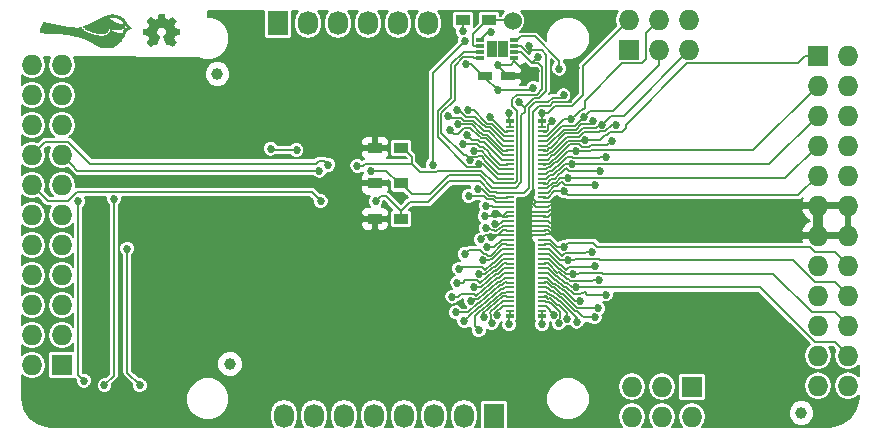
<source format=gbl>
G04 #@! TF.FileFunction,Copper,L2,Bot,Signal*
%FSLAX46Y46*%
G04 Gerber Fmt 4.6, Leading zero omitted, Abs format (unit mm)*
G04 Created by KiCad (PCBNEW 4.0.1-stable) date Tuesday, April 12, 2016 'PMt' 11:18:50 PM*
%MOMM*%
G01*
G04 APERTURE LIST*
%ADD10C,0.100000*%
%ADD11C,0.010000*%
%ADD12C,1.000000*%
%ADD13R,0.660000X0.230000*%
%ADD14R,0.660000X0.350000*%
%ADD15R,1.200000X0.750000*%
%ADD16R,0.750000X0.300000*%
%ADD17R,0.875000X0.725000*%
%ADD18R,1.200000X0.900000*%
%ADD19C,1.524000*%
%ADD20R,1.727200X2.032000*%
%ADD21O,1.727200X2.032000*%
%ADD22R,1.727200X1.727200*%
%ADD23O,1.727200X1.727200*%
%ADD24C,0.685800*%
%ADD25C,0.685801*%
%ADD26C,0.203200*%
%ADD27C,0.152400*%
%ADD28C,0.254000*%
%ADD29C,0.812800*%
G04 APERTURE END LIST*
D10*
D11*
G36*
X128768409Y-90635240D02*
X128740389Y-90635249D01*
X128715716Y-90635268D01*
X128694171Y-90635302D01*
X128675531Y-90635355D01*
X128659575Y-90635430D01*
X128646082Y-90635531D01*
X128634830Y-90635663D01*
X128625598Y-90635829D01*
X128618164Y-90636032D01*
X128612308Y-90636278D01*
X128607807Y-90636569D01*
X128604441Y-90636910D01*
X128601988Y-90637305D01*
X128600226Y-90637757D01*
X128598934Y-90638270D01*
X128597975Y-90638797D01*
X128593313Y-90642808D01*
X128590072Y-90647608D01*
X128589997Y-90647794D01*
X128589356Y-90650393D01*
X128588079Y-90656460D01*
X128586216Y-90665734D01*
X128583817Y-90677954D01*
X128580932Y-90692861D01*
X128577610Y-90710194D01*
X128573901Y-90729691D01*
X128569856Y-90751093D01*
X128565523Y-90774138D01*
X128560954Y-90798566D01*
X128556197Y-90824117D01*
X128553613Y-90838044D01*
X128548765Y-90864204D01*
X128544081Y-90889463D01*
X128539611Y-90913552D01*
X128535405Y-90936203D01*
X128531513Y-90957145D01*
X128527986Y-90976110D01*
X128524874Y-90992829D01*
X128522226Y-91007031D01*
X128520092Y-91018448D01*
X128518524Y-91026810D01*
X128517570Y-91031848D01*
X128517340Y-91033035D01*
X128516683Y-91036423D01*
X128516004Y-91039424D01*
X128515077Y-91042157D01*
X128513672Y-91044744D01*
X128511563Y-91047304D01*
X128508520Y-91049956D01*
X128504317Y-91052822D01*
X128498724Y-91056022D01*
X128491514Y-91059675D01*
X128482460Y-91063901D01*
X128471332Y-91068820D01*
X128457903Y-91074553D01*
X128441945Y-91081220D01*
X128423230Y-91088941D01*
X128401530Y-91097835D01*
X128376616Y-91108023D01*
X128369146Y-91111078D01*
X128343181Y-91121707D01*
X128320485Y-91130993D01*
X128300807Y-91139006D01*
X128283899Y-91145817D01*
X128269511Y-91151493D01*
X128257393Y-91156105D01*
X128247294Y-91159723D01*
X128238966Y-91162415D01*
X128232159Y-91164250D01*
X128226623Y-91165300D01*
X128222108Y-91165632D01*
X128218365Y-91165317D01*
X128215144Y-91164423D01*
X128212195Y-91163021D01*
X128209268Y-91161180D01*
X128206114Y-91158968D01*
X128203504Y-91157146D01*
X128200108Y-91154822D01*
X128193823Y-91150514D01*
X128184884Y-91144385D01*
X128173527Y-91136597D01*
X128159989Y-91127312D01*
X128144505Y-91116691D01*
X128127311Y-91104896D01*
X128108644Y-91092090D01*
X128088740Y-91078434D01*
X128067834Y-91064091D01*
X128046162Y-91049221D01*
X128037700Y-91043415D01*
X128012375Y-91026042D01*
X127989981Y-91010695D01*
X127970325Y-90997248D01*
X127953217Y-90985575D01*
X127938463Y-90975554D01*
X127925873Y-90967057D01*
X127915255Y-90959961D01*
X127906416Y-90954141D01*
X127899165Y-90949471D01*
X127893310Y-90945827D01*
X127888660Y-90943083D01*
X127885022Y-90941116D01*
X127882204Y-90939800D01*
X127880016Y-90939010D01*
X127878264Y-90938621D01*
X127876757Y-90938508D01*
X127876595Y-90938507D01*
X127868379Y-90938507D01*
X127727622Y-91079264D01*
X127705143Y-91101745D01*
X127685194Y-91121705D01*
X127667625Y-91139304D01*
X127652284Y-91154700D01*
X127639020Y-91168053D01*
X127627681Y-91179522D01*
X127618118Y-91189266D01*
X127610179Y-91197444D01*
X127603713Y-91204216D01*
X127598569Y-91209740D01*
X127594595Y-91214177D01*
X127591641Y-91217684D01*
X127589556Y-91220422D01*
X127588189Y-91222549D01*
X127587388Y-91224225D01*
X127587002Y-91225608D01*
X127586881Y-91226859D01*
X127586872Y-91227589D01*
X127587812Y-91234225D01*
X127590099Y-91240402D01*
X127590432Y-91240981D01*
X127592005Y-91243369D01*
X127595568Y-91248652D01*
X127600965Y-91256602D01*
X127608038Y-91266990D01*
X127616632Y-91279586D01*
X127626590Y-91294162D01*
X127637755Y-91310489D01*
X127649971Y-91328338D01*
X127663082Y-91347479D01*
X127676931Y-91367684D01*
X127691361Y-91388723D01*
X127693387Y-91391675D01*
X127708024Y-91413009D01*
X127722203Y-91433675D01*
X127735756Y-91453431D01*
X127748516Y-91472033D01*
X127760315Y-91489236D01*
X127770986Y-91504796D01*
X127780362Y-91518469D01*
X127788274Y-91530010D01*
X127794556Y-91539177D01*
X127799041Y-91545724D01*
X127801560Y-91549407D01*
X127801664Y-91549560D01*
X127804116Y-91553059D01*
X127806253Y-91556138D01*
X127808001Y-91559041D01*
X127809287Y-91562018D01*
X127810040Y-91565316D01*
X127810185Y-91569181D01*
X127809651Y-91573861D01*
X127808364Y-91579604D01*
X127806252Y-91586657D01*
X127803242Y-91595267D01*
X127799260Y-91605681D01*
X127794235Y-91618148D01*
X127788093Y-91632914D01*
X127780762Y-91650227D01*
X127772168Y-91670334D01*
X127762240Y-91693482D01*
X127752890Y-91715283D01*
X127743676Y-91736768D01*
X127734840Y-91757341D01*
X127726505Y-91776721D01*
X127718791Y-91794626D01*
X127711820Y-91810777D01*
X127705713Y-91824892D01*
X127700592Y-91836689D01*
X127696578Y-91845889D01*
X127693793Y-91852209D01*
X127692358Y-91855370D01*
X127692262Y-91855562D01*
X127688522Y-91860791D01*
X127683692Y-91865307D01*
X127683660Y-91865330D01*
X127682776Y-91865971D01*
X127681901Y-91866561D01*
X127680833Y-91867138D01*
X127679371Y-91867744D01*
X127677313Y-91868417D01*
X127674457Y-91869200D01*
X127670601Y-91870131D01*
X127665544Y-91871251D01*
X127659083Y-91872600D01*
X127651018Y-91874218D01*
X127641145Y-91876145D01*
X127629264Y-91878422D01*
X127615173Y-91881089D01*
X127598669Y-91884185D01*
X127579551Y-91887751D01*
X127557618Y-91891827D01*
X127532667Y-91896453D01*
X127504496Y-91901670D01*
X127472905Y-91907517D01*
X127455126Y-91910808D01*
X127432051Y-91915084D01*
X127409892Y-91919200D01*
X127388957Y-91923098D01*
X127369553Y-91926721D01*
X127351988Y-91930011D01*
X127336569Y-91932910D01*
X127323604Y-91935360D01*
X127313400Y-91937304D01*
X127306265Y-91938684D01*
X127302506Y-91939442D01*
X127302260Y-91939497D01*
X127295656Y-91941847D01*
X127290125Y-91945223D01*
X127288992Y-91946271D01*
X127284529Y-91951021D01*
X127284048Y-92149424D01*
X127283972Y-92181182D01*
X127283912Y-92209370D01*
X127283869Y-92234207D01*
X127283848Y-92255914D01*
X127283851Y-92274712D01*
X127283883Y-92290821D01*
X127283947Y-92304461D01*
X127284046Y-92315852D01*
X127284183Y-92325216D01*
X127284363Y-92332772D01*
X127284587Y-92338741D01*
X127284861Y-92343343D01*
X127285187Y-92346799D01*
X127285569Y-92349329D01*
X127286009Y-92351153D01*
X127286512Y-92352492D01*
X127287081Y-92353566D01*
X127287218Y-92353793D01*
X127291953Y-92358913D01*
X127297178Y-92361805D01*
X127300095Y-92362497D01*
X127306413Y-92363812D01*
X127315803Y-92365686D01*
X127327936Y-92368056D01*
X127342484Y-92370860D01*
X127359120Y-92374034D01*
X127377514Y-92377515D01*
X127397338Y-92381239D01*
X127418264Y-92385145D01*
X127426694Y-92386711D01*
X127461314Y-92393135D01*
X127492401Y-92398906D01*
X127520151Y-92404061D01*
X127544758Y-92408637D01*
X127566416Y-92412670D01*
X127585321Y-92416199D01*
X127601668Y-92419259D01*
X127615652Y-92421887D01*
X127627467Y-92424121D01*
X127637308Y-92425997D01*
X127645371Y-92427552D01*
X127651850Y-92428824D01*
X127656941Y-92429849D01*
X127660837Y-92430663D01*
X127663734Y-92431305D01*
X127665827Y-92431810D01*
X127667311Y-92432216D01*
X127667837Y-92432378D01*
X127673326Y-92435239D01*
X127678290Y-92439508D01*
X127678502Y-92439755D01*
X127679913Y-92442344D01*
X127682611Y-92448203D01*
X127686490Y-92457074D01*
X127691443Y-92468703D01*
X127697365Y-92482832D01*
X127704148Y-92499206D01*
X127711687Y-92517568D01*
X127719875Y-92537662D01*
X127728605Y-92559232D01*
X127737771Y-92582021D01*
X127742369Y-92593506D01*
X127752871Y-92619779D01*
X127762051Y-92642768D01*
X127769993Y-92662705D01*
X127776784Y-92679827D01*
X127782510Y-92694366D01*
X127787257Y-92706559D01*
X127791110Y-92716638D01*
X127794154Y-92724839D01*
X127796477Y-92731396D01*
X127798164Y-92736544D01*
X127799300Y-92740516D01*
X127799971Y-92743548D01*
X127800264Y-92745874D01*
X127800264Y-92747728D01*
X127800056Y-92749345D01*
X127799827Y-92750493D01*
X127799109Y-92752570D01*
X127797555Y-92755745D01*
X127795054Y-92760185D01*
X127791495Y-92766058D01*
X127786768Y-92773530D01*
X127780761Y-92782769D01*
X127773364Y-92793942D01*
X127764467Y-92807217D01*
X127753958Y-92822760D01*
X127741727Y-92840739D01*
X127727662Y-92861321D01*
X127711654Y-92884674D01*
X127693592Y-92910964D01*
X127693054Y-92911746D01*
X127678191Y-92933399D01*
X127663939Y-92954241D01*
X127650445Y-92974049D01*
X127637858Y-92992605D01*
X127626325Y-93009687D01*
X127615995Y-93025074D01*
X127607015Y-93038546D01*
X127599533Y-93049883D01*
X127593697Y-93058863D01*
X127589655Y-93065266D01*
X127587555Y-93068872D01*
X127587282Y-93069524D01*
X127587103Y-93075508D01*
X127587713Y-93079949D01*
X127589171Y-93082148D01*
X127593067Y-93086710D01*
X127599428Y-93093665D01*
X127608285Y-93103044D01*
X127619667Y-93114876D01*
X127633604Y-93129192D01*
X127650125Y-93146023D01*
X127669260Y-93165398D01*
X127691037Y-93187348D01*
X127715487Y-93211904D01*
X127725824Y-93222265D01*
X127744829Y-93241280D01*
X127763151Y-93259566D01*
X127780602Y-93276939D01*
X127796998Y-93293217D01*
X127812153Y-93308216D01*
X127825881Y-93321755D01*
X127837996Y-93333649D01*
X127848312Y-93343716D01*
X127856645Y-93351774D01*
X127862807Y-93357638D01*
X127866613Y-93361126D01*
X127867782Y-93362060D01*
X127875297Y-93364519D01*
X127883001Y-93363735D01*
X127891535Y-93359617D01*
X127893253Y-93358485D01*
X127896173Y-93356487D01*
X127901977Y-93352510D01*
X127910424Y-93346720D01*
X127921272Y-93339283D01*
X127934280Y-93330364D01*
X127949206Y-93320129D01*
X127965808Y-93308743D01*
X127983845Y-93296373D01*
X128003076Y-93283184D01*
X128023257Y-93269342D01*
X128041791Y-93256629D01*
X128062536Y-93242412D01*
X128082494Y-93228757D01*
X128101429Y-93215824D01*
X128119106Y-93203774D01*
X128135290Y-93192766D01*
X128149743Y-93182961D01*
X128162232Y-93174517D01*
X128172519Y-93167596D01*
X128180370Y-93162356D01*
X128185549Y-93158959D01*
X128187746Y-93157599D01*
X128196650Y-93154938D01*
X128201456Y-93155016D01*
X128205002Y-93156161D01*
X128211610Y-93159032D01*
X128221032Y-93163506D01*
X128233019Y-93169461D01*
X128247324Y-93176774D01*
X128263698Y-93185322D01*
X128276489Y-93192099D01*
X128294371Y-93201598D01*
X128309243Y-93209411D01*
X128321424Y-93215663D01*
X128331233Y-93220481D01*
X128338990Y-93223991D01*
X128345014Y-93226317D01*
X128349625Y-93227587D01*
X128353142Y-93227927D01*
X128355883Y-93227461D01*
X128358170Y-93226316D01*
X128359904Y-93224981D01*
X128361094Y-93222834D01*
X128363676Y-93217284D01*
X128367603Y-93208438D01*
X128372832Y-93196402D01*
X128379317Y-93181282D01*
X128387015Y-93163184D01*
X128395880Y-93142214D01*
X128405867Y-93118480D01*
X128416933Y-93092086D01*
X128429032Y-93063139D01*
X128442119Y-93031745D01*
X128456150Y-92998011D01*
X128471080Y-92962043D01*
X128486865Y-92923946D01*
X128499571Y-92893232D01*
X128516063Y-92853340D01*
X128531164Y-92816799D01*
X128544934Y-92783461D01*
X128557433Y-92753176D01*
X128568721Y-92725792D01*
X128578857Y-92701161D01*
X128587903Y-92679131D01*
X128595917Y-92659554D01*
X128602959Y-92642278D01*
X128609091Y-92627154D01*
X128614370Y-92614032D01*
X128618859Y-92602762D01*
X128622615Y-92593193D01*
X128625700Y-92585176D01*
X128628173Y-92578561D01*
X128630094Y-92573196D01*
X128631524Y-92568934D01*
X128632521Y-92565622D01*
X128633147Y-92563112D01*
X128633460Y-92561252D01*
X128633522Y-92559894D01*
X128633391Y-92558887D01*
X128633275Y-92558477D01*
X128631466Y-92554217D01*
X128628720Y-92550407D01*
X128624446Y-92546519D01*
X128618052Y-92542027D01*
X128608947Y-92536403D01*
X128607604Y-92535603D01*
X128598651Y-92530038D01*
X128588915Y-92523602D01*
X128580294Y-92517554D01*
X128579171Y-92516727D01*
X128571883Y-92511307D01*
X128562897Y-92504628D01*
X128553557Y-92497688D01*
X128547895Y-92493482D01*
X128516803Y-92468058D01*
X128488320Y-92439951D01*
X128462631Y-92409367D01*
X128439924Y-92376514D01*
X128435552Y-92369346D01*
X128418385Y-92337155D01*
X128403817Y-92302727D01*
X128392100Y-92266801D01*
X128383482Y-92230114D01*
X128379242Y-92202870D01*
X128378038Y-92188905D01*
X128377386Y-92172303D01*
X128377269Y-92154175D01*
X128377668Y-92135633D01*
X128378566Y-92117786D01*
X128379945Y-92101747D01*
X128380990Y-92093496D01*
X128388653Y-92054071D01*
X128399771Y-92015990D01*
X128414210Y-91979440D01*
X128431835Y-91944607D01*
X128452511Y-91911676D01*
X128476103Y-91880832D01*
X128502477Y-91852263D01*
X128531498Y-91826152D01*
X128563031Y-91802686D01*
X128596942Y-91782051D01*
X128613091Y-91773664D01*
X128648766Y-91758019D01*
X128685084Y-91745980D01*
X128722332Y-91737481D01*
X128760798Y-91732455D01*
X128800000Y-91730835D01*
X128834036Y-91731947D01*
X128865970Y-91735386D01*
X128896807Y-91741310D01*
X128927554Y-91749876D01*
X128932686Y-91751553D01*
X128969811Y-91765868D01*
X129005126Y-91783374D01*
X129038448Y-91803890D01*
X129069595Y-91827236D01*
X129098385Y-91853230D01*
X129124636Y-91881692D01*
X129148165Y-91912440D01*
X129168790Y-91945296D01*
X129186328Y-91980076D01*
X129200599Y-92016602D01*
X129200928Y-92017584D01*
X129209346Y-92045262D01*
X129215557Y-92071699D01*
X129219751Y-92098083D01*
X129222115Y-92125599D01*
X129222840Y-92155332D01*
X129222097Y-92183778D01*
X129219785Y-92209969D01*
X129215700Y-92235187D01*
X129209636Y-92260716D01*
X129201922Y-92286224D01*
X129187643Y-92323661D01*
X129170086Y-92359255D01*
X129149361Y-92392849D01*
X129125583Y-92424288D01*
X129098862Y-92453418D01*
X129069310Y-92480083D01*
X129052104Y-92493485D01*
X129043695Y-92499717D01*
X129035192Y-92506051D01*
X129027749Y-92511624D01*
X129023671Y-92514700D01*
X129017473Y-92519142D01*
X129009287Y-92524658D01*
X129000391Y-92530395D01*
X128995238Y-92533595D01*
X128985290Y-92539781D01*
X128978116Y-92544603D01*
X128973176Y-92548532D01*
X128969928Y-92552040D01*
X128967830Y-92555601D01*
X128966721Y-92558487D01*
X128966517Y-92559377D01*
X128966475Y-92560542D01*
X128966655Y-92562132D01*
X128967117Y-92564297D01*
X128967920Y-92567188D01*
X128969125Y-92570954D01*
X128970792Y-92575745D01*
X128972980Y-92581712D01*
X128975750Y-92589004D01*
X128979161Y-92597772D01*
X128983274Y-92608166D01*
X128988148Y-92620336D01*
X128993843Y-92634432D01*
X129000420Y-92650604D01*
X129007938Y-92669002D01*
X129016457Y-92689776D01*
X129026037Y-92713076D01*
X129036738Y-92739053D01*
X129048621Y-92767856D01*
X129061744Y-92799636D01*
X129076168Y-92834542D01*
X129091954Y-92872725D01*
X129100437Y-92893242D01*
X129116687Y-92932507D01*
X129132149Y-92969806D01*
X129146777Y-93005025D01*
X129160524Y-93038055D01*
X129173342Y-93068784D01*
X129185186Y-93097099D01*
X129196007Y-93122891D01*
X129205760Y-93146048D01*
X129214397Y-93166458D01*
X129221872Y-93184009D01*
X129228137Y-93198592D01*
X129233145Y-93210094D01*
X129236851Y-93218403D01*
X129239206Y-93223410D01*
X129240107Y-93224981D01*
X129244885Y-93227451D01*
X129249657Y-93228298D01*
X129253092Y-93227354D01*
X129259765Y-93224535D01*
X129269632Y-93219864D01*
X129282647Y-93213363D01*
X129298767Y-93205054D01*
X129317947Y-93194958D01*
X129322898Y-93192326D01*
X129337836Y-93184421D01*
X129351929Y-93177057D01*
X129364783Y-93170433D01*
X129376002Y-93164749D01*
X129385194Y-93160203D01*
X129391964Y-93156994D01*
X129395917Y-93155323D01*
X129396521Y-93155145D01*
X129402874Y-93154916D01*
X129408427Y-93155972D01*
X129410835Y-93157330D01*
X129416129Y-93160682D01*
X129424075Y-93165870D01*
X129434437Y-93172734D01*
X129446980Y-93181118D01*
X129461469Y-93190864D01*
X129477669Y-93201812D01*
X129495345Y-93213806D01*
X129514261Y-93226687D01*
X129534184Y-93240297D01*
X129552107Y-93252577D01*
X129572924Y-93266858D01*
X129593080Y-93280685D01*
X129612322Y-93293884D01*
X129630399Y-93306283D01*
X129647060Y-93317710D01*
X129662053Y-93327992D01*
X129675127Y-93336956D01*
X129686030Y-93344431D01*
X129694510Y-93350243D01*
X129700317Y-93354220D01*
X129702862Y-93355961D01*
X129711954Y-93361501D01*
X129719338Y-93364285D01*
X129725765Y-93364442D01*
X129731989Y-93362098D01*
X129733544Y-93361172D01*
X129735654Y-93359351D01*
X129740250Y-93355027D01*
X129747143Y-93348384D01*
X129756147Y-93339609D01*
X129767074Y-93328886D01*
X129779736Y-93316400D01*
X129793947Y-93302336D01*
X129809518Y-93286879D01*
X129826263Y-93270216D01*
X129843993Y-93252529D01*
X129862521Y-93234006D01*
X129875123Y-93221385D01*
X129900550Y-93195865D01*
X129923293Y-93172963D01*
X129943380Y-93152649D01*
X129960841Y-93134895D01*
X129975704Y-93119670D01*
X129987997Y-93106944D01*
X129997750Y-93096689D01*
X130004992Y-93088874D01*
X130009750Y-93083469D01*
X130012055Y-93080446D01*
X130012286Y-93079949D01*
X130012964Y-93073945D01*
X130012727Y-93069524D01*
X130011553Y-93067254D01*
X130008371Y-93062087D01*
X130003328Y-93054244D01*
X129996572Y-93043944D01*
X129988251Y-93031410D01*
X129978513Y-93016860D01*
X129967505Y-93000517D01*
X129955376Y-92982600D01*
X129942274Y-92963330D01*
X129928346Y-92942928D01*
X129913740Y-92921614D01*
X129906960Y-92911746D01*
X129888831Y-92885362D01*
X129872761Y-92861921D01*
X129858638Y-92841256D01*
X129846351Y-92823199D01*
X129835791Y-92807583D01*
X129826847Y-92794242D01*
X129819407Y-92783009D01*
X129813362Y-92773716D01*
X129808601Y-92766197D01*
X129805013Y-92760284D01*
X129802487Y-92755811D01*
X129800914Y-92752610D01*
X129800182Y-92750515D01*
X129800177Y-92750493D01*
X129799872Y-92748901D01*
X129799713Y-92747242D01*
X129799784Y-92745281D01*
X129800173Y-92742784D01*
X129800964Y-92739515D01*
X129802244Y-92735240D01*
X129804098Y-92729726D01*
X129806613Y-92722736D01*
X129809874Y-92714036D01*
X129813967Y-92703392D01*
X129818978Y-92690569D01*
X129824993Y-92675333D01*
X129832098Y-92657448D01*
X129840377Y-92636681D01*
X129849919Y-92612796D01*
X129857556Y-92593690D01*
X129866635Y-92571040D01*
X129875381Y-92549328D01*
X129883685Y-92528823D01*
X129891435Y-92509792D01*
X129898520Y-92492507D01*
X129904830Y-92477235D01*
X129910254Y-92464246D01*
X129914680Y-92453808D01*
X129917997Y-92446191D01*
X129920095Y-92441664D01*
X129920732Y-92440531D01*
X129925443Y-92436118D01*
X129930523Y-92433085D01*
X129933190Y-92432399D01*
X129939321Y-92431078D01*
X129948650Y-92429172D01*
X129960912Y-92426734D01*
X129975843Y-92423815D01*
X129993176Y-92420464D01*
X130012648Y-92416735D01*
X130033993Y-92412677D01*
X130056947Y-92408342D01*
X130081243Y-92403781D01*
X130106617Y-92399045D01*
X130116440Y-92397219D01*
X130142163Y-92392434D01*
X130166918Y-92387812D01*
X130190437Y-92383404D01*
X130212455Y-92379262D01*
X130232706Y-92375434D01*
X130250924Y-92371973D01*
X130266844Y-92368928D01*
X130280199Y-92366350D01*
X130290723Y-92364290D01*
X130298152Y-92362799D01*
X130302218Y-92361926D01*
X130302822Y-92361768D01*
X130308785Y-92358319D01*
X130312781Y-92353793D01*
X130313365Y-92352748D01*
X130313883Y-92351488D01*
X130314337Y-92349792D01*
X130314732Y-92347439D01*
X130315070Y-92344210D01*
X130315355Y-92339884D01*
X130315590Y-92334241D01*
X130315779Y-92327060D01*
X130315926Y-92318121D01*
X130316033Y-92307203D01*
X130316104Y-92294087D01*
X130316143Y-92278551D01*
X130316153Y-92260375D01*
X130316137Y-92239340D01*
X130316099Y-92215224D01*
X130316042Y-92187807D01*
X130315969Y-92156869D01*
X130315951Y-92149424D01*
X130315470Y-91951021D01*
X130310951Y-91946211D01*
X130310290Y-91945398D01*
X130309826Y-91944698D01*
X130309352Y-91944068D01*
X130308659Y-91943465D01*
X130307537Y-91942844D01*
X130305777Y-91942164D01*
X130303171Y-91941380D01*
X130299510Y-91940450D01*
X130294584Y-91939330D01*
X130288185Y-91937977D01*
X130280104Y-91936347D01*
X130270131Y-91934398D01*
X130258058Y-91932086D01*
X130243676Y-91929368D01*
X130226776Y-91926200D01*
X130207149Y-91922540D01*
X130184585Y-91918343D01*
X130158877Y-91913567D01*
X130129814Y-91908169D01*
X130104684Y-91903499D01*
X130073885Y-91897773D01*
X130046593Y-91892693D01*
X130022588Y-91888205D01*
X130001651Y-91884255D01*
X129983562Y-91880791D01*
X129968102Y-91877757D01*
X129955051Y-91875102D01*
X129944191Y-91872771D01*
X129935300Y-91870712D01*
X129928161Y-91868871D01*
X129922553Y-91867194D01*
X129918257Y-91865628D01*
X129915053Y-91864120D01*
X129912723Y-91862616D01*
X129911046Y-91861062D01*
X129909803Y-91859406D01*
X129908775Y-91857594D01*
X129907743Y-91855573D01*
X129907737Y-91855562D01*
X129906528Y-91852930D01*
X129903949Y-91847093D01*
X129900122Y-91838332D01*
X129895169Y-91826929D01*
X129889211Y-91813164D01*
X129882369Y-91797318D01*
X129874765Y-91779673D01*
X129866520Y-91760508D01*
X129857756Y-91740106D01*
X129848594Y-91718747D01*
X129847109Y-91715283D01*
X129836012Y-91689410D01*
X129826311Y-91666786D01*
X129817933Y-91647162D01*
X129810805Y-91630290D01*
X129804854Y-91615924D01*
X129800008Y-91603817D01*
X129796193Y-91593720D01*
X129793337Y-91585386D01*
X129791366Y-91578568D01*
X129790209Y-91573019D01*
X129789792Y-91568491D01*
X129790043Y-91564737D01*
X129790888Y-91561509D01*
X129792255Y-91558560D01*
X129794070Y-91555643D01*
X129796262Y-91552510D01*
X129798321Y-91549560D01*
X129800677Y-91546111D01*
X129805011Y-91539779D01*
X129811158Y-91530806D01*
X129818952Y-91519432D01*
X129828227Y-91505901D01*
X129838818Y-91490454D01*
X129850557Y-91473334D01*
X129863279Y-91454782D01*
X129876819Y-91435041D01*
X129891009Y-91414353D01*
X129905685Y-91392960D01*
X129907962Y-91389641D01*
X129922526Y-91368402D01*
X129936505Y-91347997D01*
X129949747Y-91328650D01*
X129962098Y-91310584D01*
X129973407Y-91294024D01*
X129983519Y-91279194D01*
X129992284Y-91266317D01*
X129999548Y-91255618D01*
X130005158Y-91247319D01*
X130008962Y-91241646D01*
X130010807Y-91238822D01*
X130010939Y-91238598D01*
X130012419Y-91233904D01*
X130013124Y-91227930D01*
X130013134Y-91227239D01*
X130013072Y-91226024D01*
X130012787Y-91224715D01*
X130012126Y-91223153D01*
X130010940Y-91221180D01*
X130009077Y-91218636D01*
X130006386Y-91215363D01*
X130002715Y-91211202D01*
X129997915Y-91205994D01*
X129991834Y-91199581D01*
X129984320Y-91191804D01*
X129975224Y-91182504D01*
X129964393Y-91171522D01*
X129951678Y-91158700D01*
X129936926Y-91143878D01*
X129919987Y-91126899D01*
X129900710Y-91107602D01*
X129878943Y-91085830D01*
X129731620Y-90938507D01*
X129723341Y-90938507D01*
X129722289Y-90938440D01*
X129721443Y-90938307D01*
X129720650Y-90938208D01*
X129719757Y-90938245D01*
X129718612Y-90938520D01*
X129717061Y-90939134D01*
X129714950Y-90940187D01*
X129712127Y-90941782D01*
X129708438Y-90944020D01*
X129703731Y-90947002D01*
X129697853Y-90950829D01*
X129690649Y-90955602D01*
X129681968Y-90961424D01*
X129671655Y-90968395D01*
X129659558Y-90976616D01*
X129645524Y-90986189D01*
X129629399Y-90997216D01*
X129611031Y-91009797D01*
X129590266Y-91024034D01*
X129566951Y-91040027D01*
X129540933Y-91057880D01*
X129512059Y-91077692D01*
X129487378Y-91094625D01*
X129466802Y-91108736D01*
X129449110Y-91120852D01*
X129434059Y-91131125D01*
X129421409Y-91139708D01*
X129410917Y-91146751D01*
X129402343Y-91152408D01*
X129395445Y-91156830D01*
X129389981Y-91160169D01*
X129385710Y-91162577D01*
X129382390Y-91164206D01*
X129379780Y-91165207D01*
X129377639Y-91165734D01*
X129375725Y-91165937D01*
X129374002Y-91165970D01*
X129371775Y-91165792D01*
X129368767Y-91165198D01*
X129364739Y-91164096D01*
X129359453Y-91162396D01*
X129352670Y-91160006D01*
X129344153Y-91156836D01*
X129333662Y-91152794D01*
X129320960Y-91147790D01*
X129305808Y-91141732D01*
X129287968Y-91134529D01*
X129267201Y-91126090D01*
X129243269Y-91116325D01*
X129232535Y-91111936D01*
X129211201Y-91103189D01*
X129190813Y-91094792D01*
X129171656Y-91086863D01*
X129154013Y-91079522D01*
X129138168Y-91072888D01*
X129124405Y-91067081D01*
X129113008Y-91062219D01*
X129104260Y-91058423D01*
X129098446Y-91055810D01*
X129095850Y-91054502D01*
X129095818Y-91054479D01*
X129094117Y-91053210D01*
X129092575Y-91051923D01*
X129091144Y-91050401D01*
X129089774Y-91048427D01*
X129088414Y-91045786D01*
X129087015Y-91042262D01*
X129085527Y-91037638D01*
X129083901Y-91031698D01*
X129082086Y-91024225D01*
X129080033Y-91015003D01*
X129077691Y-91003817D01*
X129075012Y-90990449D01*
X129071946Y-90974684D01*
X129068442Y-90956305D01*
X129064450Y-90935096D01*
X129059922Y-90910841D01*
X129054807Y-90883323D01*
X129049055Y-90852326D01*
X129048150Y-90847446D01*
X129043186Y-90820748D01*
X129038384Y-90795031D01*
X129033792Y-90770551D01*
X129029460Y-90747561D01*
X129025435Y-90726314D01*
X129021767Y-90707065D01*
X129018503Y-90690066D01*
X129015692Y-90675572D01*
X129013382Y-90663837D01*
X129011622Y-90655114D01*
X129010461Y-90649656D01*
X129009989Y-90647794D01*
X129006861Y-90643011D01*
X129002225Y-90638922D01*
X129002024Y-90638797D01*
X129000969Y-90638224D01*
X128999646Y-90637716D01*
X128997834Y-90637269D01*
X128995312Y-90636879D01*
X128991859Y-90636542D01*
X128987252Y-90636255D01*
X128981271Y-90636013D01*
X128973694Y-90635813D01*
X128964300Y-90635651D01*
X128952868Y-90635522D01*
X128939175Y-90635423D01*
X128923001Y-90635350D01*
X128904124Y-90635299D01*
X128882323Y-90635266D01*
X128857376Y-90635248D01*
X128829063Y-90635239D01*
X128800000Y-90635238D01*
X128768409Y-90635240D01*
X128768409Y-90635240D01*
G37*
X128768409Y-90635240D02*
X128740389Y-90635249D01*
X128715716Y-90635268D01*
X128694171Y-90635302D01*
X128675531Y-90635355D01*
X128659575Y-90635430D01*
X128646082Y-90635531D01*
X128634830Y-90635663D01*
X128625598Y-90635829D01*
X128618164Y-90636032D01*
X128612308Y-90636278D01*
X128607807Y-90636569D01*
X128604441Y-90636910D01*
X128601988Y-90637305D01*
X128600226Y-90637757D01*
X128598934Y-90638270D01*
X128597975Y-90638797D01*
X128593313Y-90642808D01*
X128590072Y-90647608D01*
X128589997Y-90647794D01*
X128589356Y-90650393D01*
X128588079Y-90656460D01*
X128586216Y-90665734D01*
X128583817Y-90677954D01*
X128580932Y-90692861D01*
X128577610Y-90710194D01*
X128573901Y-90729691D01*
X128569856Y-90751093D01*
X128565523Y-90774138D01*
X128560954Y-90798566D01*
X128556197Y-90824117D01*
X128553613Y-90838044D01*
X128548765Y-90864204D01*
X128544081Y-90889463D01*
X128539611Y-90913552D01*
X128535405Y-90936203D01*
X128531513Y-90957145D01*
X128527986Y-90976110D01*
X128524874Y-90992829D01*
X128522226Y-91007031D01*
X128520092Y-91018448D01*
X128518524Y-91026810D01*
X128517570Y-91031848D01*
X128517340Y-91033035D01*
X128516683Y-91036423D01*
X128516004Y-91039424D01*
X128515077Y-91042157D01*
X128513672Y-91044744D01*
X128511563Y-91047304D01*
X128508520Y-91049956D01*
X128504317Y-91052822D01*
X128498724Y-91056022D01*
X128491514Y-91059675D01*
X128482460Y-91063901D01*
X128471332Y-91068820D01*
X128457903Y-91074553D01*
X128441945Y-91081220D01*
X128423230Y-91088941D01*
X128401530Y-91097835D01*
X128376616Y-91108023D01*
X128369146Y-91111078D01*
X128343181Y-91121707D01*
X128320485Y-91130993D01*
X128300807Y-91139006D01*
X128283899Y-91145817D01*
X128269511Y-91151493D01*
X128257393Y-91156105D01*
X128247294Y-91159723D01*
X128238966Y-91162415D01*
X128232159Y-91164250D01*
X128226623Y-91165300D01*
X128222108Y-91165632D01*
X128218365Y-91165317D01*
X128215144Y-91164423D01*
X128212195Y-91163021D01*
X128209268Y-91161180D01*
X128206114Y-91158968D01*
X128203504Y-91157146D01*
X128200108Y-91154822D01*
X128193823Y-91150514D01*
X128184884Y-91144385D01*
X128173527Y-91136597D01*
X128159989Y-91127312D01*
X128144505Y-91116691D01*
X128127311Y-91104896D01*
X128108644Y-91092090D01*
X128088740Y-91078434D01*
X128067834Y-91064091D01*
X128046162Y-91049221D01*
X128037700Y-91043415D01*
X128012375Y-91026042D01*
X127989981Y-91010695D01*
X127970325Y-90997248D01*
X127953217Y-90985575D01*
X127938463Y-90975554D01*
X127925873Y-90967057D01*
X127915255Y-90959961D01*
X127906416Y-90954141D01*
X127899165Y-90949471D01*
X127893310Y-90945827D01*
X127888660Y-90943083D01*
X127885022Y-90941116D01*
X127882204Y-90939800D01*
X127880016Y-90939010D01*
X127878264Y-90938621D01*
X127876757Y-90938508D01*
X127876595Y-90938507D01*
X127868379Y-90938507D01*
X127727622Y-91079264D01*
X127705143Y-91101745D01*
X127685194Y-91121705D01*
X127667625Y-91139304D01*
X127652284Y-91154700D01*
X127639020Y-91168053D01*
X127627681Y-91179522D01*
X127618118Y-91189266D01*
X127610179Y-91197444D01*
X127603713Y-91204216D01*
X127598569Y-91209740D01*
X127594595Y-91214177D01*
X127591641Y-91217684D01*
X127589556Y-91220422D01*
X127588189Y-91222549D01*
X127587388Y-91224225D01*
X127587002Y-91225608D01*
X127586881Y-91226859D01*
X127586872Y-91227589D01*
X127587812Y-91234225D01*
X127590099Y-91240402D01*
X127590432Y-91240981D01*
X127592005Y-91243369D01*
X127595568Y-91248652D01*
X127600965Y-91256602D01*
X127608038Y-91266990D01*
X127616632Y-91279586D01*
X127626590Y-91294162D01*
X127637755Y-91310489D01*
X127649971Y-91328338D01*
X127663082Y-91347479D01*
X127676931Y-91367684D01*
X127691361Y-91388723D01*
X127693387Y-91391675D01*
X127708024Y-91413009D01*
X127722203Y-91433675D01*
X127735756Y-91453431D01*
X127748516Y-91472033D01*
X127760315Y-91489236D01*
X127770986Y-91504796D01*
X127780362Y-91518469D01*
X127788274Y-91530010D01*
X127794556Y-91539177D01*
X127799041Y-91545724D01*
X127801560Y-91549407D01*
X127801664Y-91549560D01*
X127804116Y-91553059D01*
X127806253Y-91556138D01*
X127808001Y-91559041D01*
X127809287Y-91562018D01*
X127810040Y-91565316D01*
X127810185Y-91569181D01*
X127809651Y-91573861D01*
X127808364Y-91579604D01*
X127806252Y-91586657D01*
X127803242Y-91595267D01*
X127799260Y-91605681D01*
X127794235Y-91618148D01*
X127788093Y-91632914D01*
X127780762Y-91650227D01*
X127772168Y-91670334D01*
X127762240Y-91693482D01*
X127752890Y-91715283D01*
X127743676Y-91736768D01*
X127734840Y-91757341D01*
X127726505Y-91776721D01*
X127718791Y-91794626D01*
X127711820Y-91810777D01*
X127705713Y-91824892D01*
X127700592Y-91836689D01*
X127696578Y-91845889D01*
X127693793Y-91852209D01*
X127692358Y-91855370D01*
X127692262Y-91855562D01*
X127688522Y-91860791D01*
X127683692Y-91865307D01*
X127683660Y-91865330D01*
X127682776Y-91865971D01*
X127681901Y-91866561D01*
X127680833Y-91867138D01*
X127679371Y-91867744D01*
X127677313Y-91868417D01*
X127674457Y-91869200D01*
X127670601Y-91870131D01*
X127665544Y-91871251D01*
X127659083Y-91872600D01*
X127651018Y-91874218D01*
X127641145Y-91876145D01*
X127629264Y-91878422D01*
X127615173Y-91881089D01*
X127598669Y-91884185D01*
X127579551Y-91887751D01*
X127557618Y-91891827D01*
X127532667Y-91896453D01*
X127504496Y-91901670D01*
X127472905Y-91907517D01*
X127455126Y-91910808D01*
X127432051Y-91915084D01*
X127409892Y-91919200D01*
X127388957Y-91923098D01*
X127369553Y-91926721D01*
X127351988Y-91930011D01*
X127336569Y-91932910D01*
X127323604Y-91935360D01*
X127313400Y-91937304D01*
X127306265Y-91938684D01*
X127302506Y-91939442D01*
X127302260Y-91939497D01*
X127295656Y-91941847D01*
X127290125Y-91945223D01*
X127288992Y-91946271D01*
X127284529Y-91951021D01*
X127284048Y-92149424D01*
X127283972Y-92181182D01*
X127283912Y-92209370D01*
X127283869Y-92234207D01*
X127283848Y-92255914D01*
X127283851Y-92274712D01*
X127283883Y-92290821D01*
X127283947Y-92304461D01*
X127284046Y-92315852D01*
X127284183Y-92325216D01*
X127284363Y-92332772D01*
X127284587Y-92338741D01*
X127284861Y-92343343D01*
X127285187Y-92346799D01*
X127285569Y-92349329D01*
X127286009Y-92351153D01*
X127286512Y-92352492D01*
X127287081Y-92353566D01*
X127287218Y-92353793D01*
X127291953Y-92358913D01*
X127297178Y-92361805D01*
X127300095Y-92362497D01*
X127306413Y-92363812D01*
X127315803Y-92365686D01*
X127327936Y-92368056D01*
X127342484Y-92370860D01*
X127359120Y-92374034D01*
X127377514Y-92377515D01*
X127397338Y-92381239D01*
X127418264Y-92385145D01*
X127426694Y-92386711D01*
X127461314Y-92393135D01*
X127492401Y-92398906D01*
X127520151Y-92404061D01*
X127544758Y-92408637D01*
X127566416Y-92412670D01*
X127585321Y-92416199D01*
X127601668Y-92419259D01*
X127615652Y-92421887D01*
X127627467Y-92424121D01*
X127637308Y-92425997D01*
X127645371Y-92427552D01*
X127651850Y-92428824D01*
X127656941Y-92429849D01*
X127660837Y-92430663D01*
X127663734Y-92431305D01*
X127665827Y-92431810D01*
X127667311Y-92432216D01*
X127667837Y-92432378D01*
X127673326Y-92435239D01*
X127678290Y-92439508D01*
X127678502Y-92439755D01*
X127679913Y-92442344D01*
X127682611Y-92448203D01*
X127686490Y-92457074D01*
X127691443Y-92468703D01*
X127697365Y-92482832D01*
X127704148Y-92499206D01*
X127711687Y-92517568D01*
X127719875Y-92537662D01*
X127728605Y-92559232D01*
X127737771Y-92582021D01*
X127742369Y-92593506D01*
X127752871Y-92619779D01*
X127762051Y-92642768D01*
X127769993Y-92662705D01*
X127776784Y-92679827D01*
X127782510Y-92694366D01*
X127787257Y-92706559D01*
X127791110Y-92716638D01*
X127794154Y-92724839D01*
X127796477Y-92731396D01*
X127798164Y-92736544D01*
X127799300Y-92740516D01*
X127799971Y-92743548D01*
X127800264Y-92745874D01*
X127800264Y-92747728D01*
X127800056Y-92749345D01*
X127799827Y-92750493D01*
X127799109Y-92752570D01*
X127797555Y-92755745D01*
X127795054Y-92760185D01*
X127791495Y-92766058D01*
X127786768Y-92773530D01*
X127780761Y-92782769D01*
X127773364Y-92793942D01*
X127764467Y-92807217D01*
X127753958Y-92822760D01*
X127741727Y-92840739D01*
X127727662Y-92861321D01*
X127711654Y-92884674D01*
X127693592Y-92910964D01*
X127693054Y-92911746D01*
X127678191Y-92933399D01*
X127663939Y-92954241D01*
X127650445Y-92974049D01*
X127637858Y-92992605D01*
X127626325Y-93009687D01*
X127615995Y-93025074D01*
X127607015Y-93038546D01*
X127599533Y-93049883D01*
X127593697Y-93058863D01*
X127589655Y-93065266D01*
X127587555Y-93068872D01*
X127587282Y-93069524D01*
X127587103Y-93075508D01*
X127587713Y-93079949D01*
X127589171Y-93082148D01*
X127593067Y-93086710D01*
X127599428Y-93093665D01*
X127608285Y-93103044D01*
X127619667Y-93114876D01*
X127633604Y-93129192D01*
X127650125Y-93146023D01*
X127669260Y-93165398D01*
X127691037Y-93187348D01*
X127715487Y-93211904D01*
X127725824Y-93222265D01*
X127744829Y-93241280D01*
X127763151Y-93259566D01*
X127780602Y-93276939D01*
X127796998Y-93293217D01*
X127812153Y-93308216D01*
X127825881Y-93321755D01*
X127837996Y-93333649D01*
X127848312Y-93343716D01*
X127856645Y-93351774D01*
X127862807Y-93357638D01*
X127866613Y-93361126D01*
X127867782Y-93362060D01*
X127875297Y-93364519D01*
X127883001Y-93363735D01*
X127891535Y-93359617D01*
X127893253Y-93358485D01*
X127896173Y-93356487D01*
X127901977Y-93352510D01*
X127910424Y-93346720D01*
X127921272Y-93339283D01*
X127934280Y-93330364D01*
X127949206Y-93320129D01*
X127965808Y-93308743D01*
X127983845Y-93296373D01*
X128003076Y-93283184D01*
X128023257Y-93269342D01*
X128041791Y-93256629D01*
X128062536Y-93242412D01*
X128082494Y-93228757D01*
X128101429Y-93215824D01*
X128119106Y-93203774D01*
X128135290Y-93192766D01*
X128149743Y-93182961D01*
X128162232Y-93174517D01*
X128172519Y-93167596D01*
X128180370Y-93162356D01*
X128185549Y-93158959D01*
X128187746Y-93157599D01*
X128196650Y-93154938D01*
X128201456Y-93155016D01*
X128205002Y-93156161D01*
X128211610Y-93159032D01*
X128221032Y-93163506D01*
X128233019Y-93169461D01*
X128247324Y-93176774D01*
X128263698Y-93185322D01*
X128276489Y-93192099D01*
X128294371Y-93201598D01*
X128309243Y-93209411D01*
X128321424Y-93215663D01*
X128331233Y-93220481D01*
X128338990Y-93223991D01*
X128345014Y-93226317D01*
X128349625Y-93227587D01*
X128353142Y-93227927D01*
X128355883Y-93227461D01*
X128358170Y-93226316D01*
X128359904Y-93224981D01*
X128361094Y-93222834D01*
X128363676Y-93217284D01*
X128367603Y-93208438D01*
X128372832Y-93196402D01*
X128379317Y-93181282D01*
X128387015Y-93163184D01*
X128395880Y-93142214D01*
X128405867Y-93118480D01*
X128416933Y-93092086D01*
X128429032Y-93063139D01*
X128442119Y-93031745D01*
X128456150Y-92998011D01*
X128471080Y-92962043D01*
X128486865Y-92923946D01*
X128499571Y-92893232D01*
X128516063Y-92853340D01*
X128531164Y-92816799D01*
X128544934Y-92783461D01*
X128557433Y-92753176D01*
X128568721Y-92725792D01*
X128578857Y-92701161D01*
X128587903Y-92679131D01*
X128595917Y-92659554D01*
X128602959Y-92642278D01*
X128609091Y-92627154D01*
X128614370Y-92614032D01*
X128618859Y-92602762D01*
X128622615Y-92593193D01*
X128625700Y-92585176D01*
X128628173Y-92578561D01*
X128630094Y-92573196D01*
X128631524Y-92568934D01*
X128632521Y-92565622D01*
X128633147Y-92563112D01*
X128633460Y-92561252D01*
X128633522Y-92559894D01*
X128633391Y-92558887D01*
X128633275Y-92558477D01*
X128631466Y-92554217D01*
X128628720Y-92550407D01*
X128624446Y-92546519D01*
X128618052Y-92542027D01*
X128608947Y-92536403D01*
X128607604Y-92535603D01*
X128598651Y-92530038D01*
X128588915Y-92523602D01*
X128580294Y-92517554D01*
X128579171Y-92516727D01*
X128571883Y-92511307D01*
X128562897Y-92504628D01*
X128553557Y-92497688D01*
X128547895Y-92493482D01*
X128516803Y-92468058D01*
X128488320Y-92439951D01*
X128462631Y-92409367D01*
X128439924Y-92376514D01*
X128435552Y-92369346D01*
X128418385Y-92337155D01*
X128403817Y-92302727D01*
X128392100Y-92266801D01*
X128383482Y-92230114D01*
X128379242Y-92202870D01*
X128378038Y-92188905D01*
X128377386Y-92172303D01*
X128377269Y-92154175D01*
X128377668Y-92135633D01*
X128378566Y-92117786D01*
X128379945Y-92101747D01*
X128380990Y-92093496D01*
X128388653Y-92054071D01*
X128399771Y-92015990D01*
X128414210Y-91979440D01*
X128431835Y-91944607D01*
X128452511Y-91911676D01*
X128476103Y-91880832D01*
X128502477Y-91852263D01*
X128531498Y-91826152D01*
X128563031Y-91802686D01*
X128596942Y-91782051D01*
X128613091Y-91773664D01*
X128648766Y-91758019D01*
X128685084Y-91745980D01*
X128722332Y-91737481D01*
X128760798Y-91732455D01*
X128800000Y-91730835D01*
X128834036Y-91731947D01*
X128865970Y-91735386D01*
X128896807Y-91741310D01*
X128927554Y-91749876D01*
X128932686Y-91751553D01*
X128969811Y-91765868D01*
X129005126Y-91783374D01*
X129038448Y-91803890D01*
X129069595Y-91827236D01*
X129098385Y-91853230D01*
X129124636Y-91881692D01*
X129148165Y-91912440D01*
X129168790Y-91945296D01*
X129186328Y-91980076D01*
X129200599Y-92016602D01*
X129200928Y-92017584D01*
X129209346Y-92045262D01*
X129215557Y-92071699D01*
X129219751Y-92098083D01*
X129222115Y-92125599D01*
X129222840Y-92155332D01*
X129222097Y-92183778D01*
X129219785Y-92209969D01*
X129215700Y-92235187D01*
X129209636Y-92260716D01*
X129201922Y-92286224D01*
X129187643Y-92323661D01*
X129170086Y-92359255D01*
X129149361Y-92392849D01*
X129125583Y-92424288D01*
X129098862Y-92453418D01*
X129069310Y-92480083D01*
X129052104Y-92493485D01*
X129043695Y-92499717D01*
X129035192Y-92506051D01*
X129027749Y-92511624D01*
X129023671Y-92514700D01*
X129017473Y-92519142D01*
X129009287Y-92524658D01*
X129000391Y-92530395D01*
X128995238Y-92533595D01*
X128985290Y-92539781D01*
X128978116Y-92544603D01*
X128973176Y-92548532D01*
X128969928Y-92552040D01*
X128967830Y-92555601D01*
X128966721Y-92558487D01*
X128966517Y-92559377D01*
X128966475Y-92560542D01*
X128966655Y-92562132D01*
X128967117Y-92564297D01*
X128967920Y-92567188D01*
X128969125Y-92570954D01*
X128970792Y-92575745D01*
X128972980Y-92581712D01*
X128975750Y-92589004D01*
X128979161Y-92597772D01*
X128983274Y-92608166D01*
X128988148Y-92620336D01*
X128993843Y-92634432D01*
X129000420Y-92650604D01*
X129007938Y-92669002D01*
X129016457Y-92689776D01*
X129026037Y-92713076D01*
X129036738Y-92739053D01*
X129048621Y-92767856D01*
X129061744Y-92799636D01*
X129076168Y-92834542D01*
X129091954Y-92872725D01*
X129100437Y-92893242D01*
X129116687Y-92932507D01*
X129132149Y-92969806D01*
X129146777Y-93005025D01*
X129160524Y-93038055D01*
X129173342Y-93068784D01*
X129185186Y-93097099D01*
X129196007Y-93122891D01*
X129205760Y-93146048D01*
X129214397Y-93166458D01*
X129221872Y-93184009D01*
X129228137Y-93198592D01*
X129233145Y-93210094D01*
X129236851Y-93218403D01*
X129239206Y-93223410D01*
X129240107Y-93224981D01*
X129244885Y-93227451D01*
X129249657Y-93228298D01*
X129253092Y-93227354D01*
X129259765Y-93224535D01*
X129269632Y-93219864D01*
X129282647Y-93213363D01*
X129298767Y-93205054D01*
X129317947Y-93194958D01*
X129322898Y-93192326D01*
X129337836Y-93184421D01*
X129351929Y-93177057D01*
X129364783Y-93170433D01*
X129376002Y-93164749D01*
X129385194Y-93160203D01*
X129391964Y-93156994D01*
X129395917Y-93155323D01*
X129396521Y-93155145D01*
X129402874Y-93154916D01*
X129408427Y-93155972D01*
X129410835Y-93157330D01*
X129416129Y-93160682D01*
X129424075Y-93165870D01*
X129434437Y-93172734D01*
X129446980Y-93181118D01*
X129461469Y-93190864D01*
X129477669Y-93201812D01*
X129495345Y-93213806D01*
X129514261Y-93226687D01*
X129534184Y-93240297D01*
X129552107Y-93252577D01*
X129572924Y-93266858D01*
X129593080Y-93280685D01*
X129612322Y-93293884D01*
X129630399Y-93306283D01*
X129647060Y-93317710D01*
X129662053Y-93327992D01*
X129675127Y-93336956D01*
X129686030Y-93344431D01*
X129694510Y-93350243D01*
X129700317Y-93354220D01*
X129702862Y-93355961D01*
X129711954Y-93361501D01*
X129719338Y-93364285D01*
X129725765Y-93364442D01*
X129731989Y-93362098D01*
X129733544Y-93361172D01*
X129735654Y-93359351D01*
X129740250Y-93355027D01*
X129747143Y-93348384D01*
X129756147Y-93339609D01*
X129767074Y-93328886D01*
X129779736Y-93316400D01*
X129793947Y-93302336D01*
X129809518Y-93286879D01*
X129826263Y-93270216D01*
X129843993Y-93252529D01*
X129862521Y-93234006D01*
X129875123Y-93221385D01*
X129900550Y-93195865D01*
X129923293Y-93172963D01*
X129943380Y-93152649D01*
X129960841Y-93134895D01*
X129975704Y-93119670D01*
X129987997Y-93106944D01*
X129997750Y-93096689D01*
X130004992Y-93088874D01*
X130009750Y-93083469D01*
X130012055Y-93080446D01*
X130012286Y-93079949D01*
X130012964Y-93073945D01*
X130012727Y-93069524D01*
X130011553Y-93067254D01*
X130008371Y-93062087D01*
X130003328Y-93054244D01*
X129996572Y-93043944D01*
X129988251Y-93031410D01*
X129978513Y-93016860D01*
X129967505Y-93000517D01*
X129955376Y-92982600D01*
X129942274Y-92963330D01*
X129928346Y-92942928D01*
X129913740Y-92921614D01*
X129906960Y-92911746D01*
X129888831Y-92885362D01*
X129872761Y-92861921D01*
X129858638Y-92841256D01*
X129846351Y-92823199D01*
X129835791Y-92807583D01*
X129826847Y-92794242D01*
X129819407Y-92783009D01*
X129813362Y-92773716D01*
X129808601Y-92766197D01*
X129805013Y-92760284D01*
X129802487Y-92755811D01*
X129800914Y-92752610D01*
X129800182Y-92750515D01*
X129800177Y-92750493D01*
X129799872Y-92748901D01*
X129799713Y-92747242D01*
X129799784Y-92745281D01*
X129800173Y-92742784D01*
X129800964Y-92739515D01*
X129802244Y-92735240D01*
X129804098Y-92729726D01*
X129806613Y-92722736D01*
X129809874Y-92714036D01*
X129813967Y-92703392D01*
X129818978Y-92690569D01*
X129824993Y-92675333D01*
X129832098Y-92657448D01*
X129840377Y-92636681D01*
X129849919Y-92612796D01*
X129857556Y-92593690D01*
X129866635Y-92571040D01*
X129875381Y-92549328D01*
X129883685Y-92528823D01*
X129891435Y-92509792D01*
X129898520Y-92492507D01*
X129904830Y-92477235D01*
X129910254Y-92464246D01*
X129914680Y-92453808D01*
X129917997Y-92446191D01*
X129920095Y-92441664D01*
X129920732Y-92440531D01*
X129925443Y-92436118D01*
X129930523Y-92433085D01*
X129933190Y-92432399D01*
X129939321Y-92431078D01*
X129948650Y-92429172D01*
X129960912Y-92426734D01*
X129975843Y-92423815D01*
X129993176Y-92420464D01*
X130012648Y-92416735D01*
X130033993Y-92412677D01*
X130056947Y-92408342D01*
X130081243Y-92403781D01*
X130106617Y-92399045D01*
X130116440Y-92397219D01*
X130142163Y-92392434D01*
X130166918Y-92387812D01*
X130190437Y-92383404D01*
X130212455Y-92379262D01*
X130232706Y-92375434D01*
X130250924Y-92371973D01*
X130266844Y-92368928D01*
X130280199Y-92366350D01*
X130290723Y-92364290D01*
X130298152Y-92362799D01*
X130302218Y-92361926D01*
X130302822Y-92361768D01*
X130308785Y-92358319D01*
X130312781Y-92353793D01*
X130313365Y-92352748D01*
X130313883Y-92351488D01*
X130314337Y-92349792D01*
X130314732Y-92347439D01*
X130315070Y-92344210D01*
X130315355Y-92339884D01*
X130315590Y-92334241D01*
X130315779Y-92327060D01*
X130315926Y-92318121D01*
X130316033Y-92307203D01*
X130316104Y-92294087D01*
X130316143Y-92278551D01*
X130316153Y-92260375D01*
X130316137Y-92239340D01*
X130316099Y-92215224D01*
X130316042Y-92187807D01*
X130315969Y-92156869D01*
X130315951Y-92149424D01*
X130315470Y-91951021D01*
X130310951Y-91946211D01*
X130310290Y-91945398D01*
X130309826Y-91944698D01*
X130309352Y-91944068D01*
X130308659Y-91943465D01*
X130307537Y-91942844D01*
X130305777Y-91942164D01*
X130303171Y-91941380D01*
X130299510Y-91940450D01*
X130294584Y-91939330D01*
X130288185Y-91937977D01*
X130280104Y-91936347D01*
X130270131Y-91934398D01*
X130258058Y-91932086D01*
X130243676Y-91929368D01*
X130226776Y-91926200D01*
X130207149Y-91922540D01*
X130184585Y-91918343D01*
X130158877Y-91913567D01*
X130129814Y-91908169D01*
X130104684Y-91903499D01*
X130073885Y-91897773D01*
X130046593Y-91892693D01*
X130022588Y-91888205D01*
X130001651Y-91884255D01*
X129983562Y-91880791D01*
X129968102Y-91877757D01*
X129955051Y-91875102D01*
X129944191Y-91872771D01*
X129935300Y-91870712D01*
X129928161Y-91868871D01*
X129922553Y-91867194D01*
X129918257Y-91865628D01*
X129915053Y-91864120D01*
X129912723Y-91862616D01*
X129911046Y-91861062D01*
X129909803Y-91859406D01*
X129908775Y-91857594D01*
X129907743Y-91855573D01*
X129907737Y-91855562D01*
X129906528Y-91852930D01*
X129903949Y-91847093D01*
X129900122Y-91838332D01*
X129895169Y-91826929D01*
X129889211Y-91813164D01*
X129882369Y-91797318D01*
X129874765Y-91779673D01*
X129866520Y-91760508D01*
X129857756Y-91740106D01*
X129848594Y-91718747D01*
X129847109Y-91715283D01*
X129836012Y-91689410D01*
X129826311Y-91666786D01*
X129817933Y-91647162D01*
X129810805Y-91630290D01*
X129804854Y-91615924D01*
X129800008Y-91603817D01*
X129796193Y-91593720D01*
X129793337Y-91585386D01*
X129791366Y-91578568D01*
X129790209Y-91573019D01*
X129789792Y-91568491D01*
X129790043Y-91564737D01*
X129790888Y-91561509D01*
X129792255Y-91558560D01*
X129794070Y-91555643D01*
X129796262Y-91552510D01*
X129798321Y-91549560D01*
X129800677Y-91546111D01*
X129805011Y-91539779D01*
X129811158Y-91530806D01*
X129818952Y-91519432D01*
X129828227Y-91505901D01*
X129838818Y-91490454D01*
X129850557Y-91473334D01*
X129863279Y-91454782D01*
X129876819Y-91435041D01*
X129891009Y-91414353D01*
X129905685Y-91392960D01*
X129907962Y-91389641D01*
X129922526Y-91368402D01*
X129936505Y-91347997D01*
X129949747Y-91328650D01*
X129962098Y-91310584D01*
X129973407Y-91294024D01*
X129983519Y-91279194D01*
X129992284Y-91266317D01*
X129999548Y-91255618D01*
X130005158Y-91247319D01*
X130008962Y-91241646D01*
X130010807Y-91238822D01*
X130010939Y-91238598D01*
X130012419Y-91233904D01*
X130013124Y-91227930D01*
X130013134Y-91227239D01*
X130013072Y-91226024D01*
X130012787Y-91224715D01*
X130012126Y-91223153D01*
X130010940Y-91221180D01*
X130009077Y-91218636D01*
X130006386Y-91215363D01*
X130002715Y-91211202D01*
X129997915Y-91205994D01*
X129991834Y-91199581D01*
X129984320Y-91191804D01*
X129975224Y-91182504D01*
X129964393Y-91171522D01*
X129951678Y-91158700D01*
X129936926Y-91143878D01*
X129919987Y-91126899D01*
X129900710Y-91107602D01*
X129878943Y-91085830D01*
X129731620Y-90938507D01*
X129723341Y-90938507D01*
X129722289Y-90938440D01*
X129721443Y-90938307D01*
X129720650Y-90938208D01*
X129719757Y-90938245D01*
X129718612Y-90938520D01*
X129717061Y-90939134D01*
X129714950Y-90940187D01*
X129712127Y-90941782D01*
X129708438Y-90944020D01*
X129703731Y-90947002D01*
X129697853Y-90950829D01*
X129690649Y-90955602D01*
X129681968Y-90961424D01*
X129671655Y-90968395D01*
X129659558Y-90976616D01*
X129645524Y-90986189D01*
X129629399Y-90997216D01*
X129611031Y-91009797D01*
X129590266Y-91024034D01*
X129566951Y-91040027D01*
X129540933Y-91057880D01*
X129512059Y-91077692D01*
X129487378Y-91094625D01*
X129466802Y-91108736D01*
X129449110Y-91120852D01*
X129434059Y-91131125D01*
X129421409Y-91139708D01*
X129410917Y-91146751D01*
X129402343Y-91152408D01*
X129395445Y-91156830D01*
X129389981Y-91160169D01*
X129385710Y-91162577D01*
X129382390Y-91164206D01*
X129379780Y-91165207D01*
X129377639Y-91165734D01*
X129375725Y-91165937D01*
X129374002Y-91165970D01*
X129371775Y-91165792D01*
X129368767Y-91165198D01*
X129364739Y-91164096D01*
X129359453Y-91162396D01*
X129352670Y-91160006D01*
X129344153Y-91156836D01*
X129333662Y-91152794D01*
X129320960Y-91147790D01*
X129305808Y-91141732D01*
X129287968Y-91134529D01*
X129267201Y-91126090D01*
X129243269Y-91116325D01*
X129232535Y-91111936D01*
X129211201Y-91103189D01*
X129190813Y-91094792D01*
X129171656Y-91086863D01*
X129154013Y-91079522D01*
X129138168Y-91072888D01*
X129124405Y-91067081D01*
X129113008Y-91062219D01*
X129104260Y-91058423D01*
X129098446Y-91055810D01*
X129095850Y-91054502D01*
X129095818Y-91054479D01*
X129094117Y-91053210D01*
X129092575Y-91051923D01*
X129091144Y-91050401D01*
X129089774Y-91048427D01*
X129088414Y-91045786D01*
X129087015Y-91042262D01*
X129085527Y-91037638D01*
X129083901Y-91031698D01*
X129082086Y-91024225D01*
X129080033Y-91015003D01*
X129077691Y-91003817D01*
X129075012Y-90990449D01*
X129071946Y-90974684D01*
X129068442Y-90956305D01*
X129064450Y-90935096D01*
X129059922Y-90910841D01*
X129054807Y-90883323D01*
X129049055Y-90852326D01*
X129048150Y-90847446D01*
X129043186Y-90820748D01*
X129038384Y-90795031D01*
X129033792Y-90770551D01*
X129029460Y-90747561D01*
X129025435Y-90726314D01*
X129021767Y-90707065D01*
X129018503Y-90690066D01*
X129015692Y-90675572D01*
X129013382Y-90663837D01*
X129011622Y-90655114D01*
X129010461Y-90649656D01*
X129009989Y-90647794D01*
X129006861Y-90643011D01*
X129002225Y-90638922D01*
X129002024Y-90638797D01*
X129000969Y-90638224D01*
X128999646Y-90637716D01*
X128997834Y-90637269D01*
X128995312Y-90636879D01*
X128991859Y-90636542D01*
X128987252Y-90636255D01*
X128981271Y-90636013D01*
X128973694Y-90635813D01*
X128964300Y-90635651D01*
X128952868Y-90635522D01*
X128939175Y-90635423D01*
X128923001Y-90635350D01*
X128904124Y-90635299D01*
X128882323Y-90635266D01*
X128857376Y-90635248D01*
X128829063Y-90635239D01*
X128800000Y-90635238D01*
X128768409Y-90635240D01*
G36*
X124600577Y-90705069D02*
X124568906Y-90705572D01*
X124541275Y-90706621D01*
X124516176Y-90708340D01*
X124492107Y-90710851D01*
X124467561Y-90714276D01*
X124441033Y-90718740D01*
X124419069Y-90722815D01*
X124360214Y-90735578D01*
X124299117Y-90751645D01*
X124238664Y-90770182D01*
X124181740Y-90790354D01*
X124170361Y-90794777D01*
X124127183Y-90811970D01*
X124084808Y-90829108D01*
X124042850Y-90846370D01*
X124000920Y-90863937D01*
X123958631Y-90881989D01*
X123915596Y-90900707D01*
X123871427Y-90920271D01*
X123825735Y-90940862D01*
X123778134Y-90962659D01*
X123728236Y-90985844D01*
X123675653Y-91010597D01*
X123619997Y-91037099D01*
X123560882Y-91065528D01*
X123497918Y-91096067D01*
X123430720Y-91128896D01*
X123358898Y-91164194D01*
X123282065Y-91202143D01*
X123199834Y-91242923D01*
X123111817Y-91286714D01*
X123089097Y-91298037D01*
X123010817Y-91336981D01*
X122938298Y-91372880D01*
X122871051Y-91405961D01*
X122808585Y-91436448D01*
X122750411Y-91464567D01*
X122696038Y-91490545D01*
X122644976Y-91514606D01*
X122596735Y-91536978D01*
X122550825Y-91557885D01*
X122506756Y-91577553D01*
X122464038Y-91596208D01*
X122422181Y-91614076D01*
X122380694Y-91631382D01*
X122339088Y-91648353D01*
X122296872Y-91665213D01*
X122263597Y-91678281D01*
X122240074Y-91687518D01*
X122218681Y-91696037D01*
X122200312Y-91703473D01*
X122185857Y-91709460D01*
X122176209Y-91713635D01*
X122172268Y-91715624D01*
X122172801Y-91719719D01*
X122178013Y-91727737D01*
X122187261Y-91738968D01*
X122199900Y-91752704D01*
X122215288Y-91768236D01*
X122232781Y-91784855D01*
X122245822Y-91796657D01*
X122313801Y-91852758D01*
X122388236Y-91906253D01*
X122469006Y-91957086D01*
X122555989Y-92005200D01*
X122649062Y-92050538D01*
X122748103Y-92093043D01*
X122852991Y-92132658D01*
X122963602Y-92169327D01*
X123079815Y-92202992D01*
X123166708Y-92225296D01*
X123267303Y-92248538D01*
X123362291Y-92267867D01*
X123451919Y-92283303D01*
X123536439Y-92294868D01*
X123616099Y-92302580D01*
X123691149Y-92306462D01*
X123761837Y-92306535D01*
X123828413Y-92302818D01*
X123891126Y-92295332D01*
X123928918Y-92288660D01*
X123989550Y-92273748D01*
X124044906Y-92254367D01*
X124094914Y-92230590D01*
X124139501Y-92202491D01*
X124178596Y-92170142D01*
X124212127Y-92133617D01*
X124240021Y-92092988D01*
X124262205Y-92048329D01*
X124278608Y-91999713D01*
X124289158Y-91947214D01*
X124292097Y-91920940D01*
X124292915Y-91909833D01*
X124293851Y-91901698D01*
X124295889Y-91895994D01*
X124300009Y-91892178D01*
X124307194Y-91889710D01*
X124318425Y-91888046D01*
X124334685Y-91886646D01*
X124356955Y-91884967D01*
X124357333Y-91884937D01*
X124384885Y-91882710D01*
X124406056Y-91880816D01*
X124421509Y-91879166D01*
X124431906Y-91877673D01*
X124437910Y-91876249D01*
X124440183Y-91874807D01*
X124440082Y-91873974D01*
X124442027Y-91872665D01*
X124448861Y-91872440D01*
X124458532Y-91873114D01*
X124468990Y-91874497D01*
X124478183Y-91876403D01*
X124482569Y-91877859D01*
X124488077Y-91879376D01*
X124499384Y-91881836D01*
X124515331Y-91885008D01*
X124534759Y-91888665D01*
X124556511Y-91892578D01*
X124561944Y-91893529D01*
X124643430Y-91907036D01*
X124720846Y-91918409D01*
X124796734Y-91927987D01*
X124873633Y-91936109D01*
X124897083Y-91938294D01*
X124919513Y-91939888D01*
X124946719Y-91941121D01*
X124977348Y-91941993D01*
X125010049Y-91942504D01*
X125043471Y-91942652D01*
X125076262Y-91942438D01*
X125107070Y-91941861D01*
X125134545Y-91940920D01*
X125157334Y-91939615D01*
X125170486Y-91938402D01*
X125243314Y-91928747D01*
X125314171Y-91916860D01*
X125384932Y-91902349D01*
X125457473Y-91884822D01*
X125533669Y-91863890D01*
X125549143Y-91859368D01*
X125571757Y-91852575D01*
X125588423Y-91847222D01*
X125600018Y-91842959D01*
X125607422Y-91839438D01*
X125611510Y-91836309D01*
X125612943Y-91833968D01*
X125613909Y-91828855D01*
X125615491Y-91817561D01*
X125617590Y-91800925D01*
X125620105Y-91779783D01*
X125622937Y-91754975D01*
X125625987Y-91727338D01*
X125629082Y-91698392D01*
X125632679Y-91664399D01*
X125635565Y-91636757D01*
X125637688Y-91614791D01*
X125638999Y-91597830D01*
X125639447Y-91585198D01*
X125638982Y-91576223D01*
X125637553Y-91570230D01*
X125635110Y-91566547D01*
X125631603Y-91564499D01*
X125626982Y-91563413D01*
X125621195Y-91562615D01*
X125618909Y-91562283D01*
X125607663Y-91560254D01*
X125590611Y-91556797D01*
X125568807Y-91552151D01*
X125543300Y-91546555D01*
X125515142Y-91540249D01*
X125485385Y-91533471D01*
X125455079Y-91526461D01*
X125425275Y-91519457D01*
X125397025Y-91512700D01*
X125371380Y-91506427D01*
X125352167Y-91501593D01*
X125249538Y-91474234D01*
X125153547Y-91446397D01*
X125063787Y-91417945D01*
X124979847Y-91388742D01*
X124901320Y-91358650D01*
X124827797Y-91327534D01*
X124815944Y-91322213D01*
X124745270Y-91287760D01*
X124673300Y-91248022D01*
X124601754Y-91204092D01*
X124532352Y-91157066D01*
X124466810Y-91108037D01*
X124422597Y-91071786D01*
X124404935Y-91056423D01*
X124386602Y-91040012D01*
X124368316Y-91023244D01*
X124350794Y-91006810D01*
X124334751Y-90991401D01*
X124320905Y-90977709D01*
X124309973Y-90966424D01*
X124302671Y-90958238D01*
X124299717Y-90953841D01*
X124299781Y-90953368D01*
X124305886Y-90950119D01*
X124317863Y-90945797D01*
X124334653Y-90940663D01*
X124355199Y-90934980D01*
X124378444Y-90929011D01*
X124403330Y-90923019D01*
X124428801Y-90917265D01*
X124453799Y-90912013D01*
X124477268Y-90907526D01*
X124498148Y-90904065D01*
X124498444Y-90904021D01*
X124553487Y-90897477D01*
X124607821Y-90894423D01*
X124662961Y-90894893D01*
X124720419Y-90898923D01*
X124781711Y-90906548D01*
X124811539Y-90911261D01*
X124904796Y-90929850D01*
X124994229Y-90953707D01*
X125079623Y-90982725D01*
X125160766Y-91016797D01*
X125237443Y-91055818D01*
X125309442Y-91099681D01*
X125376549Y-91148280D01*
X125438551Y-91201509D01*
X125482051Y-91244915D01*
X125524426Y-91293556D01*
X125562464Y-91344333D01*
X125595507Y-91396230D01*
X125622895Y-91448230D01*
X125640344Y-91489355D01*
X125645320Y-91501769D01*
X125649944Y-91511937D01*
X125653211Y-91517652D01*
X125656468Y-91520958D01*
X125664369Y-91528670D01*
X125676439Y-91540334D01*
X125692207Y-91555496D01*
X125711199Y-91573704D01*
X125732943Y-91594504D01*
X125756966Y-91617442D01*
X125782795Y-91642065D01*
X125801958Y-91660309D01*
X125828659Y-91685737D01*
X125853792Y-91709712D01*
X125876896Y-91731794D01*
X125897514Y-91751540D01*
X125915187Y-91768513D01*
X125929455Y-91782270D01*
X125939861Y-91792371D01*
X125945945Y-91798376D01*
X125947393Y-91799922D01*
X125944428Y-91801699D01*
X125935616Y-91806052D01*
X125921564Y-91812701D01*
X125902877Y-91821368D01*
X125880164Y-91831773D01*
X125854028Y-91843637D01*
X125825077Y-91856683D01*
X125793917Y-91870630D01*
X125786532Y-91873923D01*
X125624874Y-91945942D01*
X125608019Y-92006214D01*
X125599906Y-92034199D01*
X125590059Y-92066534D01*
X125579084Y-92101347D01*
X125567589Y-92136762D01*
X125556183Y-92170907D01*
X125545473Y-92201907D01*
X125536489Y-92226757D01*
X125531041Y-92240443D01*
X125526521Y-92248917D01*
X125521864Y-92253733D01*
X125516170Y-92256392D01*
X125508868Y-92257558D01*
X125495547Y-92258496D01*
X125477240Y-92259209D01*
X125454980Y-92259697D01*
X125429799Y-92259965D01*
X125402731Y-92260013D01*
X125374808Y-92259845D01*
X125347063Y-92259461D01*
X125320528Y-92258866D01*
X125296237Y-92258060D01*
X125275223Y-92257046D01*
X125258681Y-92255841D01*
X125095739Y-92238212D01*
X124995861Y-92224838D01*
X124953141Y-92218400D01*
X124916322Y-92212100D01*
X124884266Y-92205624D01*
X124855833Y-92198661D01*
X124829884Y-92190899D01*
X124805279Y-92182025D01*
X124780878Y-92171727D01*
X124755543Y-92159694D01*
X124752444Y-92158147D01*
X124696885Y-92126813D01*
X124642336Y-92089211D01*
X124589767Y-92046128D01*
X124540148Y-91998353D01*
X124499686Y-91953042D01*
X124481653Y-91931319D01*
X124479252Y-91956569D01*
X124472225Y-92003991D01*
X124460319Y-92053168D01*
X124444198Y-92102224D01*
X124424523Y-92149282D01*
X124401958Y-92192463D01*
X124388281Y-92214289D01*
X124350660Y-92264006D01*
X124307859Y-92309003D01*
X124259963Y-92349251D01*
X124207063Y-92384723D01*
X124149243Y-92415389D01*
X124086594Y-92441223D01*
X124019201Y-92462197D01*
X123947152Y-92478282D01*
X123870535Y-92489451D01*
X123789438Y-92495676D01*
X123703947Y-92496929D01*
X123614152Y-92493182D01*
X123535361Y-92486139D01*
X123462218Y-92476822D01*
X123384125Y-92464509D01*
X123302379Y-92449481D01*
X123218276Y-92432024D01*
X123133113Y-92412418D01*
X123048187Y-92390949D01*
X122964795Y-92367899D01*
X122888014Y-92344745D01*
X122790540Y-92312112D01*
X122696214Y-92276670D01*
X122605387Y-92238629D01*
X122518408Y-92198203D01*
X122435628Y-92155600D01*
X122357396Y-92111034D01*
X122284063Y-92064714D01*
X122215979Y-92016853D01*
X122153494Y-91967661D01*
X122096959Y-91917350D01*
X122046722Y-91866131D01*
X122003135Y-91814215D01*
X121998484Y-91808103D01*
X121988868Y-91795676D01*
X121982108Y-91788104D01*
X121977071Y-91784422D01*
X121972623Y-91783664D01*
X121970274Y-91784079D01*
X121950837Y-91788388D01*
X121925760Y-91793070D01*
X121896432Y-91797922D01*
X121864243Y-91802737D01*
X121830585Y-91807313D01*
X121796848Y-91811443D01*
X121764422Y-91814923D01*
X121753833Y-91815932D01*
X121722095Y-91818462D01*
X121690112Y-91820184D01*
X121657209Y-91821067D01*
X121622710Y-91821080D01*
X121585940Y-91820194D01*
X121546225Y-91818377D01*
X121502887Y-91815599D01*
X121455254Y-91811829D01*
X121402648Y-91807037D01*
X121344395Y-91801192D01*
X121282875Y-91794600D01*
X121193835Y-91784237D01*
X121098361Y-91772018D01*
X120996807Y-91758007D01*
X120889531Y-91742269D01*
X120776885Y-91724868D01*
X120659226Y-91705867D01*
X120536909Y-91685332D01*
X120410288Y-91663326D01*
X120279720Y-91639914D01*
X120145559Y-91615160D01*
X120008160Y-91589128D01*
X119867879Y-91561882D01*
X119725070Y-91533486D01*
X119580089Y-91504006D01*
X119433291Y-91473505D01*
X119285031Y-91442046D01*
X119135665Y-91409696D01*
X119048028Y-91390408D01*
X119003534Y-91380554D01*
X118965316Y-91372267D01*
X118932742Y-91365680D01*
X118905177Y-91360928D01*
X118881989Y-91358146D01*
X118862545Y-91357468D01*
X118846212Y-91359028D01*
X118832358Y-91362962D01*
X118820348Y-91369404D01*
X118809551Y-91378488D01*
X118799333Y-91390348D01*
X118789062Y-91405120D01*
X118778104Y-91422938D01*
X118765826Y-91443936D01*
X118761547Y-91451295D01*
X118724278Y-91517072D01*
X118689346Y-91582322D01*
X118657145Y-91646214D01*
X118628071Y-91707915D01*
X118602519Y-91766594D01*
X118580883Y-91821419D01*
X118567018Y-91860859D01*
X118551558Y-91913272D01*
X118540842Y-91962184D01*
X118534842Y-92007367D01*
X118533531Y-92048594D01*
X118536881Y-92085635D01*
X118544866Y-92118262D01*
X118557457Y-92146247D01*
X118574628Y-92169362D01*
X118596351Y-92187378D01*
X118606876Y-92193395D01*
X118617009Y-92198154D01*
X118628059Y-92202524D01*
X118640385Y-92206533D01*
X118654343Y-92210209D01*
X118670291Y-92213581D01*
X118688587Y-92216677D01*
X118709586Y-92219524D01*
X118733648Y-92222152D01*
X118761128Y-92224587D01*
X118792385Y-92226859D01*
X118827775Y-92228995D01*
X118867657Y-92231023D01*
X118912387Y-92232973D01*
X118962323Y-92234871D01*
X119017822Y-92236746D01*
X119079241Y-92238626D01*
X119146938Y-92240540D01*
X119221269Y-92242515D01*
X119235000Y-92242869D01*
X119357077Y-92246207D01*
X119472656Y-92249786D01*
X119582293Y-92253639D01*
X119686544Y-92257794D01*
X119785963Y-92262284D01*
X119881105Y-92267138D01*
X119972526Y-92272388D01*
X120060781Y-92278064D01*
X120146426Y-92284196D01*
X120230015Y-92290816D01*
X120312103Y-92297954D01*
X120393246Y-92305640D01*
X120420333Y-92308345D01*
X120549033Y-92322177D01*
X120673498Y-92337273D01*
X120794477Y-92353805D01*
X120912719Y-92371941D01*
X121028972Y-92391851D01*
X121143984Y-92413705D01*
X121258504Y-92437671D01*
X121373279Y-92463920D01*
X121489059Y-92492620D01*
X121606592Y-92523942D01*
X121726627Y-92558054D01*
X121849910Y-92595127D01*
X121977192Y-92635329D01*
X122109220Y-92678830D01*
X122214208Y-92714551D01*
X122264068Y-92732059D01*
X122311600Y-92749485D01*
X122357473Y-92767150D01*
X122402357Y-92785374D01*
X122446920Y-92804476D01*
X122491833Y-92824779D01*
X122537765Y-92846601D01*
X122585385Y-92870263D01*
X122635363Y-92896085D01*
X122688367Y-92924388D01*
X122745068Y-92955492D01*
X122806135Y-92989717D01*
X122872237Y-93027384D01*
X122893306Y-93039493D01*
X122951927Y-93073223D01*
X123004898Y-93103651D01*
X123052666Y-93131025D01*
X123095679Y-93155591D01*
X123134384Y-93177596D01*
X123169229Y-93197287D01*
X123200662Y-93214910D01*
X123229130Y-93230714D01*
X123255081Y-93244944D01*
X123278963Y-93257848D01*
X123301223Y-93269672D01*
X123322308Y-93280664D01*
X123342668Y-93291070D01*
X123362748Y-93301138D01*
X123382997Y-93311113D01*
X123403862Y-93321244D01*
X123405694Y-93322128D01*
X123473133Y-93353565D01*
X123536750Y-93380819D01*
X123597918Y-93404282D01*
X123658008Y-93424345D01*
X123718391Y-93441402D01*
X123780440Y-93455844D01*
X123845526Y-93468064D01*
X123915022Y-93478454D01*
X123979861Y-93486279D01*
X124020848Y-93490039D01*
X124066794Y-93492999D01*
X124115642Y-93495105D01*
X124165337Y-93496301D01*
X124213821Y-93496532D01*
X124259038Y-93495744D01*
X124288542Y-93494508D01*
X124368088Y-93487865D01*
X124448544Y-93476743D01*
X124528722Y-93461443D01*
X124607433Y-93442263D01*
X124683489Y-93419501D01*
X124755702Y-93393456D01*
X124822884Y-93364427D01*
X124840992Y-93355625D01*
X124921972Y-93311372D01*
X125001194Y-93260408D01*
X125078518Y-93202893D01*
X125153805Y-93138983D01*
X125226914Y-93068836D01*
X125297705Y-92992610D01*
X125366040Y-92910463D01*
X125431777Y-92822552D01*
X125494778Y-92729036D01*
X125554903Y-92630070D01*
X125612011Y-92525814D01*
X125657103Y-92435201D01*
X125675441Y-92395287D01*
X125693063Y-92353922D01*
X125710474Y-92309814D01*
X125728181Y-92261672D01*
X125746690Y-92208204D01*
X125751035Y-92195250D01*
X125758704Y-92171804D01*
X125766807Y-92146214D01*
X125774992Y-92119673D01*
X125782907Y-92093373D01*
X125790199Y-92068508D01*
X125796515Y-92046269D01*
X125801504Y-92027848D01*
X125804813Y-92014440D01*
X125805622Y-92010558D01*
X125807791Y-91998996D01*
X126012405Y-91916428D01*
X126048385Y-91901883D01*
X126082393Y-91888085D01*
X126113868Y-91875266D01*
X126142252Y-91863654D01*
X126166986Y-91853480D01*
X126187510Y-91844974D01*
X126203266Y-91838367D01*
X126213693Y-91833889D01*
X126218232Y-91831769D01*
X126218381Y-91831656D01*
X126216040Y-91829006D01*
X126208838Y-91822050D01*
X126197188Y-91811163D01*
X126181505Y-91796724D01*
X126162203Y-91779108D01*
X126139696Y-91758694D01*
X126114399Y-91735859D01*
X126086726Y-91710979D01*
X126057091Y-91684432D01*
X126031714Y-91661769D01*
X125995698Y-91629640D01*
X125964584Y-91601846D01*
X125938002Y-91578033D01*
X125915585Y-91557848D01*
X125896962Y-91540935D01*
X125881765Y-91526942D01*
X125869624Y-91515513D01*
X125860170Y-91506294D01*
X125853035Y-91498931D01*
X125847848Y-91493071D01*
X125844241Y-91488358D01*
X125841844Y-91484439D01*
X125840288Y-91480959D01*
X125839205Y-91477565D01*
X125839021Y-91476897D01*
X125832612Y-91456348D01*
X125823510Y-91431398D01*
X125812440Y-91403816D01*
X125800126Y-91375375D01*
X125787295Y-91347843D01*
X125780700Y-91334554D01*
X125748251Y-91276345D01*
X125711023Y-91220220D01*
X125668334Y-91165249D01*
X125619501Y-91110502D01*
X125606358Y-91096849D01*
X125550849Y-91043310D01*
X125493569Y-90994827D01*
X125433315Y-90950531D01*
X125368883Y-90909557D01*
X125299069Y-90871037D01*
X125278083Y-90860420D01*
X125210029Y-90828548D01*
X125142015Y-90800713D01*
X125072813Y-90776541D01*
X125001193Y-90755659D01*
X124925928Y-90737692D01*
X124845788Y-90722268D01*
X124799320Y-90714752D01*
X124779484Y-90711832D01*
X124762156Y-90709566D01*
X124745939Y-90707870D01*
X124729438Y-90706659D01*
X124711258Y-90705848D01*
X124690002Y-90705355D01*
X124664276Y-90705094D01*
X124637792Y-90704991D01*
X124600577Y-90705069D01*
X124600577Y-90705069D01*
G37*
X124600577Y-90705069D02*
X124568906Y-90705572D01*
X124541275Y-90706621D01*
X124516176Y-90708340D01*
X124492107Y-90710851D01*
X124467561Y-90714276D01*
X124441033Y-90718740D01*
X124419069Y-90722815D01*
X124360214Y-90735578D01*
X124299117Y-90751645D01*
X124238664Y-90770182D01*
X124181740Y-90790354D01*
X124170361Y-90794777D01*
X124127183Y-90811970D01*
X124084808Y-90829108D01*
X124042850Y-90846370D01*
X124000920Y-90863937D01*
X123958631Y-90881989D01*
X123915596Y-90900707D01*
X123871427Y-90920271D01*
X123825735Y-90940862D01*
X123778134Y-90962659D01*
X123728236Y-90985844D01*
X123675653Y-91010597D01*
X123619997Y-91037099D01*
X123560882Y-91065528D01*
X123497918Y-91096067D01*
X123430720Y-91128896D01*
X123358898Y-91164194D01*
X123282065Y-91202143D01*
X123199834Y-91242923D01*
X123111817Y-91286714D01*
X123089097Y-91298037D01*
X123010817Y-91336981D01*
X122938298Y-91372880D01*
X122871051Y-91405961D01*
X122808585Y-91436448D01*
X122750411Y-91464567D01*
X122696038Y-91490545D01*
X122644976Y-91514606D01*
X122596735Y-91536978D01*
X122550825Y-91557885D01*
X122506756Y-91577553D01*
X122464038Y-91596208D01*
X122422181Y-91614076D01*
X122380694Y-91631382D01*
X122339088Y-91648353D01*
X122296872Y-91665213D01*
X122263597Y-91678281D01*
X122240074Y-91687518D01*
X122218681Y-91696037D01*
X122200312Y-91703473D01*
X122185857Y-91709460D01*
X122176209Y-91713635D01*
X122172268Y-91715624D01*
X122172801Y-91719719D01*
X122178013Y-91727737D01*
X122187261Y-91738968D01*
X122199900Y-91752704D01*
X122215288Y-91768236D01*
X122232781Y-91784855D01*
X122245822Y-91796657D01*
X122313801Y-91852758D01*
X122388236Y-91906253D01*
X122469006Y-91957086D01*
X122555989Y-92005200D01*
X122649062Y-92050538D01*
X122748103Y-92093043D01*
X122852991Y-92132658D01*
X122963602Y-92169327D01*
X123079815Y-92202992D01*
X123166708Y-92225296D01*
X123267303Y-92248538D01*
X123362291Y-92267867D01*
X123451919Y-92283303D01*
X123536439Y-92294868D01*
X123616099Y-92302580D01*
X123691149Y-92306462D01*
X123761837Y-92306535D01*
X123828413Y-92302818D01*
X123891126Y-92295332D01*
X123928918Y-92288660D01*
X123989550Y-92273748D01*
X124044906Y-92254367D01*
X124094914Y-92230590D01*
X124139501Y-92202491D01*
X124178596Y-92170142D01*
X124212127Y-92133617D01*
X124240021Y-92092988D01*
X124262205Y-92048329D01*
X124278608Y-91999713D01*
X124289158Y-91947214D01*
X124292097Y-91920940D01*
X124292915Y-91909833D01*
X124293851Y-91901698D01*
X124295889Y-91895994D01*
X124300009Y-91892178D01*
X124307194Y-91889710D01*
X124318425Y-91888046D01*
X124334685Y-91886646D01*
X124356955Y-91884967D01*
X124357333Y-91884937D01*
X124384885Y-91882710D01*
X124406056Y-91880816D01*
X124421509Y-91879166D01*
X124431906Y-91877673D01*
X124437910Y-91876249D01*
X124440183Y-91874807D01*
X124440082Y-91873974D01*
X124442027Y-91872665D01*
X124448861Y-91872440D01*
X124458532Y-91873114D01*
X124468990Y-91874497D01*
X124478183Y-91876403D01*
X124482569Y-91877859D01*
X124488077Y-91879376D01*
X124499384Y-91881836D01*
X124515331Y-91885008D01*
X124534759Y-91888665D01*
X124556511Y-91892578D01*
X124561944Y-91893529D01*
X124643430Y-91907036D01*
X124720846Y-91918409D01*
X124796734Y-91927987D01*
X124873633Y-91936109D01*
X124897083Y-91938294D01*
X124919513Y-91939888D01*
X124946719Y-91941121D01*
X124977348Y-91941993D01*
X125010049Y-91942504D01*
X125043471Y-91942652D01*
X125076262Y-91942438D01*
X125107070Y-91941861D01*
X125134545Y-91940920D01*
X125157334Y-91939615D01*
X125170486Y-91938402D01*
X125243314Y-91928747D01*
X125314171Y-91916860D01*
X125384932Y-91902349D01*
X125457473Y-91884822D01*
X125533669Y-91863890D01*
X125549143Y-91859368D01*
X125571757Y-91852575D01*
X125588423Y-91847222D01*
X125600018Y-91842959D01*
X125607422Y-91839438D01*
X125611510Y-91836309D01*
X125612943Y-91833968D01*
X125613909Y-91828855D01*
X125615491Y-91817561D01*
X125617590Y-91800925D01*
X125620105Y-91779783D01*
X125622937Y-91754975D01*
X125625987Y-91727338D01*
X125629082Y-91698392D01*
X125632679Y-91664399D01*
X125635565Y-91636757D01*
X125637688Y-91614791D01*
X125638999Y-91597830D01*
X125639447Y-91585198D01*
X125638982Y-91576223D01*
X125637553Y-91570230D01*
X125635110Y-91566547D01*
X125631603Y-91564499D01*
X125626982Y-91563413D01*
X125621195Y-91562615D01*
X125618909Y-91562283D01*
X125607663Y-91560254D01*
X125590611Y-91556797D01*
X125568807Y-91552151D01*
X125543300Y-91546555D01*
X125515142Y-91540249D01*
X125485385Y-91533471D01*
X125455079Y-91526461D01*
X125425275Y-91519457D01*
X125397025Y-91512700D01*
X125371380Y-91506427D01*
X125352167Y-91501593D01*
X125249538Y-91474234D01*
X125153547Y-91446397D01*
X125063787Y-91417945D01*
X124979847Y-91388742D01*
X124901320Y-91358650D01*
X124827797Y-91327534D01*
X124815944Y-91322213D01*
X124745270Y-91287760D01*
X124673300Y-91248022D01*
X124601754Y-91204092D01*
X124532352Y-91157066D01*
X124466810Y-91108037D01*
X124422597Y-91071786D01*
X124404935Y-91056423D01*
X124386602Y-91040012D01*
X124368316Y-91023244D01*
X124350794Y-91006810D01*
X124334751Y-90991401D01*
X124320905Y-90977709D01*
X124309973Y-90966424D01*
X124302671Y-90958238D01*
X124299717Y-90953841D01*
X124299781Y-90953368D01*
X124305886Y-90950119D01*
X124317863Y-90945797D01*
X124334653Y-90940663D01*
X124355199Y-90934980D01*
X124378444Y-90929011D01*
X124403330Y-90923019D01*
X124428801Y-90917265D01*
X124453799Y-90912013D01*
X124477268Y-90907526D01*
X124498148Y-90904065D01*
X124498444Y-90904021D01*
X124553487Y-90897477D01*
X124607821Y-90894423D01*
X124662961Y-90894893D01*
X124720419Y-90898923D01*
X124781711Y-90906548D01*
X124811539Y-90911261D01*
X124904796Y-90929850D01*
X124994229Y-90953707D01*
X125079623Y-90982725D01*
X125160766Y-91016797D01*
X125237443Y-91055818D01*
X125309442Y-91099681D01*
X125376549Y-91148280D01*
X125438551Y-91201509D01*
X125482051Y-91244915D01*
X125524426Y-91293556D01*
X125562464Y-91344333D01*
X125595507Y-91396230D01*
X125622895Y-91448230D01*
X125640344Y-91489355D01*
X125645320Y-91501769D01*
X125649944Y-91511937D01*
X125653211Y-91517652D01*
X125656468Y-91520958D01*
X125664369Y-91528670D01*
X125676439Y-91540334D01*
X125692207Y-91555496D01*
X125711199Y-91573704D01*
X125732943Y-91594504D01*
X125756966Y-91617442D01*
X125782795Y-91642065D01*
X125801958Y-91660309D01*
X125828659Y-91685737D01*
X125853792Y-91709712D01*
X125876896Y-91731794D01*
X125897514Y-91751540D01*
X125915187Y-91768513D01*
X125929455Y-91782270D01*
X125939861Y-91792371D01*
X125945945Y-91798376D01*
X125947393Y-91799922D01*
X125944428Y-91801699D01*
X125935616Y-91806052D01*
X125921564Y-91812701D01*
X125902877Y-91821368D01*
X125880164Y-91831773D01*
X125854028Y-91843637D01*
X125825077Y-91856683D01*
X125793917Y-91870630D01*
X125786532Y-91873923D01*
X125624874Y-91945942D01*
X125608019Y-92006214D01*
X125599906Y-92034199D01*
X125590059Y-92066534D01*
X125579084Y-92101347D01*
X125567589Y-92136762D01*
X125556183Y-92170907D01*
X125545473Y-92201907D01*
X125536489Y-92226757D01*
X125531041Y-92240443D01*
X125526521Y-92248917D01*
X125521864Y-92253733D01*
X125516170Y-92256392D01*
X125508868Y-92257558D01*
X125495547Y-92258496D01*
X125477240Y-92259209D01*
X125454980Y-92259697D01*
X125429799Y-92259965D01*
X125402731Y-92260013D01*
X125374808Y-92259845D01*
X125347063Y-92259461D01*
X125320528Y-92258866D01*
X125296237Y-92258060D01*
X125275223Y-92257046D01*
X125258681Y-92255841D01*
X125095739Y-92238212D01*
X124995861Y-92224838D01*
X124953141Y-92218400D01*
X124916322Y-92212100D01*
X124884266Y-92205624D01*
X124855833Y-92198661D01*
X124829884Y-92190899D01*
X124805279Y-92182025D01*
X124780878Y-92171727D01*
X124755543Y-92159694D01*
X124752444Y-92158147D01*
X124696885Y-92126813D01*
X124642336Y-92089211D01*
X124589767Y-92046128D01*
X124540148Y-91998353D01*
X124499686Y-91953042D01*
X124481653Y-91931319D01*
X124479252Y-91956569D01*
X124472225Y-92003991D01*
X124460319Y-92053168D01*
X124444198Y-92102224D01*
X124424523Y-92149282D01*
X124401958Y-92192463D01*
X124388281Y-92214289D01*
X124350660Y-92264006D01*
X124307859Y-92309003D01*
X124259963Y-92349251D01*
X124207063Y-92384723D01*
X124149243Y-92415389D01*
X124086594Y-92441223D01*
X124019201Y-92462197D01*
X123947152Y-92478282D01*
X123870535Y-92489451D01*
X123789438Y-92495676D01*
X123703947Y-92496929D01*
X123614152Y-92493182D01*
X123535361Y-92486139D01*
X123462218Y-92476822D01*
X123384125Y-92464509D01*
X123302379Y-92449481D01*
X123218276Y-92432024D01*
X123133113Y-92412418D01*
X123048187Y-92390949D01*
X122964795Y-92367899D01*
X122888014Y-92344745D01*
X122790540Y-92312112D01*
X122696214Y-92276670D01*
X122605387Y-92238629D01*
X122518408Y-92198203D01*
X122435628Y-92155600D01*
X122357396Y-92111034D01*
X122284063Y-92064714D01*
X122215979Y-92016853D01*
X122153494Y-91967661D01*
X122096959Y-91917350D01*
X122046722Y-91866131D01*
X122003135Y-91814215D01*
X121998484Y-91808103D01*
X121988868Y-91795676D01*
X121982108Y-91788104D01*
X121977071Y-91784422D01*
X121972623Y-91783664D01*
X121970274Y-91784079D01*
X121950837Y-91788388D01*
X121925760Y-91793070D01*
X121896432Y-91797922D01*
X121864243Y-91802737D01*
X121830585Y-91807313D01*
X121796848Y-91811443D01*
X121764422Y-91814923D01*
X121753833Y-91815932D01*
X121722095Y-91818462D01*
X121690112Y-91820184D01*
X121657209Y-91821067D01*
X121622710Y-91821080D01*
X121585940Y-91820194D01*
X121546225Y-91818377D01*
X121502887Y-91815599D01*
X121455254Y-91811829D01*
X121402648Y-91807037D01*
X121344395Y-91801192D01*
X121282875Y-91794600D01*
X121193835Y-91784237D01*
X121098361Y-91772018D01*
X120996807Y-91758007D01*
X120889531Y-91742269D01*
X120776885Y-91724868D01*
X120659226Y-91705867D01*
X120536909Y-91685332D01*
X120410288Y-91663326D01*
X120279720Y-91639914D01*
X120145559Y-91615160D01*
X120008160Y-91589128D01*
X119867879Y-91561882D01*
X119725070Y-91533486D01*
X119580089Y-91504006D01*
X119433291Y-91473505D01*
X119285031Y-91442046D01*
X119135665Y-91409696D01*
X119048028Y-91390408D01*
X119003534Y-91380554D01*
X118965316Y-91372267D01*
X118932742Y-91365680D01*
X118905177Y-91360928D01*
X118881989Y-91358146D01*
X118862545Y-91357468D01*
X118846212Y-91359028D01*
X118832358Y-91362962D01*
X118820348Y-91369404D01*
X118809551Y-91378488D01*
X118799333Y-91390348D01*
X118789062Y-91405120D01*
X118778104Y-91422938D01*
X118765826Y-91443936D01*
X118761547Y-91451295D01*
X118724278Y-91517072D01*
X118689346Y-91582322D01*
X118657145Y-91646214D01*
X118628071Y-91707915D01*
X118602519Y-91766594D01*
X118580883Y-91821419D01*
X118567018Y-91860859D01*
X118551558Y-91913272D01*
X118540842Y-91962184D01*
X118534842Y-92007367D01*
X118533531Y-92048594D01*
X118536881Y-92085635D01*
X118544866Y-92118262D01*
X118557457Y-92146247D01*
X118574628Y-92169362D01*
X118596351Y-92187378D01*
X118606876Y-92193395D01*
X118617009Y-92198154D01*
X118628059Y-92202524D01*
X118640385Y-92206533D01*
X118654343Y-92210209D01*
X118670291Y-92213581D01*
X118688587Y-92216677D01*
X118709586Y-92219524D01*
X118733648Y-92222152D01*
X118761128Y-92224587D01*
X118792385Y-92226859D01*
X118827775Y-92228995D01*
X118867657Y-92231023D01*
X118912387Y-92232973D01*
X118962323Y-92234871D01*
X119017822Y-92236746D01*
X119079241Y-92238626D01*
X119146938Y-92240540D01*
X119221269Y-92242515D01*
X119235000Y-92242869D01*
X119357077Y-92246207D01*
X119472656Y-92249786D01*
X119582293Y-92253639D01*
X119686544Y-92257794D01*
X119785963Y-92262284D01*
X119881105Y-92267138D01*
X119972526Y-92272388D01*
X120060781Y-92278064D01*
X120146426Y-92284196D01*
X120230015Y-92290816D01*
X120312103Y-92297954D01*
X120393246Y-92305640D01*
X120420333Y-92308345D01*
X120549033Y-92322177D01*
X120673498Y-92337273D01*
X120794477Y-92353805D01*
X120912719Y-92371941D01*
X121028972Y-92391851D01*
X121143984Y-92413705D01*
X121258504Y-92437671D01*
X121373279Y-92463920D01*
X121489059Y-92492620D01*
X121606592Y-92523942D01*
X121726627Y-92558054D01*
X121849910Y-92595127D01*
X121977192Y-92635329D01*
X122109220Y-92678830D01*
X122214208Y-92714551D01*
X122264068Y-92732059D01*
X122311600Y-92749485D01*
X122357473Y-92767150D01*
X122402357Y-92785374D01*
X122446920Y-92804476D01*
X122491833Y-92824779D01*
X122537765Y-92846601D01*
X122585385Y-92870263D01*
X122635363Y-92896085D01*
X122688367Y-92924388D01*
X122745068Y-92955492D01*
X122806135Y-92989717D01*
X122872237Y-93027384D01*
X122893306Y-93039493D01*
X122951927Y-93073223D01*
X123004898Y-93103651D01*
X123052666Y-93131025D01*
X123095679Y-93155591D01*
X123134384Y-93177596D01*
X123169229Y-93197287D01*
X123200662Y-93214910D01*
X123229130Y-93230714D01*
X123255081Y-93244944D01*
X123278963Y-93257848D01*
X123301223Y-93269672D01*
X123322308Y-93280664D01*
X123342668Y-93291070D01*
X123362748Y-93301138D01*
X123382997Y-93311113D01*
X123403862Y-93321244D01*
X123405694Y-93322128D01*
X123473133Y-93353565D01*
X123536750Y-93380819D01*
X123597918Y-93404282D01*
X123658008Y-93424345D01*
X123718391Y-93441402D01*
X123780440Y-93455844D01*
X123845526Y-93468064D01*
X123915022Y-93478454D01*
X123979861Y-93486279D01*
X124020848Y-93490039D01*
X124066794Y-93492999D01*
X124115642Y-93495105D01*
X124165337Y-93496301D01*
X124213821Y-93496532D01*
X124259038Y-93495744D01*
X124288542Y-93494508D01*
X124368088Y-93487865D01*
X124448544Y-93476743D01*
X124528722Y-93461443D01*
X124607433Y-93442263D01*
X124683489Y-93419501D01*
X124755702Y-93393456D01*
X124822884Y-93364427D01*
X124840992Y-93355625D01*
X124921972Y-93311372D01*
X125001194Y-93260408D01*
X125078518Y-93202893D01*
X125153805Y-93138983D01*
X125226914Y-93068836D01*
X125297705Y-92992610D01*
X125366040Y-92910463D01*
X125431777Y-92822552D01*
X125494778Y-92729036D01*
X125554903Y-92630070D01*
X125612011Y-92525814D01*
X125657103Y-92435201D01*
X125675441Y-92395287D01*
X125693063Y-92353922D01*
X125710474Y-92309814D01*
X125728181Y-92261672D01*
X125746690Y-92208204D01*
X125751035Y-92195250D01*
X125758704Y-92171804D01*
X125766807Y-92146214D01*
X125774992Y-92119673D01*
X125782907Y-92093373D01*
X125790199Y-92068508D01*
X125796515Y-92046269D01*
X125801504Y-92027848D01*
X125804813Y-92014440D01*
X125805622Y-92010558D01*
X125807791Y-91998996D01*
X126012405Y-91916428D01*
X126048385Y-91901883D01*
X126082393Y-91888085D01*
X126113868Y-91875266D01*
X126142252Y-91863654D01*
X126166986Y-91853480D01*
X126187510Y-91844974D01*
X126203266Y-91838367D01*
X126213693Y-91833889D01*
X126218232Y-91831769D01*
X126218381Y-91831656D01*
X126216040Y-91829006D01*
X126208838Y-91822050D01*
X126197188Y-91811163D01*
X126181505Y-91796724D01*
X126162203Y-91779108D01*
X126139696Y-91758694D01*
X126114399Y-91735859D01*
X126086726Y-91710979D01*
X126057091Y-91684432D01*
X126031714Y-91661769D01*
X125995698Y-91629640D01*
X125964584Y-91601846D01*
X125938002Y-91578033D01*
X125915585Y-91557848D01*
X125896962Y-91540935D01*
X125881765Y-91526942D01*
X125869624Y-91515513D01*
X125860170Y-91506294D01*
X125853035Y-91498931D01*
X125847848Y-91493071D01*
X125844241Y-91488358D01*
X125841844Y-91484439D01*
X125840288Y-91480959D01*
X125839205Y-91477565D01*
X125839021Y-91476897D01*
X125832612Y-91456348D01*
X125823510Y-91431398D01*
X125812440Y-91403816D01*
X125800126Y-91375375D01*
X125787295Y-91347843D01*
X125780700Y-91334554D01*
X125748251Y-91276345D01*
X125711023Y-91220220D01*
X125668334Y-91165249D01*
X125619501Y-91110502D01*
X125606358Y-91096849D01*
X125550849Y-91043310D01*
X125493569Y-90994827D01*
X125433315Y-90950531D01*
X125368883Y-90909557D01*
X125299069Y-90871037D01*
X125278083Y-90860420D01*
X125210029Y-90828548D01*
X125142015Y-90800713D01*
X125072813Y-90776541D01*
X125001193Y-90755659D01*
X124925928Y-90737692D01*
X124845788Y-90722268D01*
X124799320Y-90714752D01*
X124779484Y-90711832D01*
X124762156Y-90709566D01*
X124745939Y-90707870D01*
X124729438Y-90706659D01*
X124711258Y-90705848D01*
X124690002Y-90705355D01*
X124664276Y-90705094D01*
X124637792Y-90704991D01*
X124600577Y-90705069D01*
D12*
X183000000Y-124460000D03*
X133560000Y-95760000D03*
X134640000Y-120300000D03*
D13*
X161005000Y-115800000D03*
X158295000Y-115800000D03*
X161005000Y-100200000D03*
X158295000Y-100200000D03*
X161005000Y-115400000D03*
X161005000Y-115000000D03*
X161005000Y-114600000D03*
X161005000Y-114200000D03*
X161005000Y-113800000D03*
X161005000Y-113400000D03*
X161005000Y-113000000D03*
X161005000Y-112600000D03*
X161005000Y-112200000D03*
X161005000Y-111800000D03*
X161005000Y-111400000D03*
X161005000Y-111000000D03*
X161005000Y-110600000D03*
X161005000Y-110200000D03*
X161005000Y-109800000D03*
X161005000Y-109400000D03*
X161005000Y-109000000D03*
X161005000Y-108600000D03*
X161005000Y-108200000D03*
X161005000Y-107800000D03*
X161005000Y-107400000D03*
X161005000Y-107000000D03*
X161005000Y-106600000D03*
X161005000Y-106200000D03*
X161005000Y-105800000D03*
X161005000Y-105400000D03*
X161005000Y-105000000D03*
X161005000Y-104600000D03*
X161005000Y-104200000D03*
X161005000Y-103800000D03*
X161005000Y-103400000D03*
X161005000Y-103000000D03*
X161005000Y-102600000D03*
X161005000Y-102200000D03*
X161005000Y-101800000D03*
X161005000Y-101400000D03*
X161005000Y-101000000D03*
X161005000Y-100600000D03*
D14*
X161005000Y-99725000D03*
X158295000Y-99725000D03*
X161005000Y-116275000D03*
X158295000Y-116275000D03*
D13*
X158295000Y-100600000D03*
X158295000Y-101000000D03*
X158295000Y-101400000D03*
X158295000Y-101800000D03*
X158295000Y-102200000D03*
X158295000Y-102600000D03*
X158295000Y-103000000D03*
X158295000Y-103400000D03*
X158295000Y-103800000D03*
X158295000Y-104200000D03*
X158295000Y-104600000D03*
X158295000Y-105000000D03*
X158295000Y-105400000D03*
X158295000Y-105800000D03*
X158295000Y-106200000D03*
X158295000Y-106600000D03*
X158295000Y-107000000D03*
X158295000Y-107400000D03*
X158295000Y-107800000D03*
X158295000Y-108200000D03*
X158295000Y-108600000D03*
X158295000Y-109000000D03*
X158295000Y-109400000D03*
X158295000Y-109800000D03*
X158295000Y-110200000D03*
X158295000Y-110600000D03*
X158295000Y-111000000D03*
X158295000Y-111400000D03*
X158295000Y-111800000D03*
X158295000Y-112200000D03*
X158295000Y-112600000D03*
X158295000Y-113000000D03*
X158295000Y-113400000D03*
X158295000Y-113800000D03*
X158295000Y-114200000D03*
X158295000Y-114600000D03*
X158295000Y-115000000D03*
X158295000Y-115400000D03*
D15*
X156250000Y-95900000D03*
X158150000Y-95900000D03*
D16*
X158712500Y-92862500D03*
X158712500Y-93362500D03*
X158712500Y-93862500D03*
X158712500Y-94362500D03*
X155812500Y-94362500D03*
X155812500Y-93862500D03*
X155812500Y-93362500D03*
X155812500Y-92862500D03*
D17*
X156825000Y-93975000D03*
X156825000Y-93250000D03*
X157700000Y-93975000D03*
X157700000Y-93250000D03*
D18*
X156550000Y-91200000D03*
X154350000Y-91200000D03*
D19*
X158550000Y-91250000D03*
D20*
X156972000Y-124663200D03*
D21*
X154432000Y-124663200D03*
X151892000Y-124663200D03*
X149352000Y-124663200D03*
X146812000Y-124663200D03*
X144272000Y-124663200D03*
X141732000Y-124663200D03*
X139192000Y-124663200D03*
D20*
X138684000Y-91440000D03*
D21*
X141224000Y-91440000D03*
X143764000Y-91440000D03*
X146304000Y-91440000D03*
X148844000Y-91440000D03*
X151384000Y-91440000D03*
D22*
X120396000Y-120396000D03*
D23*
X117856000Y-120396000D03*
X120396000Y-117856000D03*
X117856000Y-117856000D03*
X120396000Y-115316000D03*
X117856000Y-115316000D03*
X120396000Y-112776000D03*
X117856000Y-112776000D03*
X120396000Y-110236000D03*
X117856000Y-110236000D03*
X120396000Y-107696000D03*
X117856000Y-107696000D03*
X120396000Y-105156000D03*
X117856000Y-105156000D03*
X120396000Y-102616000D03*
X117856000Y-102616000D03*
X120396000Y-100076000D03*
X117856000Y-100076000D03*
X120396000Y-97536000D03*
X117856000Y-97536000D03*
X120396000Y-94996000D03*
X117856000Y-94996000D03*
D22*
X184404000Y-94183200D03*
D23*
X186944000Y-94183200D03*
X184404000Y-96723200D03*
X186944000Y-96723200D03*
X184404000Y-99263200D03*
X186944000Y-99263200D03*
X184404000Y-101803200D03*
X186944000Y-101803200D03*
X184404000Y-104343200D03*
X186944000Y-104343200D03*
X184404000Y-106883200D03*
X186944000Y-106883200D03*
X184404000Y-109423200D03*
X186944000Y-109423200D03*
X184404000Y-111963200D03*
X186944000Y-111963200D03*
X184404000Y-114503200D03*
X186944000Y-114503200D03*
X184404000Y-117043200D03*
X186944000Y-117043200D03*
X184404000Y-119583200D03*
X186944000Y-119583200D03*
X184404000Y-122123200D03*
X186944000Y-122123200D03*
D22*
X168402000Y-93726000D03*
D23*
X168402000Y-91186000D03*
X170942000Y-93726000D03*
X170942000Y-91186000D03*
X173482000Y-93726000D03*
X173482000Y-91186000D03*
D22*
X173736000Y-122224800D03*
D23*
X173736000Y-124764800D03*
X171196000Y-122224800D03*
X171196000Y-124764800D03*
X168656000Y-122224800D03*
X168656000Y-124764800D03*
D18*
X149100000Y-108000000D03*
X146900000Y-108000000D03*
X149080400Y-105000000D03*
X146880400Y-105000000D03*
X149113600Y-102000000D03*
X146913600Y-102000000D03*
D24*
X142310000Y-106500000D03*
X146950000Y-106520000D03*
X162883962Y-97548669D03*
X162500000Y-95300000D03*
X140830000Y-115920000D03*
X144450000Y-117150000D03*
X163934065Y-95215229D03*
D25*
X163830000Y-109270810D03*
X164058208Y-106967980D03*
X162579214Y-106491109D03*
X162993938Y-107218712D03*
X162237982Y-107581100D03*
X162237982Y-108419301D03*
X162993938Y-108781689D03*
X162579214Y-109509292D03*
D24*
X160500000Y-95450000D03*
X157300000Y-95000000D03*
X146540000Y-103924120D03*
X142200000Y-103920000D03*
X159100000Y-98150000D03*
X159950000Y-93400000D03*
X151790989Y-103434136D03*
X154500000Y-92950000D03*
X124800000Y-106320000D03*
X124000000Y-122100000D03*
D25*
X155589805Y-105471395D03*
D24*
X154325068Y-92130246D03*
X160303087Y-96914049D03*
X157300000Y-97100000D03*
X156750000Y-92200000D03*
X154650000Y-94900000D03*
X145413264Y-103516540D03*
X142940000Y-103434136D03*
X160729126Y-94320874D03*
D25*
X153919056Y-100000853D03*
D24*
X153454202Y-114590804D03*
D25*
X155299763Y-113793840D03*
X153873962Y-113412043D03*
X155727610Y-112671825D03*
X154026245Y-112218220D03*
X156055702Y-111531180D03*
X154490505Y-110989682D03*
X156402417Y-110392762D03*
D24*
X125920002Y-110540000D03*
D25*
X155871011Y-109744529D03*
X156179061Y-107808048D03*
D24*
X127000000Y-122100000D03*
D25*
X157062650Y-107581100D03*
X157062650Y-108419301D03*
X156306694Y-108781689D03*
X156721418Y-109509292D03*
X156320021Y-106910513D03*
D24*
X121770000Y-106520000D03*
X122260000Y-121710000D03*
D25*
X154838400Y-106070400D03*
D24*
X138060000Y-102060000D03*
X140260000Y-102180000D03*
D25*
X155714769Y-103348701D03*
X154929039Y-102987157D03*
X155283703Y-102227594D03*
X154326150Y-101630674D03*
X154699335Y-100880119D03*
X153217991Y-100462585D03*
X158255617Y-116945501D03*
X157265015Y-116147324D03*
X156788823Y-116834445D03*
X156134258Y-116308281D03*
X155690000Y-117460000D03*
D24*
X154460000Y-116690000D03*
D25*
X153760535Y-115922029D03*
X154990539Y-114935795D03*
X161922704Y-99740163D03*
X161045015Y-99054899D03*
X164613234Y-99375544D03*
X163537072Y-99587501D03*
X166149021Y-100034791D03*
X165355304Y-99765326D03*
X164717783Y-101354066D03*
X167270000Y-100060000D03*
X163947803Y-102261178D03*
X166928017Y-101406575D03*
X163595710Y-103398884D03*
X166435862Y-102786775D03*
X163227869Y-104534203D03*
X165967464Y-103952211D03*
X162889081Y-105673578D03*
X165504369Y-105122998D03*
X165294930Y-110778593D03*
X162897007Y-110372718D03*
X165553567Y-111972414D03*
X163236900Y-111514984D03*
X165830406Y-113166235D03*
X163635195Y-112660600D03*
D24*
X166458926Y-114417146D03*
D25*
X163948994Y-113820226D03*
X165800275Y-115577507D03*
X164288019Y-114961441D03*
X163996455Y-116715567D03*
D24*
X165499652Y-116359956D03*
D25*
X162453803Y-116868232D03*
X163178105Y-116446349D03*
X161045015Y-116945501D03*
X162033213Y-116143179D03*
X158255617Y-99054899D03*
X156653893Y-99385946D03*
X154801664Y-98798319D03*
X153817718Y-98797108D03*
D24*
X153124797Y-99268763D03*
D26*
X118719599Y-106019599D02*
X117856000Y-105156000D01*
X119200000Y-106500000D02*
X118719599Y-106019599D01*
X120906584Y-106500000D02*
X119200000Y-106500000D01*
X121683485Y-105723099D02*
X120906584Y-106500000D01*
X141533099Y-105723099D02*
X121683485Y-105723099D01*
X142310000Y-106500000D02*
X141533099Y-105723099D01*
X147853200Y-106100000D02*
X147370000Y-106100000D01*
X147370000Y-106100000D02*
X146950000Y-106520000D01*
X149100000Y-108000000D02*
X149100000Y-107346800D01*
X149100000Y-107346800D02*
X147853200Y-106100000D01*
X158295000Y-105800000D02*
X157219783Y-105800000D01*
X157219783Y-105800000D02*
X157131005Y-105711222D01*
X157131005Y-105711222D02*
X156673804Y-105711222D01*
X153202096Y-104800422D02*
X151424119Y-106578399D01*
X156673804Y-105711222D02*
X155763005Y-104800422D01*
X155763005Y-104800422D02*
X153202096Y-104800422D01*
X151424119Y-106578399D02*
X149868401Y-106578399D01*
X149868401Y-106578399D02*
X149100000Y-107346800D01*
D27*
X161578663Y-98108129D02*
X161941921Y-97744871D01*
X162399029Y-97744871D02*
X162883962Y-97744871D01*
X158295000Y-105800000D02*
X159531067Y-105800000D01*
X161941921Y-97744871D02*
X162399029Y-97744871D01*
X160460804Y-98108129D02*
X161578663Y-98108129D01*
X162883962Y-97744871D02*
X162883962Y-97548669D01*
X159531067Y-105800000D02*
X159945189Y-105385878D01*
X159945189Y-98623744D02*
X160460804Y-98108129D01*
X159945189Y-105385878D02*
X159945189Y-98623744D01*
X162500000Y-94815067D02*
X162500000Y-95300000D01*
X159239900Y-92560100D02*
X160445033Y-92560100D01*
X158937500Y-92862500D02*
X159239900Y-92560100D01*
X160445033Y-92560100D02*
X162500000Y-94615067D01*
X158712500Y-92862500D02*
X158937500Y-92862500D01*
X162500000Y-94615067D02*
X162500000Y-94815067D01*
X163479811Y-98120189D02*
X163479811Y-95669483D01*
X163479811Y-95669483D02*
X163934065Y-95215229D01*
D28*
X144210000Y-106164000D02*
X144210000Y-105000000D01*
X146026400Y-105000000D02*
X144210000Y-105000000D01*
X144210000Y-105000000D02*
X144210000Y-103330000D01*
X146880400Y-105000000D02*
X146026400Y-105000000D01*
X144210000Y-103330000D02*
X145540000Y-102000000D01*
X145540000Y-102000000D02*
X146913600Y-102000000D01*
X146900000Y-108000000D02*
X146046000Y-108000000D01*
X146046000Y-108000000D02*
X144210000Y-106164000D01*
X144450000Y-117150000D02*
X146900000Y-114700000D01*
X146900000Y-114700000D02*
X146900000Y-108000000D01*
X144450000Y-117150000D02*
X142060000Y-117150000D01*
X142060000Y-117150000D02*
X140830000Y-115920000D01*
X159680000Y-117070000D02*
X159680000Y-109410000D01*
X159680000Y-109410000D02*
X159680000Y-109070000D01*
D27*
X161005000Y-109400000D02*
X159690000Y-109400000D01*
X159690000Y-109400000D02*
X159680000Y-109410000D01*
D28*
X159680000Y-109070000D02*
X159680000Y-108640000D01*
D27*
X161005000Y-109000000D02*
X159750000Y-109000000D01*
X159750000Y-109000000D02*
X159680000Y-109070000D01*
D28*
X159680000Y-108640000D02*
X159680000Y-108220000D01*
D27*
X161005000Y-108600000D02*
X159720000Y-108600000D01*
X159720000Y-108600000D02*
X159680000Y-108640000D01*
D28*
X159680000Y-108220000D02*
X159680000Y-107850000D01*
D27*
X161005000Y-108200000D02*
X159700000Y-108200000D01*
X159700000Y-108200000D02*
X159680000Y-108220000D01*
D28*
X159680000Y-107850000D02*
X159680000Y-107400000D01*
D27*
X161005000Y-107800000D02*
X159730000Y-107800000D01*
X159730000Y-107800000D02*
X159680000Y-107850000D01*
D28*
X159680000Y-107400000D02*
X159680000Y-106780000D01*
D27*
X161005000Y-107400000D02*
X159680000Y-107400000D01*
X161005000Y-107000000D02*
X160522600Y-107000000D01*
X160522600Y-107000000D02*
X160302600Y-106780000D01*
X160302600Y-106780000D02*
X159680000Y-106780000D01*
X161005000Y-106600000D02*
X160522600Y-106600000D01*
X160522600Y-106600000D02*
X160342600Y-106780000D01*
X160342600Y-106780000D02*
X159680000Y-106780000D01*
D28*
X158320000Y-118430000D02*
X159680000Y-117070000D01*
X157147922Y-118430000D02*
X158320000Y-118430000D01*
X145730000Y-118430000D02*
X157147922Y-118430000D01*
X144450000Y-117150000D02*
X145730000Y-118430000D01*
D27*
X163750000Y-95372495D02*
X163907266Y-95215229D01*
X163750000Y-95450000D02*
X163750000Y-95372495D01*
X163907266Y-95215229D02*
X163934065Y-95215229D01*
X161997670Y-98120189D02*
X163479811Y-98120189D01*
X161692870Y-98424989D02*
X161997670Y-98120189D01*
X160829103Y-98424989D02*
X161692870Y-98424989D01*
X160250000Y-99004092D02*
X160829103Y-98424989D01*
X160522600Y-106600000D02*
X160250000Y-106327400D01*
X160250000Y-106327400D02*
X160250000Y-99004092D01*
X163345067Y-109270810D02*
X163830000Y-109270810D01*
X161295907Y-109270810D02*
X163345067Y-109270810D01*
X161190316Y-109376401D02*
X161295907Y-109270810D01*
X161190316Y-106624000D02*
X163714228Y-106624000D01*
X163714228Y-106624000D02*
X163715309Y-106625081D01*
X163715309Y-106625081D02*
X164058208Y-106967980D01*
D29*
X184404000Y-106883200D02*
X184404000Y-109423200D01*
D27*
X161190316Y-107024000D02*
X161540316Y-107024000D01*
X161540316Y-107024000D02*
X162406505Y-106287883D01*
X162406505Y-106287883D02*
X162579214Y-106491109D01*
X161190316Y-107424000D02*
X161540316Y-107424000D01*
X161540316Y-107424000D02*
X162119760Y-106931569D01*
X162119760Y-106931569D02*
X162408598Y-107036104D01*
X162408598Y-107036104D02*
X162993938Y-107218712D01*
X161190316Y-107824000D02*
X161540316Y-107824000D01*
X161540316Y-107824000D02*
X162065274Y-107377873D01*
X162065274Y-107377873D02*
X162237982Y-107581100D01*
X161190316Y-108176401D02*
X161540316Y-108176401D01*
X161540316Y-108176401D02*
X162065274Y-108622527D01*
X162065274Y-108622527D02*
X162237982Y-108419301D01*
X161190316Y-108576401D02*
X161540316Y-108576401D01*
X161540316Y-108576401D02*
X162119760Y-109068832D01*
X162119760Y-109068832D02*
X162408598Y-108964297D01*
X162408598Y-108964297D02*
X162993938Y-108781689D01*
X161190316Y-108976401D02*
X161540316Y-108976401D01*
X161540316Y-108976401D02*
X162406505Y-109712518D01*
X162406505Y-109712518D02*
X162579214Y-109509292D01*
X160500000Y-95450000D02*
X160050000Y-95900000D01*
X160050000Y-95900000D02*
X158150000Y-95900000D01*
X160500000Y-95450000D02*
X159497600Y-95450000D01*
X159497600Y-95450000D02*
X158712500Y-94664900D01*
X158712500Y-94664900D02*
X158712500Y-94362500D01*
X157300000Y-95000000D02*
X158377400Y-95000000D01*
X158377400Y-95000000D02*
X158712500Y-94664900D01*
X157300000Y-95000000D02*
X157300000Y-95050000D01*
X157300000Y-95050000D02*
X158150000Y-95900000D01*
D26*
X155766706Y-104301215D02*
X153198395Y-104301215D01*
X158295000Y-105400000D02*
X157322692Y-105400000D01*
X157322692Y-105400000D02*
X157278303Y-105355611D01*
X151581610Y-105918000D02*
X150000000Y-105918000D01*
X150000000Y-105918000D02*
X148982000Y-104900000D01*
X157278303Y-105355611D02*
X156821102Y-105355611D01*
X156821102Y-105355611D02*
X155766706Y-104301215D01*
X153198395Y-104301215D02*
X151581610Y-105918000D01*
X147854520Y-103924120D02*
X147024933Y-103924120D01*
X147024933Y-103924120D02*
X146540000Y-103924120D01*
X149080400Y-105000000D02*
X148930400Y-105000000D01*
X148930400Y-105000000D02*
X147854520Y-103924120D01*
X142200000Y-103920000D02*
X121700000Y-103920000D01*
X121700000Y-103920000D02*
X121259599Y-103479599D01*
X121259599Y-103479599D02*
X120396000Y-102616000D01*
D27*
X149230400Y-105000000D02*
X149080400Y-105000000D01*
X158808467Y-105400000D02*
X159300000Y-104908467D01*
X158295000Y-105400000D02*
X158808467Y-105400000D01*
X160228028Y-93749372D02*
X159927400Y-94050000D01*
X159589348Y-98950000D02*
X159589348Y-98548519D01*
X161003448Y-93749372D02*
X160228028Y-93749372D01*
X161376312Y-97163035D02*
X161376312Y-94122236D01*
X161376312Y-94122236D02*
X161003448Y-93749372D01*
X160748967Y-97790380D02*
X161376312Y-97163035D01*
X159589348Y-98548519D02*
X160347487Y-97790380D01*
X160347487Y-97790380D02*
X160748967Y-97790380D01*
X159589348Y-98639348D02*
X159100000Y-98150000D01*
X159300000Y-99239348D02*
X159589348Y-98950000D01*
X159589348Y-98950000D02*
X159589348Y-98639348D01*
X159300000Y-104908467D02*
X159300000Y-99239348D01*
X159950000Y-94027400D02*
X159927400Y-94050000D01*
X159950000Y-93400000D02*
X159950000Y-94027400D01*
X159927400Y-94050000D02*
X159239900Y-93362500D01*
X159239900Y-93362500D02*
X158712500Y-93362500D01*
X154500000Y-92950000D02*
X151790989Y-95659011D01*
X151790989Y-102949203D02*
X151790989Y-103434136D01*
X151790989Y-95659011D02*
X151790989Y-102949203D01*
X124800000Y-106804933D02*
X124800000Y-106320000D01*
X124800000Y-121300000D02*
X124800000Y-106804933D01*
X124000000Y-122100000D02*
X124800000Y-121300000D01*
X156537027Y-106041433D02*
X155956395Y-105460800D01*
X155600400Y-105460800D02*
X155589805Y-105471395D01*
X157176795Y-106224000D02*
X156994228Y-106041433D01*
X156994228Y-106041433D02*
X156537027Y-106041433D01*
X158110316Y-106224000D02*
X157176795Y-106224000D01*
X155956395Y-105460800D02*
X155600400Y-105460800D01*
X154350000Y-92105314D02*
X154325068Y-92130246D01*
X154350000Y-91200000D02*
X154350000Y-92105314D01*
X157300000Y-97100000D02*
X160117136Y-97100000D01*
X160117136Y-97100000D02*
X160303087Y-96914049D01*
X156250000Y-96050000D02*
X156250000Y-95900000D01*
X157300000Y-97100000D02*
X156250000Y-96050000D01*
X156750000Y-92200000D02*
X156475000Y-92200000D01*
X156475000Y-92200000D02*
X155812500Y-92862500D01*
X156250000Y-95900000D02*
X156025000Y-95900000D01*
X155025000Y-94900000D02*
X154650000Y-94900000D01*
X156025000Y-95900000D02*
X155025000Y-94900000D01*
D26*
X120932449Y-101498399D02*
X122761250Y-103327200D01*
X142597101Y-103091237D02*
X142940000Y-103434136D01*
X141909386Y-103327200D02*
X142145349Y-103091237D01*
X117856000Y-102616000D02*
X118973601Y-101498399D01*
X142145349Y-103091237D02*
X142597101Y-103091237D01*
X122761250Y-103327200D02*
X141909386Y-103327200D01*
X146087537Y-103327200D02*
X145898197Y-103516540D01*
X155914004Y-103945604D02*
X152162935Y-103945604D01*
X118973601Y-101498399D02*
X120932449Y-101498399D01*
X152162935Y-103945604D02*
X152077502Y-104031037D01*
X150000000Y-103327200D02*
X146087537Y-103327200D01*
X156968400Y-105000000D02*
X155914004Y-103945604D01*
X152077502Y-104031037D02*
X150703837Y-104031037D01*
X158295000Y-105000000D02*
X156968400Y-105000000D01*
X150703837Y-104031037D02*
X150000000Y-103327200D01*
X145898197Y-103516540D02*
X145413264Y-103516540D01*
D27*
X150000000Y-103327200D02*
X150000000Y-102736400D01*
X150000000Y-102736400D02*
X149263600Y-102000000D01*
X149263600Y-102000000D02*
X149113600Y-102000000D01*
X158295000Y-105000000D02*
X158777400Y-105000000D01*
X158777400Y-105000000D02*
X158950000Y-104827400D01*
X161071501Y-97036738D02*
X161071501Y-95175679D01*
X158528498Y-98474322D02*
X158528498Y-97875678D01*
X161071501Y-95175679D02*
X160745822Y-94850000D01*
X160745822Y-94850000D02*
X160227400Y-94850000D01*
X160622670Y-97485569D02*
X161071501Y-97036738D01*
X158950000Y-104827400D02*
X158950000Y-98895824D01*
X158528498Y-97875678D02*
X158918607Y-97485569D01*
X158918607Y-97485569D02*
X160622670Y-97485569D01*
X158950000Y-98895824D02*
X158528498Y-98474322D01*
X160227400Y-94850000D02*
X160227400Y-94822600D01*
X160227400Y-94822600D02*
X160386227Y-94663773D01*
X160386227Y-94663773D02*
X160729126Y-94320874D01*
X160227400Y-94850000D02*
X159239900Y-93862500D01*
X159239900Y-93862500D02*
X158712500Y-93862500D01*
X156400000Y-91200000D02*
X156550000Y-91200000D01*
X155812500Y-93362500D02*
X155285100Y-93362500D01*
X155208899Y-93286299D02*
X155208899Y-92391101D01*
X155208899Y-92391101D02*
X156400000Y-91200000D01*
X155285100Y-93362500D02*
X155208899Y-93286299D01*
X156550000Y-91200000D02*
X158500000Y-91200000D01*
X158500000Y-91200000D02*
X158550000Y-91250000D01*
X156390186Y-100875935D02*
X156042560Y-100875935D01*
X157738251Y-102224000D02*
X156390186Y-100875935D01*
X156042560Y-100875935D02*
X155878088Y-100711463D01*
X155807569Y-100711463D02*
X155097571Y-100001465D01*
X155097571Y-100001465D02*
X154404601Y-100001465D01*
X155878088Y-100711463D02*
X155807569Y-100711463D01*
X158110316Y-102224000D02*
X157738251Y-102224000D01*
X154403989Y-100000853D02*
X153919056Y-100000853D01*
X157853516Y-112576401D02*
X157410939Y-113018977D01*
X155264862Y-114364293D02*
X154165646Y-114364293D01*
X157254416Y-113006272D02*
X155476108Y-114517536D01*
X155476108Y-114517536D02*
X155471259Y-114517536D01*
X158110316Y-112576401D02*
X157853516Y-112576401D01*
X154165646Y-114364293D02*
X153939135Y-114590804D01*
X155387956Y-114487387D02*
X155264862Y-114364293D01*
X153939135Y-114590804D02*
X153454202Y-114590804D01*
X157410939Y-113018977D02*
X157254416Y-113006272D01*
X155471259Y-114517536D02*
X155387956Y-114487387D01*
X157295089Y-112703760D02*
X157153236Y-112692246D01*
X158110316Y-112176401D02*
X157822450Y-112176401D01*
X157153236Y-112692246D02*
X155856987Y-113793840D01*
X157822450Y-112176401D02*
X157727259Y-112271591D01*
X155784696Y-113793840D02*
X155299763Y-113793840D01*
X157727259Y-112271591D02*
X157295089Y-112703760D01*
X155856987Y-113793840D02*
X155784696Y-113793840D01*
X154358895Y-113412043D02*
X153873962Y-113412043D01*
X155574086Y-113222338D02*
X154548600Y-113222338D01*
X155815841Y-113428795D02*
X155780543Y-113428795D01*
X156984839Y-112435343D02*
X155815841Y-113428795D01*
X157791382Y-111776401D02*
X157179238Y-112388544D01*
X157052054Y-112378221D02*
X156984839Y-112435343D01*
X155780543Y-113428795D02*
X155574086Y-113222338D01*
X157179238Y-112388544D02*
X157052054Y-112378221D01*
X158110316Y-111776401D02*
X157791382Y-111776401D01*
X154548600Y-113222338D02*
X154358895Y-113412043D01*
X156950873Y-112064196D02*
X156841404Y-112157227D01*
X157760316Y-111376401D02*
X157665125Y-111471591D01*
X156212543Y-112671825D02*
X155727610Y-112671825D01*
X157063388Y-112073328D02*
X156950873Y-112064196D01*
X156841404Y-112157227D02*
X156235874Y-112671825D01*
X156235874Y-112671825D02*
X156212543Y-112671825D01*
X158110316Y-111376401D02*
X157760316Y-111376401D01*
X157665125Y-111471591D02*
X157063388Y-112073328D01*
X156849690Y-111750172D02*
X156780549Y-111808931D01*
X156947536Y-111758113D02*
X156849690Y-111750172D01*
X154144142Y-112100323D02*
X154026245Y-112218220D01*
X156001933Y-112100323D02*
X154144142Y-112100323D01*
X156780549Y-111808931D02*
X156202113Y-112300503D01*
X156202113Y-112300503D02*
X156001933Y-112100323D01*
X157729248Y-110976401D02*
X156947536Y-111758113D01*
X158110316Y-110976401D02*
X157729248Y-110976401D01*
X156831684Y-111442897D02*
X156628918Y-111442897D01*
X156540635Y-111531180D02*
X156055702Y-111531180D01*
X158110316Y-110576401D02*
X157698180Y-110576401D01*
X157698180Y-110576401D02*
X156831684Y-111442897D01*
X156628918Y-111442897D02*
X156540635Y-111531180D01*
X155818228Y-110646783D02*
X154833404Y-110646783D01*
X156329881Y-110959822D02*
X156131267Y-110959822D01*
X156131267Y-110959822D02*
X155818228Y-110646783D01*
X156721393Y-111122123D02*
X156492182Y-111122123D01*
X157667115Y-110176401D02*
X156721393Y-111122123D01*
X154833404Y-110646783D02*
X154490505Y-110989682D01*
X156492182Y-111122123D02*
X156329881Y-110959822D01*
X158110316Y-110176401D02*
X157667115Y-110176401D01*
X158110316Y-109776401D02*
X157636047Y-109776401D01*
X156887350Y-110392762D02*
X156402417Y-110392762D01*
X157019686Y-110392762D02*
X156887350Y-110392762D01*
X157636047Y-109776401D02*
X157019686Y-110392762D01*
X125920002Y-111024933D02*
X125920002Y-110540000D01*
X127000000Y-122100000D02*
X125920002Y-121020002D01*
X125920002Y-121020002D02*
X125920002Y-111024933D01*
X158110316Y-109376401D02*
X156239139Y-109376401D01*
X156213910Y-109401630D02*
X155871011Y-109744529D01*
X156239139Y-109376401D02*
X156213910Y-109401630D01*
X156663994Y-107808048D02*
X156179061Y-107808048D01*
X158110316Y-107424000D02*
X157726268Y-107808048D01*
X157726268Y-107808048D02*
X156663994Y-107808048D01*
X158110316Y-107824000D02*
X157760316Y-107824000D01*
X157760316Y-107824000D02*
X157235359Y-107377873D01*
X157235359Y-107377873D02*
X157062650Y-107581100D01*
X158110316Y-108176401D02*
X157760316Y-108176401D01*
X157760316Y-108176401D02*
X157235359Y-108622527D01*
X157235359Y-108622527D02*
X157062650Y-108419301D01*
X158110316Y-108576401D02*
X157760316Y-108576401D01*
X157760316Y-108576401D02*
X157180872Y-109068832D01*
X157180872Y-109068832D02*
X156892034Y-108964297D01*
X156892034Y-108964297D02*
X156306694Y-108781689D01*
X158110316Y-108976401D02*
X157760316Y-108976401D01*
X157760316Y-108976401D02*
X156894127Y-109712518D01*
X156894127Y-109712518D02*
X156721418Y-109509292D01*
X156804954Y-106910513D02*
X156320021Y-106910513D01*
X158110316Y-107024000D02*
X158060616Y-106974300D01*
X156868741Y-106974300D02*
X156804954Y-106910513D01*
X158060616Y-106974300D02*
X156868741Y-106974300D01*
X121770000Y-121220000D02*
X121770000Y-107004933D01*
X122260000Y-121710000D02*
X121770000Y-121220000D01*
X121770000Y-107004933D02*
X121770000Y-106520000D01*
X156410771Y-106346244D02*
X156134928Y-106070400D01*
X156134928Y-106070400D02*
X155323333Y-106070400D01*
X156867972Y-106346244D02*
X156410771Y-106346244D01*
X158110316Y-106624000D02*
X157145728Y-106624000D01*
X157145728Y-106624000D02*
X156867972Y-106346244D01*
X155323333Y-106070400D02*
X154838400Y-106070400D01*
X138180000Y-102180000D02*
X138060000Y-102060000D01*
X140260000Y-102180000D02*
X138180000Y-102180000D01*
X154410609Y-93862500D02*
X153345189Y-94927920D01*
X155812500Y-93862500D02*
X154410609Y-93862500D01*
X153345189Y-94927920D02*
X153345189Y-97796513D01*
X155463570Y-103599900D02*
X155714769Y-103348701D01*
X152225096Y-98916606D02*
X152225096Y-101099984D01*
X154725012Y-103599900D02*
X155463570Y-103599900D01*
X153345189Y-97796513D02*
X152225096Y-98916606D01*
X152225096Y-101099984D02*
X154725012Y-103599900D01*
X156038452Y-103348701D02*
X155714769Y-103348701D01*
X157313751Y-104624000D02*
X156038452Y-103348701D01*
X158110316Y-104624000D02*
X157313751Y-104624000D01*
X154586140Y-102644258D02*
X154929039Y-102987157D01*
X155251098Y-94328498D02*
X154375678Y-94328498D01*
X152529907Y-100740933D02*
X154433232Y-102644258D01*
X152529907Y-99042862D02*
X152529907Y-100740933D01*
X153650000Y-97922769D02*
X152529907Y-99042862D01*
X155285100Y-94362500D02*
X155251098Y-94328498D01*
X154433232Y-102644258D02*
X154586140Y-102644258D01*
X155812500Y-94362500D02*
X155285100Y-94362500D01*
X154375678Y-94328498D02*
X153650000Y-95054176D01*
X153650000Y-95054176D02*
X153650000Y-97922769D01*
X155558026Y-102799097D02*
X155117099Y-102799097D01*
X157352285Y-104224000D02*
X156246830Y-103118545D01*
X156246830Y-103118545D02*
X156139957Y-102920048D01*
X155949330Y-102729421D02*
X155627702Y-102729421D01*
X155627702Y-102729421D02*
X155558026Y-102799097D01*
X156139957Y-102920048D02*
X155949330Y-102729421D01*
X158110316Y-104224000D02*
X157352285Y-104224000D01*
X155117099Y-102799097D02*
X154929039Y-102987157D01*
X156343876Y-102655820D02*
X155933235Y-102245179D01*
X155768636Y-102227594D02*
X155283703Y-102227594D01*
X158110316Y-103824000D02*
X157416481Y-103824000D01*
X155933235Y-102245179D02*
X155786221Y-102245179D01*
X156455359Y-102862878D02*
X156343876Y-102655820D01*
X155786221Y-102245179D02*
X155768636Y-102227594D01*
X157416481Y-103824000D02*
X156455359Y-102862878D01*
X155504098Y-101630674D02*
X154811083Y-101630674D01*
X154811083Y-101630674D02*
X154326150Y-101630674D01*
X155796500Y-101923076D02*
X155504098Y-101630674D01*
X156083281Y-101923076D02*
X155796500Y-101923076D01*
X156543124Y-102382919D02*
X156083281Y-101923076D01*
X156663887Y-102607211D02*
X156543124Y-102382919D01*
X158110316Y-103424000D02*
X157480676Y-103424000D01*
X157480676Y-103424000D02*
X156663887Y-102607211D01*
X155042234Y-101223018D02*
X154699335Y-100880119D01*
X155140301Y-101321085D02*
X155042234Y-101223018D01*
X155625576Y-101321085D02*
X155140301Y-101321085D01*
X155800497Y-101496006D02*
X155625576Y-101321085D01*
X156128361Y-101496006D02*
X155800497Y-101496006D01*
X158110316Y-103024000D02*
X157656355Y-103024000D01*
X157656355Y-103024000D02*
X156128361Y-101496006D01*
X153560890Y-100805484D02*
X153217991Y-100462585D01*
X153952262Y-100805484D02*
X153560890Y-100805484D01*
X154449128Y-100308618D02*
X153952262Y-100805484D01*
X154973657Y-100308618D02*
X154449128Y-100308618D01*
X155681313Y-101016274D02*
X154973657Y-100308618D01*
X155916304Y-101180746D02*
X155751832Y-101016274D01*
X155751832Y-101016274D02*
X155681313Y-101016274D01*
X156263930Y-101180746D02*
X155916304Y-101180746D01*
X157707184Y-102624000D02*
X156263930Y-101180746D01*
X158110316Y-102624000D02*
X157707184Y-102624000D01*
D26*
X158295000Y-116200000D02*
X158295000Y-115800000D01*
X158255617Y-116945501D02*
X158255617Y-116239383D01*
X158255617Y-116239383D02*
X158295000Y-116200000D01*
D27*
X158110316Y-115376401D02*
X157760316Y-115376401D01*
X157760316Y-115376401D02*
X157092307Y-115944098D01*
X157092307Y-115944098D02*
X157265015Y-116147324D01*
X158110316Y-114976401D02*
X157760316Y-114976401D01*
X157760316Y-114976401D02*
X156643057Y-115925886D01*
X156643057Y-115925886D02*
X156699637Y-116227803D01*
X156699637Y-116227803D02*
X156788823Y-116834445D01*
X158110316Y-114576401D02*
X157760316Y-114576401D01*
X157760316Y-114576401D02*
X155961549Y-116105055D01*
X155961549Y-116105055D02*
X156134258Y-116308281D01*
X155347101Y-117117101D02*
X155690000Y-117460000D01*
X157891809Y-114262376D02*
X157659136Y-114262376D01*
X158110316Y-114176401D02*
X157977784Y-114176401D01*
X157977784Y-114176401D02*
X157891809Y-114262376D01*
X157659136Y-114262376D02*
X155924204Y-115736780D01*
X155924204Y-115736780D02*
X155859937Y-115736780D01*
X155347101Y-116249616D02*
X155347101Y-117117101D01*
X155859937Y-115736780D02*
X155347101Y-116249616D01*
X157557956Y-113948350D02*
X155812180Y-115431969D01*
X157651512Y-113955944D02*
X157557956Y-113948350D01*
X157767175Y-113955944D02*
X157651512Y-113955944D01*
X154802899Y-116347101D02*
X154460000Y-116690000D01*
X155733681Y-115431969D02*
X154818549Y-116347101D01*
X154818549Y-116347101D02*
X154802899Y-116347101D01*
X155812180Y-115431969D02*
X155733681Y-115431969D01*
X157946718Y-113776401D02*
X157767175Y-113955944D01*
X158110316Y-113776401D02*
X157946718Y-113776401D01*
X155607425Y-115127158D02*
X154812554Y-115922029D01*
X154245468Y-115922029D02*
X153760535Y-115922029D01*
X157610095Y-113646769D02*
X157456776Y-113634324D01*
X158110316Y-113376401D02*
X157915650Y-113376401D01*
X157915650Y-113376401D02*
X157645276Y-113646774D01*
X157645276Y-113646774D02*
X157642136Y-113646773D01*
X157642136Y-113646773D02*
X157610095Y-113646769D01*
X155700156Y-115127158D02*
X155607425Y-115127158D01*
X157456776Y-113634324D02*
X155700156Y-115127158D01*
X154812554Y-115922029D02*
X154245468Y-115922029D01*
X155103987Y-114822347D02*
X154990539Y-114935795D01*
X157355596Y-113320298D02*
X155588132Y-114822347D01*
X157884584Y-112976401D02*
X157526788Y-113334194D01*
X157526788Y-113334194D02*
X157355596Y-113320298D01*
X155588132Y-114822347D02*
X155103987Y-114822347D01*
X158110316Y-112976401D02*
X157884584Y-112976401D01*
X161416050Y-100624000D02*
X161579805Y-100460245D01*
X161579805Y-100083062D02*
X161922704Y-99740163D01*
X161190316Y-100624000D02*
X161416050Y-100624000D01*
X161579805Y-100460245D02*
X161579805Y-100083062D01*
X161005000Y-99800000D02*
X161005000Y-99094914D01*
X161005000Y-99094914D02*
X161045015Y-99054899D01*
X161005000Y-100200000D02*
X161005000Y-99800000D01*
D26*
X164530985Y-97536000D02*
X164530985Y-95057015D01*
X164530985Y-95057015D02*
X168402000Y-91186000D01*
X161045015Y-99054899D02*
X161529948Y-99054899D01*
X161529948Y-99054899D02*
X162134448Y-98450399D01*
X163616588Y-98450399D02*
X164530985Y-97536000D01*
X162134448Y-98450399D02*
X163616588Y-98450399D01*
D27*
X162743179Y-100159004D02*
X163811395Y-100159004D01*
D26*
X170942000Y-94947314D02*
X167032493Y-98856821D01*
D27*
X161495686Y-101406497D02*
X162743179Y-100159004D01*
X164270335Y-99718443D02*
X164613234Y-99375544D01*
X161207819Y-101406497D02*
X161495686Y-101406497D01*
D26*
X165131957Y-98856821D02*
X164956133Y-99032645D01*
D27*
X163811395Y-100159004D02*
X164251956Y-99718443D01*
X161190316Y-101424000D02*
X161207819Y-101406497D01*
D26*
X167032493Y-98856821D02*
X165131957Y-98856821D01*
D27*
X164251956Y-99718443D02*
X164270335Y-99718443D01*
D26*
X170942000Y-93726000D02*
X170942000Y-94947314D01*
X164956133Y-99032645D02*
X164613234Y-99375544D01*
X169824399Y-94488003D02*
X169468801Y-94843601D01*
X163879971Y-99244602D02*
X163537072Y-99587501D01*
X164642811Y-97996829D02*
X164642811Y-98597698D01*
X169468801Y-94843601D02*
X167796039Y-94843601D01*
X164318562Y-98806011D02*
X163879971Y-99244602D01*
X169824399Y-92303601D02*
X169824399Y-94488003D01*
X164434498Y-98806011D02*
X164318562Y-98806011D01*
X164642811Y-98597698D02*
X164434498Y-98806011D01*
X167796039Y-94843601D02*
X164642811Y-97996829D01*
X170942000Y-91186000D02*
X169824399Y-92303601D01*
D27*
X161190316Y-101024000D02*
X161447117Y-101024000D01*
X161447117Y-101024000D02*
X162883616Y-99587501D01*
X163052139Y-99587501D02*
X163537072Y-99587501D01*
X162883616Y-99587501D02*
X163052139Y-99587501D01*
D26*
X166920714Y-99263098D02*
X166491920Y-99691892D01*
X166491920Y-99691892D02*
X166149021Y-100034791D01*
X167944902Y-99263098D02*
X166920714Y-99263098D01*
X173482000Y-93726000D02*
X167944902Y-99263098D01*
D27*
X161463161Y-102224000D02*
X161671041Y-102016119D01*
X164063907Y-100768626D02*
X164495705Y-100336828D01*
X165926806Y-100034791D02*
X166149021Y-100034791D01*
X164495705Y-100336828D02*
X165624769Y-100336828D01*
X163010238Y-100768626D02*
X164063907Y-100768626D01*
X161762745Y-102016119D02*
X163010238Y-100768626D01*
X161671041Y-102016119D02*
X161762745Y-102016119D01*
X161190316Y-102224000D02*
X161463161Y-102224000D01*
X165624769Y-100336828D02*
X165926806Y-100034791D01*
X163937651Y-100463815D02*
X164383096Y-100018370D01*
X161190316Y-101824000D02*
X161432093Y-101824000D01*
X164383096Y-100018370D02*
X165102260Y-100018370D01*
X161621942Y-101711308D02*
X162869435Y-100463815D01*
X161544785Y-101711308D02*
X161621942Y-101711308D01*
X165102260Y-100018370D02*
X165355304Y-99765326D01*
X161432093Y-101824000D02*
X161544785Y-101711308D01*
X162869435Y-100463815D02*
X163937651Y-100463815D01*
D26*
X173349415Y-94843601D02*
X168136903Y-100056113D01*
X166819723Y-100676903D02*
X166560121Y-100936505D01*
X167806515Y-100676903D02*
X166819723Y-100676903D01*
X165967210Y-101354066D02*
X165202716Y-101354066D01*
X168136903Y-100056113D02*
X168136903Y-100346515D01*
X168136903Y-100346515D02*
X167806515Y-100676903D01*
X184404000Y-94183200D02*
X183337200Y-94183200D01*
X165202716Y-101354066D02*
X164717783Y-101354066D01*
X166384771Y-100936505D02*
X165967210Y-101354066D01*
X182676799Y-94843601D02*
X173349415Y-94843601D01*
X183337200Y-94183200D02*
X182676799Y-94843601D01*
X166560121Y-100936505D02*
X166384771Y-100936505D01*
D27*
X163266872Y-101378248D02*
X164693601Y-101378248D01*
X161525294Y-103024000D02*
X161923554Y-102625741D01*
X164693601Y-101378248D02*
X164717783Y-101354066D01*
X161923554Y-102625741D02*
X162019378Y-102625741D01*
X161190316Y-103024000D02*
X161525294Y-103024000D01*
X162019378Y-102625741D02*
X163266872Y-101378248D01*
X161797298Y-102320930D02*
X161893122Y-102320930D01*
X163140615Y-101073437D02*
X164190163Y-101073437D01*
X166388773Y-100606294D02*
X166935067Y-100060000D01*
X165874699Y-100606294D02*
X166388773Y-100606294D01*
X164190163Y-101073437D02*
X164621961Y-100641639D01*
X165839354Y-100641639D02*
X165874699Y-100606294D01*
X161190316Y-102624000D02*
X161494227Y-102624000D01*
X161494227Y-102624000D02*
X161797298Y-102320930D01*
X166935067Y-100060000D02*
X167270000Y-100060000D01*
X164621961Y-100641639D02*
X165839354Y-100641639D01*
X161893122Y-102320930D02*
X163140615Y-101073437D01*
D26*
X165123485Y-102261178D02*
X164432736Y-102261178D01*
X178937345Y-102189855D02*
X165194808Y-102189855D01*
D27*
X161759380Y-103652051D02*
X162176068Y-103235363D01*
X161525863Y-103652051D02*
X161759380Y-103652051D01*
D26*
X164432736Y-102261178D02*
X163947803Y-102261178D01*
D27*
X161190316Y-103824000D02*
X161353914Y-103824000D01*
D26*
X184404000Y-96723200D02*
X178937345Y-102189855D01*
X165194808Y-102189855D02*
X165123485Y-102261178D01*
D27*
X162271890Y-103235363D02*
X163246075Y-102261178D01*
X163246075Y-102261178D02*
X163462870Y-102261178D01*
X161353914Y-103824000D02*
X161525863Y-103652051D01*
X162176068Y-103235363D02*
X162271890Y-103235363D01*
X163462870Y-102261178D02*
X163947803Y-102261178D01*
X162145634Y-102930552D02*
X163393128Y-101683059D01*
X166585118Y-101749474D02*
X166928017Y-101406575D01*
X164992106Y-101925569D02*
X165168201Y-101749474D01*
X164200951Y-101683059D02*
X164443461Y-101925569D01*
X161642338Y-103338025D02*
X162049811Y-102930552D01*
X161322847Y-103424000D02*
X161408822Y-103338025D01*
X164443461Y-101925569D02*
X164992106Y-101925569D01*
X161190316Y-103424000D02*
X161322847Y-103424000D01*
X162049811Y-102930552D02*
X162145634Y-102930552D01*
X161408822Y-103338025D02*
X161642338Y-103338025D01*
X165168201Y-101749474D02*
X166585118Y-101749474D01*
X163393128Y-101683059D02*
X164200951Y-101683059D01*
X162970503Y-103398884D02*
X163110777Y-103398884D01*
D26*
X180283523Y-103383677D02*
X166149349Y-103383677D01*
D27*
X162428584Y-103844985D02*
X162524402Y-103844985D01*
D26*
X166149349Y-103383677D02*
X166114631Y-103348959D01*
D27*
X161416048Y-104624000D02*
X161751464Y-104288588D01*
X162524402Y-103844985D02*
X162970503Y-103398884D01*
D26*
X166114631Y-103348959D02*
X164130568Y-103348959D01*
X164130568Y-103348959D02*
X164080643Y-103398884D01*
X164080643Y-103398884D02*
X163595710Y-103398884D01*
D27*
X161984981Y-104288588D02*
X162428584Y-103844985D01*
X163110777Y-103398884D02*
X163595710Y-103398884D01*
D26*
X184404000Y-99263200D02*
X180283523Y-103383677D01*
D27*
X161751464Y-104288588D02*
X161984981Y-104288588D01*
X161190316Y-104624000D02*
X161416048Y-104624000D01*
X161384982Y-104224000D02*
X161643000Y-103965981D01*
X161876519Y-103965981D02*
X162302326Y-103540174D01*
X162302326Y-103540174D02*
X162398146Y-103540174D01*
X162398146Y-103540174D02*
X163176963Y-102761358D01*
X163176963Y-102761358D02*
X163602158Y-102761358D01*
X163673481Y-102832681D02*
X165905023Y-102832681D01*
X165905023Y-102832681D02*
X165950929Y-102786775D01*
X165950929Y-102786775D02*
X166435862Y-102786775D01*
X161190316Y-104224000D02*
X161384982Y-104224000D01*
X163602158Y-102761358D02*
X163673481Y-102832681D01*
X161643000Y-103965981D02*
X161876519Y-103965981D01*
D26*
X163736434Y-104510571D02*
X163712802Y-104534203D01*
D27*
X162197110Y-104938590D02*
X162601497Y-104534203D01*
X161963596Y-104938590D02*
X162197110Y-104938590D01*
D26*
X181658087Y-104549113D02*
X165680951Y-104549113D01*
X165642409Y-104510571D02*
X163736434Y-104510571D01*
X163712802Y-104534203D02*
X163227869Y-104534203D01*
D27*
X161190316Y-105424000D02*
X161478182Y-105424000D01*
X162601497Y-104534203D02*
X162742936Y-104534203D01*
X162742936Y-104534203D02*
X163227869Y-104534203D01*
D26*
X165680951Y-104549113D02*
X165642409Y-104510571D01*
X184404000Y-101803200D02*
X181658087Y-104549113D01*
D27*
X161478182Y-105424000D02*
X161963596Y-104938590D01*
X165949288Y-103970387D02*
X165967464Y-103952211D01*
X162474339Y-104230296D02*
X162569064Y-104149796D01*
X162569064Y-104149796D02*
X162650659Y-104149796D01*
X161190316Y-105024000D02*
X161447116Y-105024000D01*
X161447116Y-105024000D02*
X161735044Y-104736072D01*
X162111237Y-104593399D02*
X162474339Y-104230296D01*
X162650659Y-104149796D02*
X163075728Y-103724727D01*
X163075728Y-103724727D02*
X163321388Y-103970387D01*
X163321388Y-103970387D02*
X165949288Y-103970387D01*
X161735044Y-104736072D02*
X161870100Y-104601022D01*
X161870100Y-104601022D02*
X162103612Y-104601022D01*
X162103612Y-104601022D02*
X162111237Y-104593399D01*
X161540316Y-106224000D02*
X162090738Y-105673578D01*
X162404148Y-105673578D02*
X162889081Y-105673578D01*
D26*
X184404000Y-104343200D02*
X182730723Y-106016477D01*
D27*
X162090738Y-105673578D02*
X162404148Y-105673578D01*
D26*
X163231980Y-106016477D02*
X162889081Y-105673578D01*
X182730723Y-106016477D02*
X163231980Y-106016477D01*
D27*
X161190316Y-106224000D02*
X161540316Y-106224000D01*
X161190316Y-105824000D02*
X161509250Y-105824000D01*
X161509250Y-105824000D02*
X162089851Y-105243401D01*
X162323366Y-105243401D02*
X162688505Y-104878261D01*
X165002144Y-105105706D02*
X165019436Y-105122998D01*
X162953547Y-105105706D02*
X165002144Y-105105706D01*
X165019436Y-105122998D02*
X165504369Y-105122998D01*
X162089851Y-105243401D02*
X162323366Y-105243401D01*
X162688505Y-104878261D02*
X162726102Y-104878261D01*
X162726102Y-104878261D02*
X162953547Y-105105706D01*
X162722372Y-111180954D02*
X162962899Y-110940427D01*
X162962899Y-110940427D02*
X164648163Y-110940427D01*
X161695651Y-110176401D02*
X162700204Y-111180954D01*
X162700204Y-111180954D02*
X162722372Y-111180954D01*
X164809997Y-110778593D02*
X165294930Y-110778593D01*
X164648163Y-110940427D02*
X164809997Y-110778593D01*
X161190316Y-110176401D02*
X161695651Y-110176401D01*
D26*
X162897007Y-110372718D02*
X163239906Y-110029819D01*
X183699468Y-110372718D02*
X184172349Y-110845599D01*
X165391704Y-110029819D02*
X165734603Y-110372718D01*
X185826399Y-110845599D02*
X186080401Y-111099601D01*
X163239906Y-110029819D02*
X165391704Y-110029819D01*
X165734603Y-110372718D02*
X183699468Y-110372718D01*
X184172349Y-110845599D02*
X185826399Y-110845599D01*
X186080401Y-111099601D02*
X186944000Y-111963200D01*
D27*
X161190316Y-109776401D02*
X161726717Y-109776401D01*
X162323034Y-110372718D02*
X162412074Y-110372718D01*
X162412074Y-110372718D02*
X162897007Y-110372718D01*
X161726717Y-109776401D02*
X162323034Y-110372718D01*
X161190316Y-110976401D02*
X161633517Y-110976401D01*
X165439494Y-112086487D02*
X165553567Y-111972414D01*
X162579232Y-111922116D02*
X162653306Y-111922116D01*
X161633517Y-110976401D02*
X162579232Y-111922116D01*
X162653306Y-111922116D02*
X163105677Y-112306557D01*
X163105677Y-112306557D02*
X163325749Y-112086487D01*
X163325749Y-112086487D02*
X165439494Y-112086487D01*
D26*
X163861304Y-111375513D02*
X165840081Y-111375513D01*
X165840081Y-111375513D02*
X165979552Y-111514984D01*
X182301734Y-111514984D02*
X184172349Y-113385599D01*
X163236900Y-111514984D02*
X163721833Y-111514984D01*
X165979552Y-111514984D02*
X182301734Y-111514984D01*
X163721833Y-111514984D02*
X163861304Y-111375513D01*
X186080401Y-113639601D02*
X186944000Y-114503200D01*
X185826399Y-113385599D02*
X186080401Y-113639601D01*
X184172349Y-113385599D02*
X185826399Y-113385599D01*
D27*
X162751967Y-111514984D02*
X163236900Y-111514984D01*
X162603165Y-111514984D02*
X162751967Y-111514984D01*
X161190316Y-110576401D02*
X161664582Y-110576401D01*
X161664582Y-110576401D02*
X162603165Y-111514984D01*
X163319987Y-113137335D02*
X163415852Y-113233200D01*
X165278508Y-113233200D02*
X165345473Y-113166235D01*
X162450944Y-112550168D02*
X163141861Y-113137335D01*
X163141861Y-113137335D02*
X163319987Y-113137335D01*
X161604438Y-111871590D02*
X161666572Y-111871590D01*
X161666572Y-111871590D02*
X162353092Y-112558110D01*
X165345473Y-113166235D02*
X165830406Y-113166235D01*
X162353092Y-112558110D02*
X162450944Y-112550168D01*
X163415852Y-113233200D02*
X165278508Y-113233200D01*
X161509250Y-111776401D02*
X161604438Y-111871590D01*
X161190316Y-111776401D02*
X161509250Y-111776401D01*
D26*
X183867551Y-115925599D02*
X185826399Y-115925599D01*
X164211394Y-112569334D02*
X166116920Y-112569334D01*
X166116920Y-112569334D02*
X166208186Y-112660600D01*
X164120128Y-112660600D02*
X164211394Y-112569334D01*
X186080401Y-116179601D02*
X186944000Y-117043200D01*
X166208186Y-112660600D02*
X180602552Y-112660600D01*
X180602552Y-112660600D02*
X183867551Y-115925599D01*
X163635195Y-112660600D02*
X164120128Y-112660600D01*
X185826399Y-115925599D02*
X186080401Y-116179601D01*
D27*
X161190316Y-111376401D02*
X161602447Y-111376401D01*
X162468941Y-112242895D02*
X162552125Y-112236142D01*
X161602447Y-111376401D02*
X162468941Y-112242895D01*
X163150262Y-112660600D02*
X163635195Y-112660600D01*
X163034464Y-112646052D02*
X163135714Y-112646052D01*
X162552125Y-112236142D02*
X163034464Y-112646052D01*
X163135714Y-112646052D02*
X163150262Y-112660600D01*
D26*
X165973993Y-114417146D02*
X166458926Y-114417146D01*
X164700097Y-114231642D02*
X164885601Y-114417146D01*
X164885601Y-114417146D02*
X165973993Y-114417146D01*
D27*
X164239809Y-114375237D02*
X164700097Y-114231642D01*
X162917813Y-113746957D02*
X163067475Y-113746957D01*
X162248582Y-113178220D02*
X162917813Y-113746957D01*
X162136061Y-113187354D02*
X162248582Y-113178220D01*
X163067475Y-113746957D02*
X163712246Y-114391729D01*
X164223317Y-114391729D02*
X164239809Y-114375237D01*
X162030445Y-113097597D02*
X162136061Y-113187354D01*
X161604442Y-112671592D02*
X162030445Y-113097597D01*
X161190316Y-112576401D02*
X161509250Y-112576401D01*
X161509250Y-112576401D02*
X161604442Y-112671592D01*
X163712246Y-114391729D02*
X164223317Y-114391729D01*
D26*
X186080401Y-118719601D02*
X186944000Y-119583200D01*
X185826399Y-118465599D02*
X186080401Y-118719601D01*
X184172349Y-118465599D02*
X185826399Y-118465599D01*
X163948994Y-113820226D02*
X179526976Y-113820226D01*
X179526976Y-113820226D02*
X184172349Y-118465599D01*
D27*
X162349763Y-112864194D02*
X163029837Y-113442146D01*
X161540316Y-112176401D02*
X161730700Y-112366783D01*
X163029837Y-113442146D02*
X163193731Y-113442146D01*
X163571811Y-113820226D02*
X163948994Y-113820226D01*
X163193731Y-113442146D02*
X163571811Y-113820226D01*
X161730700Y-112366783D02*
X162237242Y-112873328D01*
X161190316Y-112176401D02*
X161540316Y-112176401D01*
X162237242Y-112873328D02*
X162349763Y-112864194D01*
X162814963Y-114356579D02*
X163991327Y-115532943D01*
X165270778Y-115532943D02*
X165315342Y-115577507D01*
X161447117Y-113376401D02*
X161889693Y-113818978D01*
X165315342Y-115577507D02*
X165800275Y-115577507D01*
X162693765Y-114356579D02*
X162814963Y-114356579D01*
X162046220Y-113806272D02*
X162693765Y-114356579D01*
X161889693Y-113818978D02*
X162046220Y-113806272D01*
X163991327Y-115532943D02*
X165270778Y-115532943D01*
X161190316Y-113376401D02*
X161447117Y-113376401D01*
X163850892Y-114961441D02*
X164288019Y-114961441D01*
X161190316Y-112976401D02*
X161478184Y-112976401D01*
X162941219Y-114051768D02*
X163850892Y-114961441D01*
X162005542Y-113503762D02*
X162147401Y-113492246D01*
X162805789Y-114051768D02*
X162941219Y-114051768D01*
X162147401Y-113492246D02*
X162805789Y-114051768D01*
X161478184Y-112976401D02*
X162005542Y-113503762D01*
X162574164Y-114977914D02*
X163996455Y-116400205D01*
X162452966Y-114977914D02*
X162574164Y-114977914D01*
X163996455Y-116400205D02*
X163996455Y-116715567D01*
X162280167Y-114805115D02*
X162452966Y-114977914D01*
X161494916Y-114283508D02*
X161687333Y-114447030D01*
X161190316Y-114176401D02*
X161368885Y-114176401D01*
X161368885Y-114176401D02*
X161494916Y-114283508D01*
X161843859Y-114434325D02*
X162280167Y-114805115D01*
X161687333Y-114447030D02*
X161843859Y-114434325D01*
X162486966Y-114580847D02*
X162568815Y-114662696D01*
X163865072Y-115837754D02*
X164039189Y-115837754D01*
X161403017Y-113776401D02*
X161596097Y-113969481D01*
X161788512Y-114133004D02*
X161902050Y-114123787D01*
X161596097Y-113969481D02*
X161788512Y-114133004D01*
X161190316Y-113776401D02*
X161403017Y-113776401D01*
X161949146Y-114123788D02*
X162486966Y-114580847D01*
X162690014Y-114662696D02*
X163865072Y-115837754D01*
X164039189Y-115837754D02*
X164453897Y-116252462D01*
X162568815Y-114662696D02*
X162690014Y-114662696D01*
X161902050Y-114123787D02*
X161949146Y-114123788D01*
D26*
X164453897Y-116252462D02*
X164561391Y-116359956D01*
X165014719Y-116359956D02*
X165499652Y-116359956D01*
X164561391Y-116359956D02*
X165014719Y-116359956D01*
D27*
X162236330Y-115575823D02*
X162273260Y-115612753D01*
X162453803Y-116574962D02*
X162453803Y-116868232D01*
X162607119Y-116421646D02*
X162453803Y-116574962D01*
X162346869Y-115612753D02*
X162607119Y-115873003D01*
X162273260Y-115612753D02*
X162346869Y-115612753D01*
X161866574Y-115253655D02*
X162188741Y-115575823D01*
X161472261Y-115062376D02*
X161484965Y-115075080D01*
X161641497Y-115062377D02*
X161866574Y-115253655D01*
X161322849Y-114976401D02*
X161408824Y-115062376D01*
X161190316Y-114976401D02*
X161322849Y-114976401D01*
X162188741Y-115575823D02*
X162236330Y-115575823D01*
X161408824Y-115062376D02*
X161472261Y-115062376D01*
X162607119Y-115873003D02*
X162607119Y-116421646D01*
X161484965Y-115075080D02*
X161641497Y-115062377D01*
X163178105Y-116012922D02*
X163178105Y-116446349D01*
X161190316Y-114576401D02*
X161353916Y-114576401D01*
X162073376Y-115029390D02*
X162314997Y-115271012D01*
X162458314Y-115293130D02*
X163178105Y-116012922D01*
X162362585Y-115271012D02*
X162390233Y-115298660D01*
X161742677Y-114748351D02*
X162073376Y-115029390D01*
X161538570Y-114761055D02*
X161586150Y-114761055D01*
X161586150Y-114761055D02*
X161742677Y-114748351D01*
X162390233Y-115298660D02*
X162458314Y-115293130D01*
X161353916Y-114576401D02*
X161538570Y-114761055D01*
X162314997Y-115271012D02*
X162362585Y-115271012D01*
D26*
X161005000Y-116200000D02*
X161005000Y-115800000D01*
X161045015Y-116945501D02*
X161045015Y-116240015D01*
X161045015Y-116240015D02*
X161005000Y-116200000D01*
D27*
X161355208Y-115376401D02*
X161690314Y-115711507D01*
X161690314Y-115800280D02*
X162033213Y-116143179D01*
X161690314Y-115711507D02*
X161690314Y-115800280D01*
X161190316Y-115376401D02*
X161355208Y-115376401D01*
X158255617Y-99054899D02*
X158255617Y-99760617D01*
X158255617Y-99760617D02*
X158295000Y-99800000D01*
X158295000Y-100200000D02*
X158295000Y-99800000D01*
X157891947Y-100624000D02*
X156996792Y-99728845D01*
X158110316Y-100624000D02*
X157891947Y-100624000D01*
X156996792Y-99728845D02*
X156653893Y-99385946D01*
X156421328Y-99961502D02*
X156257088Y-99797262D01*
X156768953Y-99961502D02*
X156421328Y-99961502D01*
X156257088Y-99797262D02*
X156242195Y-99797262D01*
X157831451Y-101024000D02*
X156768953Y-99961502D01*
X158110316Y-101024000D02*
X157831451Y-101024000D01*
X156242195Y-99797262D02*
X155243252Y-98798319D01*
X155243252Y-98798319D02*
X154801664Y-98798319D01*
X158110316Y-101424000D02*
X157800384Y-101424000D01*
X156295072Y-100266313D02*
X156130600Y-100101841D01*
X156130600Y-100101841D02*
X156060081Y-100101841D01*
X157800384Y-101424000D02*
X156642698Y-100266313D01*
X155350083Y-99391843D02*
X154586937Y-99391843D01*
X156060081Y-100101841D02*
X155350083Y-99391843D01*
X154586937Y-99391843D02*
X153992202Y-98797108D01*
X156642698Y-100266313D02*
X156295072Y-100266313D01*
X153992202Y-98797108D02*
X153817718Y-98797108D01*
X156516442Y-100571124D02*
X156168816Y-100571124D01*
X155933825Y-100406652D02*
X155223827Y-99696654D01*
X156004344Y-100406652D02*
X155933825Y-100406652D01*
X158110316Y-101824000D02*
X157769317Y-101824000D01*
X156168816Y-100571124D02*
X156004344Y-100406652D01*
X157769317Y-101824000D02*
X156516442Y-100571124D01*
X154193379Y-99429351D02*
X153285385Y-99429351D01*
X153285385Y-99429351D02*
X153124797Y-99268763D01*
X155223827Y-99696654D02*
X154460682Y-99696654D01*
X154460682Y-99696654D02*
X154193379Y-99429351D01*
G36*
X137483731Y-90424000D02*
X137483731Y-92456000D01*
X137506756Y-92578365D01*
X137579073Y-92690749D01*
X137689417Y-92766144D01*
X137820400Y-92792669D01*
X139547600Y-92792669D01*
X139669965Y-92769644D01*
X139782349Y-92697327D01*
X139857744Y-92586983D01*
X139884269Y-92456000D01*
X139884269Y-90424000D01*
X139880731Y-90405200D01*
X140397639Y-90405200D01*
X140379856Y-90417082D01*
X140121073Y-90804379D01*
X140030200Y-91261226D01*
X140030200Y-91618774D01*
X140121073Y-92075621D01*
X140379856Y-92462918D01*
X140767153Y-92721701D01*
X141224000Y-92812574D01*
X141680847Y-92721701D01*
X142068144Y-92462918D01*
X142326927Y-92075621D01*
X142417800Y-91618774D01*
X142417800Y-91261226D01*
X142326927Y-90804379D01*
X142068144Y-90417082D01*
X142050361Y-90405200D01*
X142937639Y-90405200D01*
X142919856Y-90417082D01*
X142661073Y-90804379D01*
X142570200Y-91261226D01*
X142570200Y-91618774D01*
X142661073Y-92075621D01*
X142919856Y-92462918D01*
X143307153Y-92721701D01*
X143764000Y-92812574D01*
X144220847Y-92721701D01*
X144608144Y-92462918D01*
X144866927Y-92075621D01*
X144957800Y-91618774D01*
X144957800Y-91261226D01*
X144866927Y-90804379D01*
X144608144Y-90417082D01*
X144590361Y-90405200D01*
X145477639Y-90405200D01*
X145459856Y-90417082D01*
X145201073Y-90804379D01*
X145110200Y-91261226D01*
X145110200Y-91618774D01*
X145201073Y-92075621D01*
X145459856Y-92462918D01*
X145847153Y-92721701D01*
X146304000Y-92812574D01*
X146760847Y-92721701D01*
X147148144Y-92462918D01*
X147406927Y-92075621D01*
X147497800Y-91618774D01*
X147497800Y-91261226D01*
X147406927Y-90804379D01*
X147148144Y-90417082D01*
X147130361Y-90405200D01*
X148017639Y-90405200D01*
X147999856Y-90417082D01*
X147741073Y-90804379D01*
X147650200Y-91261226D01*
X147650200Y-91618774D01*
X147741073Y-92075621D01*
X147999856Y-92462918D01*
X148387153Y-92721701D01*
X148844000Y-92812574D01*
X149300847Y-92721701D01*
X149688144Y-92462918D01*
X149946927Y-92075621D01*
X150037800Y-91618774D01*
X150037800Y-91261226D01*
X149946927Y-90804379D01*
X149688144Y-90417082D01*
X149670361Y-90405200D01*
X150557639Y-90405200D01*
X150539856Y-90417082D01*
X150281073Y-90804379D01*
X150190200Y-91261226D01*
X150190200Y-91618774D01*
X150281073Y-92075621D01*
X150539856Y-92462918D01*
X150927153Y-92721701D01*
X151384000Y-92812574D01*
X151840847Y-92721701D01*
X152228144Y-92462918D01*
X152486927Y-92075621D01*
X152577800Y-91618774D01*
X152577800Y-91261226D01*
X152486927Y-90804379D01*
X152228144Y-90417082D01*
X152210361Y-90405200D01*
X157850322Y-90405200D01*
X157624618Y-90630511D01*
X157556897Y-90793600D01*
X157486669Y-90793600D01*
X157486669Y-90750000D01*
X157463644Y-90627635D01*
X157391327Y-90515251D01*
X157280983Y-90439856D01*
X157150000Y-90413331D01*
X155950000Y-90413331D01*
X155827635Y-90436356D01*
X155715251Y-90508673D01*
X155639856Y-90619017D01*
X155613331Y-90750000D01*
X155613331Y-91411933D01*
X155264172Y-91761092D01*
X155286669Y-91650000D01*
X155286669Y-90750000D01*
X155263644Y-90627635D01*
X155191327Y-90515251D01*
X155080983Y-90439856D01*
X154950000Y-90413331D01*
X153750000Y-90413331D01*
X153627635Y-90436356D01*
X153515251Y-90508673D01*
X153439856Y-90619017D01*
X153413331Y-90750000D01*
X153413331Y-91650000D01*
X153436356Y-91772365D01*
X153508673Y-91884749D01*
X153619017Y-91960144D01*
X153663166Y-91969085D01*
X153652085Y-91995771D01*
X153651851Y-92263547D01*
X153754109Y-92511029D01*
X153894894Y-92652059D01*
X153827017Y-92815525D01*
X153826813Y-93048451D01*
X151503621Y-95371643D01*
X151415524Y-95503488D01*
X151384589Y-95659011D01*
X151384589Y-102888749D01*
X151220695Y-103052358D01*
X151118006Y-103299661D01*
X151117772Y-103567437D01*
X151130912Y-103599237D01*
X150882695Y-103599237D01*
X150406400Y-103122942D01*
X150406400Y-102736400D01*
X150375465Y-102580877D01*
X150287368Y-102449032D01*
X150050269Y-102211933D01*
X150050269Y-101550000D01*
X150027244Y-101427635D01*
X149954927Y-101315251D01*
X149844583Y-101239856D01*
X149713600Y-101213331D01*
X148513600Y-101213331D01*
X148391235Y-101236356D01*
X148278851Y-101308673D01*
X148203456Y-101419017D01*
X148176931Y-101550000D01*
X148176931Y-102450000D01*
X148199956Y-102572365D01*
X148272273Y-102684749D01*
X148382617Y-102760144D01*
X148513600Y-102786669D01*
X149475533Y-102786669D01*
X149584264Y-102895400D01*
X147894384Y-102895400D01*
X148008861Y-102780922D01*
X148097800Y-102566204D01*
X148097800Y-102323850D01*
X147951750Y-102177800D01*
X147091400Y-102177800D01*
X147091400Y-102197800D01*
X146735800Y-102197800D01*
X146735800Y-102177800D01*
X145875450Y-102177800D01*
X145729400Y-102323850D01*
X145729400Y-102566204D01*
X145818339Y-102780922D01*
X145958486Y-102921070D01*
X145922294Y-102928269D01*
X145835193Y-102986467D01*
X145795042Y-102946246D01*
X145547739Y-102843557D01*
X145279963Y-102843323D01*
X145032481Y-102945581D01*
X144842970Y-103134762D01*
X144740281Y-103382065D01*
X144740047Y-103649841D01*
X144842305Y-103897323D01*
X145031486Y-104086834D01*
X145278789Y-104189523D01*
X145546565Y-104189757D01*
X145794047Y-104087499D01*
X145866820Y-104014853D01*
X145866783Y-104057421D01*
X145890177Y-104114039D01*
X145785139Y-104219078D01*
X145696200Y-104433796D01*
X145696200Y-104676150D01*
X145842250Y-104822200D01*
X146702600Y-104822200D01*
X146702600Y-104802200D01*
X147058200Y-104802200D01*
X147058200Y-104822200D01*
X147918550Y-104822200D01*
X148030246Y-104710504D01*
X148143731Y-104823989D01*
X148143731Y-105450000D01*
X148166756Y-105572365D01*
X148239073Y-105684749D01*
X148349417Y-105760144D01*
X148480400Y-105786669D01*
X149258012Y-105786669D01*
X149671778Y-106200435D01*
X149574786Y-106265243D01*
X149563072Y-106273070D01*
X149100000Y-106736142D01*
X148158529Y-105794671D01*
X148129785Y-105775465D01*
X148018443Y-105701069D01*
X148009476Y-105699285D01*
X148064600Y-105566204D01*
X148064600Y-105323850D01*
X147918550Y-105177800D01*
X147058200Y-105177800D01*
X147058200Y-105197800D01*
X146702600Y-105197800D01*
X146702600Y-105177800D01*
X145842250Y-105177800D01*
X145696200Y-105323850D01*
X145696200Y-105566204D01*
X145785139Y-105780922D01*
X145949477Y-105945261D01*
X146164195Y-106034200D01*
X146483909Y-106034200D01*
X146379706Y-106138222D01*
X146277017Y-106385525D01*
X146276783Y-106653301D01*
X146379041Y-106900783D01*
X146443945Y-106965800D01*
X146183795Y-106965800D01*
X145969077Y-107054739D01*
X145804739Y-107219078D01*
X145715800Y-107433796D01*
X145715800Y-107676150D01*
X145861850Y-107822200D01*
X146722200Y-107822200D01*
X146722200Y-107802200D01*
X147077800Y-107802200D01*
X147077800Y-107822200D01*
X147938150Y-107822200D01*
X148084200Y-107676150D01*
X148084200Y-107433796D01*
X147995261Y-107219078D01*
X147830923Y-107054739D01*
X147616205Y-106965800D01*
X147456160Y-106965800D01*
X147520294Y-106901778D01*
X147622983Y-106654475D01*
X147623090Y-106531800D01*
X147674342Y-106531800D01*
X148378699Y-107236156D01*
X148377635Y-107236356D01*
X148265251Y-107308673D01*
X148189856Y-107419017D01*
X148163331Y-107550000D01*
X148163331Y-108450000D01*
X148186356Y-108572365D01*
X148258673Y-108684749D01*
X148369017Y-108760144D01*
X148500000Y-108786669D01*
X149700000Y-108786669D01*
X149822365Y-108763644D01*
X149934749Y-108691327D01*
X150010144Y-108580983D01*
X150036669Y-108450000D01*
X150036669Y-107550000D01*
X150013644Y-107427635D01*
X149941327Y-107315251D01*
X149830983Y-107239856D01*
X149819855Y-107237603D01*
X150047259Y-107010199D01*
X151424119Y-107010199D01*
X151589362Y-106977330D01*
X151729448Y-106883728D01*
X153380954Y-105232222D01*
X154960296Y-105232222D01*
X154916822Y-105336920D01*
X154916769Y-105397368D01*
X154705099Y-105397183D01*
X154457617Y-105499441D01*
X154268106Y-105688622D01*
X154165417Y-105935925D01*
X154165183Y-106203701D01*
X154267441Y-106451183D01*
X154456622Y-106640694D01*
X154703925Y-106743383D01*
X154971701Y-106743617D01*
X155219183Y-106641359D01*
X155384029Y-106476800D01*
X155801753Y-106476800D01*
X155749727Y-106528735D01*
X155647038Y-106776038D01*
X155646804Y-107043814D01*
X155747577Y-107287702D01*
X155608767Y-107426270D01*
X155506078Y-107673573D01*
X155505844Y-107941349D01*
X155608102Y-108188831D01*
X155777679Y-108358704D01*
X155736400Y-108399911D01*
X155633711Y-108647214D01*
X155633477Y-108914990D01*
X155703849Y-109085303D01*
X155490228Y-109173570D01*
X155300717Y-109362751D01*
X155198028Y-109610054D01*
X155197794Y-109877830D01*
X155300052Y-110125312D01*
X155414923Y-110240383D01*
X154833404Y-110240383D01*
X154677881Y-110271318D01*
X154609984Y-110316686D01*
X154357204Y-110316465D01*
X154109722Y-110418723D01*
X153920211Y-110607904D01*
X153817522Y-110855207D01*
X153817288Y-111122983D01*
X153919546Y-111370465D01*
X154093955Y-111545179D01*
X153892944Y-111545003D01*
X153645462Y-111647261D01*
X153455951Y-111836442D01*
X153353262Y-112083745D01*
X153353028Y-112351521D01*
X153455286Y-112599003D01*
X153637441Y-112781476D01*
X153493179Y-112841084D01*
X153303668Y-113030265D01*
X153200979Y-113277568D01*
X153200745Y-113545344D01*
X153303003Y-113792826D01*
X153427640Y-113917680D01*
X153320901Y-113917587D01*
X153073419Y-114019845D01*
X152883908Y-114209026D01*
X152781219Y-114456329D01*
X152780985Y-114724105D01*
X152883243Y-114971587D01*
X153072424Y-115161098D01*
X153319727Y-115263787D01*
X153587503Y-115264021D01*
X153834985Y-115161763D01*
X154014935Y-114982127D01*
X154094658Y-114966269D01*
X154226503Y-114878172D01*
X154327640Y-114777035D01*
X154317556Y-114801320D01*
X154317322Y-115069096D01*
X154419580Y-115316578D01*
X154608761Y-115506089D01*
X154631736Y-115515629D01*
X154305922Y-115515629D01*
X154142313Y-115351735D01*
X153895010Y-115249046D01*
X153627234Y-115248812D01*
X153379752Y-115351070D01*
X153190241Y-115540251D01*
X153087552Y-115787554D01*
X153087318Y-116055330D01*
X153189576Y-116302812D01*
X153378757Y-116492323D01*
X153626060Y-116595012D01*
X153786982Y-116595153D01*
X153786783Y-116823301D01*
X153889041Y-117070783D01*
X154078222Y-117260294D01*
X154325525Y-117362983D01*
X154593301Y-117363217D01*
X154840783Y-117260959D01*
X154948022Y-117153907D01*
X154971636Y-117272624D01*
X155008156Y-117327279D01*
X155017004Y-117340521D01*
X155016783Y-117593301D01*
X155119041Y-117840783D01*
X155308222Y-118030294D01*
X155555525Y-118132983D01*
X155823301Y-118133217D01*
X156070783Y-118030959D01*
X156260294Y-117841778D01*
X156362983Y-117594475D01*
X156363187Y-117360805D01*
X156407045Y-117404739D01*
X156654348Y-117507428D01*
X156922124Y-117507662D01*
X157169606Y-117405404D01*
X157359117Y-117216223D01*
X157461806Y-116968920D01*
X157461959Y-116794244D01*
X157616038Y-116730580D01*
X157582634Y-116811026D01*
X157582400Y-117078802D01*
X157684658Y-117326284D01*
X157873839Y-117515795D01*
X158121142Y-117618484D01*
X158388918Y-117618718D01*
X158636400Y-117516460D01*
X158825911Y-117327279D01*
X158928600Y-117079976D01*
X158928834Y-116812200D01*
X158871677Y-116673870D01*
X158935144Y-116580983D01*
X158961669Y-116450000D01*
X158961669Y-116100000D01*
X158943625Y-116004105D01*
X158961669Y-115915000D01*
X158961669Y-115685000D01*
X158945088Y-115596880D01*
X158961669Y-115515000D01*
X158961669Y-115285000D01*
X158945088Y-115196880D01*
X158961669Y-115115000D01*
X158961669Y-114885000D01*
X158945088Y-114796880D01*
X158961669Y-114715000D01*
X158961669Y-114485000D01*
X158945088Y-114396880D01*
X158961669Y-114315000D01*
X158961669Y-114085000D01*
X158945088Y-113996880D01*
X158961669Y-113915000D01*
X158961669Y-113685000D01*
X158945088Y-113596880D01*
X158961669Y-113515000D01*
X158961669Y-113285000D01*
X158945088Y-113196880D01*
X158961669Y-113115000D01*
X158961669Y-112885000D01*
X158945088Y-112796880D01*
X158961669Y-112715000D01*
X158961669Y-112485000D01*
X158945088Y-112396880D01*
X158961669Y-112315000D01*
X158961669Y-112085000D01*
X158945088Y-111996880D01*
X158961669Y-111915000D01*
X158961669Y-111685000D01*
X158945088Y-111596880D01*
X158961669Y-111515000D01*
X158961669Y-111285000D01*
X158945088Y-111196880D01*
X158961669Y-111115000D01*
X158961669Y-110885000D01*
X158945088Y-110796880D01*
X158961669Y-110715000D01*
X158961669Y-110485000D01*
X158945088Y-110396880D01*
X158961669Y-110315000D01*
X158961669Y-110085000D01*
X158945088Y-109996880D01*
X158961669Y-109915000D01*
X158961669Y-109685000D01*
X158945088Y-109596880D01*
X158961669Y-109515000D01*
X158961669Y-109285000D01*
X158945088Y-109196880D01*
X158961669Y-109115000D01*
X158961669Y-108885000D01*
X158945088Y-108796880D01*
X158961669Y-108715000D01*
X158961669Y-108485000D01*
X158945088Y-108396880D01*
X158961669Y-108315000D01*
X158961669Y-108085000D01*
X158945088Y-107996880D01*
X158961669Y-107915000D01*
X158961669Y-107685000D01*
X158945088Y-107596880D01*
X158961669Y-107515000D01*
X158961669Y-107285000D01*
X158945088Y-107196880D01*
X158961669Y-107115000D01*
X158961669Y-106885000D01*
X158945088Y-106796880D01*
X158961669Y-106715000D01*
X158961669Y-106485000D01*
X158945088Y-106396880D01*
X158961669Y-106315000D01*
X158961669Y-106206400D01*
X159531067Y-106206400D01*
X159686590Y-106175465D01*
X159818435Y-106087368D01*
X160232557Y-105673246D01*
X160270593Y-105616322D01*
X160320654Y-105541401D01*
X160338331Y-105452531D01*
X160338331Y-105515000D01*
X160354912Y-105603120D01*
X160338331Y-105685000D01*
X160338331Y-105915000D01*
X160351793Y-105986543D01*
X160344077Y-105989739D01*
X160179739Y-106154078D01*
X160090800Y-106368796D01*
X160090800Y-106396450D01*
X160214083Y-106519733D01*
X160179739Y-106554078D01*
X160090800Y-106768796D01*
X160090800Y-106796450D01*
X160094350Y-106800000D01*
X160090800Y-106803550D01*
X160090800Y-106831204D01*
X160160718Y-107000000D01*
X160090800Y-107168796D01*
X160090800Y-107196450D01*
X160094350Y-107200000D01*
X160090800Y-107203550D01*
X160090800Y-107231204D01*
X160160718Y-107400000D01*
X160090800Y-107568796D01*
X160090800Y-107596450D01*
X160094350Y-107600000D01*
X160090800Y-107603550D01*
X160090800Y-107631204D01*
X160160718Y-107800000D01*
X160090800Y-107968796D01*
X160090800Y-107996450D01*
X160094350Y-108000000D01*
X160090800Y-108003550D01*
X160090800Y-108031204D01*
X160160718Y-108200000D01*
X160090800Y-108368796D01*
X160090800Y-108396450D01*
X160094350Y-108400000D01*
X160090800Y-108403550D01*
X160090800Y-108431204D01*
X160160718Y-108600000D01*
X160090800Y-108768796D01*
X160090800Y-108796450D01*
X160094350Y-108800000D01*
X160090800Y-108803550D01*
X160090800Y-108831204D01*
X160160718Y-109000000D01*
X160090800Y-109168796D01*
X160090800Y-109196450D01*
X160094350Y-109200000D01*
X160090800Y-109203550D01*
X160090800Y-109231204D01*
X160179739Y-109445922D01*
X160214083Y-109480267D01*
X160090800Y-109603550D01*
X160090800Y-109631204D01*
X160179739Y-109845922D01*
X160344077Y-110010261D01*
X160352740Y-110013849D01*
X160338331Y-110085000D01*
X160338331Y-110315000D01*
X160354912Y-110403120D01*
X160338331Y-110485000D01*
X160338331Y-110715000D01*
X160354912Y-110803120D01*
X160338331Y-110885000D01*
X160338331Y-111115000D01*
X160354912Y-111203120D01*
X160338331Y-111285000D01*
X160338331Y-111515000D01*
X160354912Y-111603120D01*
X160338331Y-111685000D01*
X160338331Y-111915000D01*
X160354912Y-112003120D01*
X160338331Y-112085000D01*
X160338331Y-112315000D01*
X160354912Y-112403120D01*
X160338331Y-112485000D01*
X160338331Y-112715000D01*
X160354912Y-112803120D01*
X160338331Y-112885000D01*
X160338331Y-113115000D01*
X160354912Y-113203120D01*
X160338331Y-113285000D01*
X160338331Y-113515000D01*
X160354912Y-113603120D01*
X160338331Y-113685000D01*
X160338331Y-113915000D01*
X160354912Y-114003120D01*
X160338331Y-114085000D01*
X160338331Y-114315000D01*
X160354912Y-114403120D01*
X160338331Y-114485000D01*
X160338331Y-114715000D01*
X160354912Y-114803120D01*
X160338331Y-114885000D01*
X160338331Y-115115000D01*
X160354912Y-115203120D01*
X160338331Y-115285000D01*
X160338331Y-115515000D01*
X160354912Y-115603120D01*
X160338331Y-115685000D01*
X160338331Y-115915000D01*
X160356375Y-116010895D01*
X160338331Y-116100000D01*
X160338331Y-116450000D01*
X160361356Y-116572365D01*
X160428077Y-116676053D01*
X160372032Y-116811026D01*
X160371798Y-117078802D01*
X160474056Y-117326284D01*
X160663237Y-117515795D01*
X160910540Y-117618484D01*
X161178316Y-117618718D01*
X161425798Y-117516460D01*
X161615309Y-117327279D01*
X161717998Y-117079976D01*
X161718232Y-116812200D01*
X161682824Y-116726507D01*
X161780791Y-116767186D01*
X161780586Y-117001533D01*
X161882844Y-117249015D01*
X162072025Y-117438526D01*
X162319328Y-117541215D01*
X162587104Y-117541449D01*
X162834586Y-117439191D01*
X163024097Y-117250010D01*
X163078347Y-117119362D01*
X163311406Y-117119566D01*
X163417052Y-117075914D01*
X163425496Y-117096350D01*
X163614677Y-117285861D01*
X163861980Y-117388550D01*
X164129756Y-117388784D01*
X164377238Y-117286526D01*
X164566749Y-117097345D01*
X164669438Y-116850042D01*
X164669489Y-116791756D01*
X164979621Y-116791756D01*
X165117874Y-116930250D01*
X165365177Y-117032939D01*
X165632953Y-117033173D01*
X165880435Y-116930915D01*
X166069946Y-116741734D01*
X166172635Y-116494431D01*
X166172869Y-116226655D01*
X166146467Y-116162759D01*
X166181058Y-116148466D01*
X166370569Y-115959285D01*
X166473258Y-115711982D01*
X166473492Y-115444206D01*
X166371234Y-115196724D01*
X166222610Y-115047841D01*
X166324451Y-115090129D01*
X166592227Y-115090363D01*
X166839709Y-114988105D01*
X167029220Y-114798924D01*
X167131909Y-114551621D01*
X167132143Y-114283845D01*
X167118996Y-114252026D01*
X179348118Y-114252026D01*
X183715514Y-118619421D01*
X183536468Y-118739056D01*
X183277685Y-119126353D01*
X183186812Y-119583200D01*
X183277685Y-120040047D01*
X183536468Y-120427344D01*
X183923765Y-120686127D01*
X184380612Y-120777000D01*
X184427388Y-120777000D01*
X184884235Y-120686127D01*
X185271532Y-120427344D01*
X185530315Y-120040047D01*
X185621188Y-119583200D01*
X185530315Y-119126353D01*
X185377333Y-118897399D01*
X185647541Y-118897399D01*
X185841241Y-119091099D01*
X185817685Y-119126353D01*
X185726812Y-119583200D01*
X185817685Y-120040047D01*
X186076468Y-120427344D01*
X186463765Y-120686127D01*
X186920612Y-120777000D01*
X186967388Y-120777000D01*
X187424235Y-120686127D01*
X187811532Y-120427344D01*
X187844800Y-120377555D01*
X187844800Y-121328845D01*
X187811532Y-121279056D01*
X187424235Y-121020273D01*
X186967388Y-120929400D01*
X186920612Y-120929400D01*
X186463765Y-121020273D01*
X186076468Y-121279056D01*
X185817685Y-121666353D01*
X185726812Y-122123200D01*
X185817685Y-122580047D01*
X186076468Y-122967344D01*
X186463765Y-123226127D01*
X186920612Y-123317000D01*
X186967388Y-123317000D01*
X187424235Y-123226127D01*
X187811532Y-122967344D01*
X187844800Y-122917555D01*
X187844800Y-123210093D01*
X187658979Y-124144277D01*
X187152410Y-124902412D01*
X186394277Y-125408979D01*
X185460092Y-125594800D01*
X174605222Y-125594800D01*
X174838927Y-125245035D01*
X174929800Y-124788188D01*
X174929800Y-124741412D01*
X174916218Y-124673130D01*
X181923614Y-124673130D01*
X182087110Y-125068822D01*
X182389586Y-125371826D01*
X182784991Y-125536013D01*
X183213130Y-125536386D01*
X183608822Y-125372890D01*
X183911826Y-125070414D01*
X184076013Y-124675009D01*
X184076386Y-124246870D01*
X183912890Y-123851178D01*
X183610414Y-123548174D01*
X183215009Y-123383987D01*
X182786870Y-123383614D01*
X182391178Y-123547110D01*
X182088174Y-123849586D01*
X181923987Y-124244991D01*
X181923614Y-124673130D01*
X174916218Y-124673130D01*
X174838927Y-124284565D01*
X174580144Y-123897268D01*
X174192847Y-123638485D01*
X173736000Y-123547612D01*
X173279153Y-123638485D01*
X172891856Y-123897268D01*
X172633073Y-124284565D01*
X172542200Y-124741412D01*
X172542200Y-124788188D01*
X172633073Y-125245035D01*
X172866778Y-125594800D01*
X172065222Y-125594800D01*
X172298927Y-125245035D01*
X172389800Y-124788188D01*
X172389800Y-124741412D01*
X172298927Y-124284565D01*
X172040144Y-123897268D01*
X171652847Y-123638485D01*
X171196000Y-123547612D01*
X170739153Y-123638485D01*
X170351856Y-123897268D01*
X170093073Y-124284565D01*
X170002200Y-124741412D01*
X170002200Y-124788188D01*
X170093073Y-125245035D01*
X170326778Y-125594800D01*
X169525222Y-125594800D01*
X169758927Y-125245035D01*
X169849800Y-124788188D01*
X169849800Y-124741412D01*
X169758927Y-124284565D01*
X169500144Y-123897268D01*
X169112847Y-123638485D01*
X168656000Y-123547612D01*
X168199153Y-123638485D01*
X167811856Y-123897268D01*
X167553073Y-124284565D01*
X167462200Y-124741412D01*
X167462200Y-124788188D01*
X167553073Y-125245035D01*
X167786778Y-125594800D01*
X158172269Y-125594800D01*
X158172269Y-123647200D01*
X158165731Y-123612452D01*
X161419483Y-123612452D01*
X161697527Y-124285371D01*
X162211921Y-124800664D01*
X162884354Y-125079882D01*
X163612452Y-125080517D01*
X164285371Y-124802473D01*
X164800664Y-124288079D01*
X165079882Y-123615646D01*
X165080517Y-122887548D01*
X164802473Y-122214629D01*
X164789280Y-122201412D01*
X167462200Y-122201412D01*
X167462200Y-122248188D01*
X167553073Y-122705035D01*
X167811856Y-123092332D01*
X168199153Y-123351115D01*
X168656000Y-123441988D01*
X169112847Y-123351115D01*
X169500144Y-123092332D01*
X169758927Y-122705035D01*
X169849800Y-122248188D01*
X169849800Y-122201412D01*
X170002200Y-122201412D01*
X170002200Y-122248188D01*
X170093073Y-122705035D01*
X170351856Y-123092332D01*
X170739153Y-123351115D01*
X171196000Y-123441988D01*
X171652847Y-123351115D01*
X172040144Y-123092332D01*
X172298927Y-122705035D01*
X172389800Y-122248188D01*
X172389800Y-122201412D01*
X172298927Y-121744565D01*
X172042772Y-121361200D01*
X172535731Y-121361200D01*
X172535731Y-123088400D01*
X172558756Y-123210765D01*
X172631073Y-123323149D01*
X172741417Y-123398544D01*
X172872400Y-123425069D01*
X174599600Y-123425069D01*
X174721965Y-123402044D01*
X174834349Y-123329727D01*
X174909744Y-123219383D01*
X174936269Y-123088400D01*
X174936269Y-122123200D01*
X183186812Y-122123200D01*
X183277685Y-122580047D01*
X183536468Y-122967344D01*
X183923765Y-123226127D01*
X184380612Y-123317000D01*
X184427388Y-123317000D01*
X184884235Y-123226127D01*
X185271532Y-122967344D01*
X185530315Y-122580047D01*
X185621188Y-122123200D01*
X185530315Y-121666353D01*
X185271532Y-121279056D01*
X184884235Y-121020273D01*
X184427388Y-120929400D01*
X184380612Y-120929400D01*
X183923765Y-121020273D01*
X183536468Y-121279056D01*
X183277685Y-121666353D01*
X183186812Y-122123200D01*
X174936269Y-122123200D01*
X174936269Y-121361200D01*
X174913244Y-121238835D01*
X174840927Y-121126451D01*
X174730583Y-121051056D01*
X174599600Y-121024531D01*
X172872400Y-121024531D01*
X172750035Y-121047556D01*
X172637651Y-121119873D01*
X172562256Y-121230217D01*
X172535731Y-121361200D01*
X172042772Y-121361200D01*
X172040144Y-121357268D01*
X171652847Y-121098485D01*
X171196000Y-121007612D01*
X170739153Y-121098485D01*
X170351856Y-121357268D01*
X170093073Y-121744565D01*
X170002200Y-122201412D01*
X169849800Y-122201412D01*
X169758927Y-121744565D01*
X169500144Y-121357268D01*
X169112847Y-121098485D01*
X168656000Y-121007612D01*
X168199153Y-121098485D01*
X167811856Y-121357268D01*
X167553073Y-121744565D01*
X167462200Y-122201412D01*
X164789280Y-122201412D01*
X164288079Y-121699336D01*
X163615646Y-121420118D01*
X162887548Y-121419483D01*
X162214629Y-121697527D01*
X161699336Y-122211921D01*
X161420118Y-122884354D01*
X161419483Y-123612452D01*
X158165731Y-123612452D01*
X158149244Y-123524835D01*
X158076927Y-123412451D01*
X157966583Y-123337056D01*
X157835600Y-123310531D01*
X156108400Y-123310531D01*
X155986035Y-123333556D01*
X155873651Y-123405873D01*
X155798256Y-123516217D01*
X155771731Y-123647200D01*
X155771731Y-125594800D01*
X155337161Y-125594800D01*
X155534927Y-125298821D01*
X155625800Y-124841974D01*
X155625800Y-124484426D01*
X155534927Y-124027579D01*
X155276144Y-123640282D01*
X154888847Y-123381499D01*
X154432000Y-123290626D01*
X153975153Y-123381499D01*
X153587856Y-123640282D01*
X153329073Y-124027579D01*
X153238200Y-124484426D01*
X153238200Y-124841974D01*
X153329073Y-125298821D01*
X153526839Y-125594800D01*
X152797161Y-125594800D01*
X152994927Y-125298821D01*
X153085800Y-124841974D01*
X153085800Y-124484426D01*
X152994927Y-124027579D01*
X152736144Y-123640282D01*
X152348847Y-123381499D01*
X151892000Y-123290626D01*
X151435153Y-123381499D01*
X151047856Y-123640282D01*
X150789073Y-124027579D01*
X150698200Y-124484426D01*
X150698200Y-124841974D01*
X150789073Y-125298821D01*
X150986839Y-125594800D01*
X150257161Y-125594800D01*
X150454927Y-125298821D01*
X150545800Y-124841974D01*
X150545800Y-124484426D01*
X150454927Y-124027579D01*
X150196144Y-123640282D01*
X149808847Y-123381499D01*
X149352000Y-123290626D01*
X148895153Y-123381499D01*
X148507856Y-123640282D01*
X148249073Y-124027579D01*
X148158200Y-124484426D01*
X148158200Y-124841974D01*
X148249073Y-125298821D01*
X148446839Y-125594800D01*
X147717161Y-125594800D01*
X147914927Y-125298821D01*
X148005800Y-124841974D01*
X148005800Y-124484426D01*
X147914927Y-124027579D01*
X147656144Y-123640282D01*
X147268847Y-123381499D01*
X146812000Y-123290626D01*
X146355153Y-123381499D01*
X145967856Y-123640282D01*
X145709073Y-124027579D01*
X145618200Y-124484426D01*
X145618200Y-124841974D01*
X145709073Y-125298821D01*
X145906839Y-125594800D01*
X145177161Y-125594800D01*
X145374927Y-125298821D01*
X145465800Y-124841974D01*
X145465800Y-124484426D01*
X145374927Y-124027579D01*
X145116144Y-123640282D01*
X144728847Y-123381499D01*
X144272000Y-123290626D01*
X143815153Y-123381499D01*
X143427856Y-123640282D01*
X143169073Y-124027579D01*
X143078200Y-124484426D01*
X143078200Y-124841974D01*
X143169073Y-125298821D01*
X143366839Y-125594800D01*
X142637161Y-125594800D01*
X142834927Y-125298821D01*
X142925800Y-124841974D01*
X142925800Y-124484426D01*
X142834927Y-124027579D01*
X142576144Y-123640282D01*
X142188847Y-123381499D01*
X141732000Y-123290626D01*
X141275153Y-123381499D01*
X140887856Y-123640282D01*
X140629073Y-124027579D01*
X140538200Y-124484426D01*
X140538200Y-124841974D01*
X140629073Y-125298821D01*
X140826839Y-125594800D01*
X140097161Y-125594800D01*
X140294927Y-125298821D01*
X140385800Y-124841974D01*
X140385800Y-124484426D01*
X140294927Y-124027579D01*
X140036144Y-123640282D01*
X139648847Y-123381499D01*
X139192000Y-123290626D01*
X138735153Y-123381499D01*
X138347856Y-123640282D01*
X138089073Y-124027579D01*
X137998200Y-124484426D01*
X137998200Y-124841974D01*
X138089073Y-125298821D01*
X138286839Y-125594800D01*
X119389907Y-125594800D01*
X118455723Y-125408979D01*
X117697588Y-124902410D01*
X117191021Y-124144277D01*
X117085235Y-123612452D01*
X130919483Y-123612452D01*
X131197527Y-124285371D01*
X131711921Y-124800664D01*
X132384354Y-125079882D01*
X133112452Y-125080517D01*
X133785371Y-124802473D01*
X134300664Y-124288079D01*
X134579882Y-123615646D01*
X134580517Y-122887548D01*
X134302473Y-122214629D01*
X133788079Y-121699336D01*
X133115646Y-121420118D01*
X132387548Y-121419483D01*
X131714629Y-121697527D01*
X131199336Y-122211921D01*
X130920118Y-122884354D01*
X130919483Y-123612452D01*
X117085235Y-123612452D01*
X117005200Y-123210092D01*
X117005200Y-121251324D01*
X117375765Y-121498927D01*
X117832612Y-121589800D01*
X117879388Y-121589800D01*
X118336235Y-121498927D01*
X118723532Y-121240144D01*
X118982315Y-120852847D01*
X119073188Y-120396000D01*
X118982315Y-119939153D01*
X118723532Y-119551856D01*
X118336235Y-119293073D01*
X117879388Y-119202200D01*
X117832612Y-119202200D01*
X117375765Y-119293073D01*
X117005200Y-119540676D01*
X117005200Y-118711324D01*
X117375765Y-118958927D01*
X117832612Y-119049800D01*
X117879388Y-119049800D01*
X118336235Y-118958927D01*
X118723532Y-118700144D01*
X118982315Y-118312847D01*
X119073188Y-117856000D01*
X118982315Y-117399153D01*
X118723532Y-117011856D01*
X118336235Y-116753073D01*
X117879388Y-116662200D01*
X117832612Y-116662200D01*
X117375765Y-116753073D01*
X117005200Y-117000676D01*
X117005200Y-116171324D01*
X117375765Y-116418927D01*
X117832612Y-116509800D01*
X117879388Y-116509800D01*
X118336235Y-116418927D01*
X118723532Y-116160144D01*
X118982315Y-115772847D01*
X119073188Y-115316000D01*
X118982315Y-114859153D01*
X118723532Y-114471856D01*
X118336235Y-114213073D01*
X117879388Y-114122200D01*
X117832612Y-114122200D01*
X117375765Y-114213073D01*
X117005200Y-114460676D01*
X117005200Y-113631324D01*
X117375765Y-113878927D01*
X117832612Y-113969800D01*
X117879388Y-113969800D01*
X118336235Y-113878927D01*
X118723532Y-113620144D01*
X118982315Y-113232847D01*
X119073188Y-112776000D01*
X118982315Y-112319153D01*
X118723532Y-111931856D01*
X118336235Y-111673073D01*
X117879388Y-111582200D01*
X117832612Y-111582200D01*
X117375765Y-111673073D01*
X117005200Y-111920676D01*
X117005200Y-111091324D01*
X117375765Y-111338927D01*
X117832612Y-111429800D01*
X117879388Y-111429800D01*
X118336235Y-111338927D01*
X118723532Y-111080144D01*
X118982315Y-110692847D01*
X119073188Y-110236000D01*
X118982315Y-109779153D01*
X118723532Y-109391856D01*
X118336235Y-109133073D01*
X117879388Y-109042200D01*
X117832612Y-109042200D01*
X117375765Y-109133073D01*
X117005200Y-109380676D01*
X117005200Y-108551324D01*
X117375765Y-108798927D01*
X117832612Y-108889800D01*
X117879388Y-108889800D01*
X118336235Y-108798927D01*
X118723532Y-108540144D01*
X118982315Y-108152847D01*
X119073188Y-107696000D01*
X118982315Y-107239153D01*
X118723532Y-106851856D01*
X118336235Y-106593073D01*
X117879388Y-106502200D01*
X117832612Y-106502200D01*
X117375765Y-106593073D01*
X117005200Y-106840676D01*
X117005200Y-106011324D01*
X117375765Y-106258927D01*
X117832612Y-106349800D01*
X117879388Y-106349800D01*
X118336235Y-106258927D01*
X118343449Y-106254106D01*
X118414268Y-106324925D01*
X118414270Y-106324928D01*
X118894669Y-106805326D01*
X118894671Y-106805329D01*
X118964304Y-106851856D01*
X119034758Y-106898932D01*
X119200000Y-106931801D01*
X119200005Y-106931800D01*
X119475051Y-106931800D01*
X119269685Y-107239153D01*
X119178812Y-107696000D01*
X119269685Y-108152847D01*
X119528468Y-108540144D01*
X119915765Y-108798927D01*
X120372612Y-108889800D01*
X120419388Y-108889800D01*
X120876235Y-108798927D01*
X121263532Y-108540144D01*
X121363600Y-108390381D01*
X121363600Y-109541619D01*
X121263532Y-109391856D01*
X120876235Y-109133073D01*
X120419388Y-109042200D01*
X120372612Y-109042200D01*
X119915765Y-109133073D01*
X119528468Y-109391856D01*
X119269685Y-109779153D01*
X119178812Y-110236000D01*
X119269685Y-110692847D01*
X119528468Y-111080144D01*
X119915765Y-111338927D01*
X120372612Y-111429800D01*
X120419388Y-111429800D01*
X120876235Y-111338927D01*
X121263532Y-111080144D01*
X121363600Y-110930381D01*
X121363600Y-112081619D01*
X121263532Y-111931856D01*
X120876235Y-111673073D01*
X120419388Y-111582200D01*
X120372612Y-111582200D01*
X119915765Y-111673073D01*
X119528468Y-111931856D01*
X119269685Y-112319153D01*
X119178812Y-112776000D01*
X119269685Y-113232847D01*
X119528468Y-113620144D01*
X119915765Y-113878927D01*
X120372612Y-113969800D01*
X120419388Y-113969800D01*
X120876235Y-113878927D01*
X121263532Y-113620144D01*
X121363600Y-113470381D01*
X121363600Y-114621619D01*
X121263532Y-114471856D01*
X120876235Y-114213073D01*
X120419388Y-114122200D01*
X120372612Y-114122200D01*
X119915765Y-114213073D01*
X119528468Y-114471856D01*
X119269685Y-114859153D01*
X119178812Y-115316000D01*
X119269685Y-115772847D01*
X119528468Y-116160144D01*
X119915765Y-116418927D01*
X120372612Y-116509800D01*
X120419388Y-116509800D01*
X120876235Y-116418927D01*
X121263532Y-116160144D01*
X121363600Y-116010381D01*
X121363600Y-117161619D01*
X121263532Y-117011856D01*
X120876235Y-116753073D01*
X120419388Y-116662200D01*
X120372612Y-116662200D01*
X119915765Y-116753073D01*
X119528468Y-117011856D01*
X119269685Y-117399153D01*
X119178812Y-117856000D01*
X119269685Y-118312847D01*
X119528468Y-118700144D01*
X119915765Y-118958927D01*
X120372612Y-119049800D01*
X120419388Y-119049800D01*
X120876235Y-118958927D01*
X121263532Y-118700144D01*
X121363600Y-118550381D01*
X121363600Y-119216792D01*
X121259600Y-119195731D01*
X119532400Y-119195731D01*
X119410035Y-119218756D01*
X119297651Y-119291073D01*
X119222256Y-119401417D01*
X119195731Y-119532400D01*
X119195731Y-121259600D01*
X119218756Y-121381965D01*
X119291073Y-121494349D01*
X119401417Y-121569744D01*
X119532400Y-121596269D01*
X121259600Y-121596269D01*
X121381965Y-121573244D01*
X121483301Y-121508037D01*
X121586985Y-121611721D01*
X121586783Y-121843301D01*
X121689041Y-122090783D01*
X121878222Y-122280294D01*
X122125525Y-122382983D01*
X122393301Y-122383217D01*
X122640783Y-122280959D01*
X122830294Y-122091778D01*
X122932983Y-121844475D01*
X122933217Y-121576699D01*
X122830959Y-121329217D01*
X122641778Y-121139706D01*
X122394475Y-121037017D01*
X122176400Y-121036826D01*
X122176400Y-107065387D01*
X122340294Y-106901778D01*
X122442983Y-106654475D01*
X122443217Y-106386699D01*
X122347439Y-106154899D01*
X124139734Y-106154899D01*
X124127017Y-106185525D01*
X124126783Y-106453301D01*
X124229041Y-106700783D01*
X124393600Y-106865629D01*
X124393600Y-121131664D01*
X124098279Y-121426985D01*
X123866699Y-121426783D01*
X123619217Y-121529041D01*
X123429706Y-121718222D01*
X123327017Y-121965525D01*
X123326783Y-122233301D01*
X123429041Y-122480783D01*
X123618222Y-122670294D01*
X123865525Y-122772983D01*
X124133301Y-122773217D01*
X124380783Y-122670959D01*
X124570294Y-122481778D01*
X124672983Y-122234475D01*
X124673187Y-122001549D01*
X125087368Y-121587368D01*
X125099144Y-121569744D01*
X125175465Y-121455523D01*
X125206400Y-121300000D01*
X125206400Y-110673301D01*
X125246785Y-110673301D01*
X125349043Y-110920783D01*
X125513602Y-111085629D01*
X125513602Y-121020002D01*
X125544537Y-121175525D01*
X125632634Y-121307370D01*
X126326985Y-122001721D01*
X126326783Y-122233301D01*
X126429041Y-122480783D01*
X126618222Y-122670294D01*
X126865525Y-122772983D01*
X127133301Y-122773217D01*
X127380783Y-122670959D01*
X127570294Y-122481778D01*
X127672983Y-122234475D01*
X127673217Y-121966699D01*
X127570959Y-121719217D01*
X127381778Y-121529706D01*
X127134475Y-121427017D01*
X126901549Y-121426813D01*
X126326402Y-120851666D01*
X126326402Y-120513130D01*
X133563614Y-120513130D01*
X133727110Y-120908822D01*
X134029586Y-121211826D01*
X134424991Y-121376013D01*
X134853130Y-121376386D01*
X135248822Y-121212890D01*
X135551826Y-120910414D01*
X135716013Y-120515009D01*
X135716386Y-120086870D01*
X135552890Y-119691178D01*
X135250414Y-119388174D01*
X134855009Y-119223987D01*
X134426870Y-119223614D01*
X134031178Y-119387110D01*
X133728174Y-119689586D01*
X133563987Y-120084991D01*
X133563614Y-120513130D01*
X126326402Y-120513130D01*
X126326402Y-111085387D01*
X126490296Y-110921778D01*
X126592985Y-110674475D01*
X126593219Y-110406699D01*
X126490961Y-110159217D01*
X126301780Y-109969706D01*
X126054477Y-109867017D01*
X125786701Y-109866783D01*
X125539219Y-109969041D01*
X125349708Y-110158222D01*
X125247019Y-110405525D01*
X125246785Y-110673301D01*
X125206400Y-110673301D01*
X125206400Y-108323850D01*
X145715800Y-108323850D01*
X145715800Y-108566204D01*
X145804739Y-108780922D01*
X145969077Y-108945261D01*
X146183795Y-109034200D01*
X146576150Y-109034200D01*
X146722200Y-108888150D01*
X146722200Y-108177800D01*
X147077800Y-108177800D01*
X147077800Y-108888150D01*
X147223850Y-109034200D01*
X147616205Y-109034200D01*
X147830923Y-108945261D01*
X147995261Y-108780922D01*
X148084200Y-108566204D01*
X148084200Y-108323850D01*
X147938150Y-108177800D01*
X147077800Y-108177800D01*
X146722200Y-108177800D01*
X145861850Y-108177800D01*
X145715800Y-108323850D01*
X125206400Y-108323850D01*
X125206400Y-106865387D01*
X125370294Y-106701778D01*
X125472983Y-106454475D01*
X125473217Y-106186699D01*
X125460077Y-106154899D01*
X141354241Y-106154899D01*
X141636954Y-106437612D01*
X141636783Y-106633301D01*
X141739041Y-106880783D01*
X141928222Y-107070294D01*
X142175525Y-107172983D01*
X142443301Y-107173217D01*
X142690783Y-107070959D01*
X142880294Y-106881778D01*
X142982983Y-106634475D01*
X142983217Y-106366699D01*
X142880959Y-106119217D01*
X142691778Y-105929706D01*
X142444475Y-105827017D01*
X142247503Y-105826845D01*
X141838428Y-105417770D01*
X141827347Y-105410366D01*
X141698342Y-105324168D01*
X141533099Y-105291299D01*
X121683485Y-105291299D01*
X121582271Y-105311432D01*
X121613188Y-105156000D01*
X121522315Y-104699153D01*
X121263532Y-104311856D01*
X120876235Y-104053073D01*
X120419388Y-103962200D01*
X120372612Y-103962200D01*
X119915765Y-104053073D01*
X119528468Y-104311856D01*
X119269685Y-104699153D01*
X119178812Y-105156000D01*
X119269685Y-105612847D01*
X119528468Y-106000144D01*
X119630321Y-106068200D01*
X119378857Y-106068200D01*
X119024928Y-105714270D01*
X119024925Y-105714268D01*
X118958759Y-105648102D01*
X118982315Y-105612847D01*
X119073188Y-105156000D01*
X118982315Y-104699153D01*
X118723532Y-104311856D01*
X118336235Y-104053073D01*
X117879388Y-103962200D01*
X117832612Y-103962200D01*
X117375765Y-104053073D01*
X117005200Y-104300676D01*
X117005200Y-103471324D01*
X117375765Y-103718927D01*
X117832612Y-103809800D01*
X117879388Y-103809800D01*
X118336235Y-103718927D01*
X118723532Y-103460144D01*
X118982315Y-103072847D01*
X119073188Y-102616000D01*
X118982315Y-102159153D01*
X118958759Y-102123899D01*
X119152458Y-101930199D01*
X119422667Y-101930199D01*
X119269685Y-102159153D01*
X119178812Y-102616000D01*
X119269685Y-103072847D01*
X119528468Y-103460144D01*
X119915765Y-103718927D01*
X120372612Y-103809800D01*
X120419388Y-103809800D01*
X120876235Y-103718927D01*
X120883449Y-103714106D01*
X120954268Y-103784925D01*
X120954270Y-103784928D01*
X121394671Y-104225329D01*
X121534757Y-104318931D01*
X121700000Y-104351800D01*
X141679969Y-104351800D01*
X141818222Y-104490294D01*
X142065525Y-104592983D01*
X142333301Y-104593217D01*
X142580783Y-104490959D01*
X142770294Y-104301778D01*
X142851107Y-104107159D01*
X143073301Y-104107353D01*
X143320783Y-104005095D01*
X143510294Y-103815914D01*
X143612983Y-103568611D01*
X143613217Y-103300835D01*
X143510959Y-103053353D01*
X143321778Y-102863842D01*
X143074475Y-102761153D01*
X142865107Y-102760970D01*
X142861237Y-102758384D01*
X142762344Y-102692306D01*
X142597101Y-102659437D01*
X142145349Y-102659437D01*
X141980106Y-102692306D01*
X141881213Y-102758384D01*
X141840020Y-102785908D01*
X141730528Y-102895400D01*
X122940108Y-102895400D01*
X122238009Y-102193301D01*
X137386783Y-102193301D01*
X137489041Y-102440783D01*
X137678222Y-102630294D01*
X137925525Y-102732983D01*
X138193301Y-102733217D01*
X138440783Y-102630959D01*
X138485420Y-102586400D01*
X139714613Y-102586400D01*
X139878222Y-102750294D01*
X140125525Y-102852983D01*
X140393301Y-102853217D01*
X140640783Y-102750959D01*
X140830294Y-102561778D01*
X140932983Y-102314475D01*
X140933217Y-102046699D01*
X140830959Y-101799217D01*
X140641778Y-101609706D01*
X140394475Y-101507017D01*
X140126699Y-101506783D01*
X139879217Y-101609041D01*
X139714371Y-101773600D01*
X138669957Y-101773600D01*
X138630959Y-101679217D01*
X138441778Y-101489706D01*
X138307132Y-101433796D01*
X145729400Y-101433796D01*
X145729400Y-101676150D01*
X145875450Y-101822200D01*
X146735800Y-101822200D01*
X146735800Y-101111850D01*
X147091400Y-101111850D01*
X147091400Y-101822200D01*
X147951750Y-101822200D01*
X148097800Y-101676150D01*
X148097800Y-101433796D01*
X148008861Y-101219078D01*
X147844523Y-101054739D01*
X147629805Y-100965800D01*
X147237450Y-100965800D01*
X147091400Y-101111850D01*
X146735800Y-101111850D01*
X146589750Y-100965800D01*
X146197395Y-100965800D01*
X145982677Y-101054739D01*
X145818339Y-101219078D01*
X145729400Y-101433796D01*
X138307132Y-101433796D01*
X138194475Y-101387017D01*
X137926699Y-101386783D01*
X137679217Y-101489041D01*
X137489706Y-101678222D01*
X137387017Y-101925525D01*
X137386783Y-102193301D01*
X122238009Y-102193301D01*
X121237778Y-101193070D01*
X121231422Y-101188823D01*
X121097692Y-101099468D01*
X121018677Y-101083751D01*
X121263532Y-100920144D01*
X121522315Y-100532847D01*
X121613188Y-100076000D01*
X121522315Y-99619153D01*
X121263532Y-99231856D01*
X120876235Y-98973073D01*
X120419388Y-98882200D01*
X120372612Y-98882200D01*
X119915765Y-98973073D01*
X119528468Y-99231856D01*
X119269685Y-99619153D01*
X119178812Y-100076000D01*
X119269685Y-100532847D01*
X119528468Y-100920144D01*
X119747654Y-101066599D01*
X118973601Y-101066599D01*
X118808358Y-101099468D01*
X118668272Y-101193070D01*
X118668270Y-101193073D01*
X118343449Y-101517893D01*
X118336235Y-101513073D01*
X117879388Y-101422200D01*
X117832612Y-101422200D01*
X117375765Y-101513073D01*
X117005200Y-101760676D01*
X117005200Y-100931324D01*
X117375765Y-101178927D01*
X117832612Y-101269800D01*
X117879388Y-101269800D01*
X118336235Y-101178927D01*
X118723532Y-100920144D01*
X118982315Y-100532847D01*
X119073188Y-100076000D01*
X118982315Y-99619153D01*
X118723532Y-99231856D01*
X118336235Y-98973073D01*
X117879388Y-98882200D01*
X117832612Y-98882200D01*
X117375765Y-98973073D01*
X117005200Y-99220676D01*
X117005200Y-98391324D01*
X117375765Y-98638927D01*
X117832612Y-98729800D01*
X117879388Y-98729800D01*
X118336235Y-98638927D01*
X118723532Y-98380144D01*
X118982315Y-97992847D01*
X119073188Y-97536000D01*
X119178812Y-97536000D01*
X119269685Y-97992847D01*
X119528468Y-98380144D01*
X119915765Y-98638927D01*
X120372612Y-98729800D01*
X120419388Y-98729800D01*
X120876235Y-98638927D01*
X121263532Y-98380144D01*
X121522315Y-97992847D01*
X121613188Y-97536000D01*
X121522315Y-97079153D01*
X121263532Y-96691856D01*
X120876235Y-96433073D01*
X120419388Y-96342200D01*
X120372612Y-96342200D01*
X119915765Y-96433073D01*
X119528468Y-96691856D01*
X119269685Y-97079153D01*
X119178812Y-97536000D01*
X119073188Y-97536000D01*
X118982315Y-97079153D01*
X118723532Y-96691856D01*
X118336235Y-96433073D01*
X117879388Y-96342200D01*
X117832612Y-96342200D01*
X117375765Y-96433073D01*
X117005200Y-96680676D01*
X117005200Y-95851324D01*
X117375765Y-96098927D01*
X117832612Y-96189800D01*
X117879388Y-96189800D01*
X118336235Y-96098927D01*
X118723532Y-95840144D01*
X118982315Y-95452847D01*
X119073188Y-94996000D01*
X118982315Y-94539153D01*
X118846758Y-94336278D01*
X119404168Y-94337884D01*
X119269685Y-94539153D01*
X119178812Y-94996000D01*
X119269685Y-95452847D01*
X119528468Y-95840144D01*
X119915765Y-96098927D01*
X120372612Y-96189800D01*
X120419388Y-96189800D01*
X120876235Y-96098927D01*
X121064503Y-95973130D01*
X132483614Y-95973130D01*
X132647110Y-96368822D01*
X132949586Y-96671826D01*
X133344991Y-96836013D01*
X133773130Y-96836386D01*
X134168822Y-96672890D01*
X134471826Y-96370414D01*
X134636013Y-95975009D01*
X134636386Y-95546870D01*
X134472890Y-95151178D01*
X134170414Y-94848174D01*
X133775009Y-94683987D01*
X133346870Y-94683614D01*
X132951178Y-94847110D01*
X132648174Y-95149586D01*
X132483987Y-95544991D01*
X132483614Y-95973130D01*
X121064503Y-95973130D01*
X121263532Y-95840144D01*
X121522315Y-95452847D01*
X121613188Y-94996000D01*
X121522315Y-94539153D01*
X121391659Y-94343612D01*
X131888200Y-94373861D01*
X132384354Y-94579882D01*
X133112452Y-94580517D01*
X133785371Y-94302473D01*
X134300664Y-93788079D01*
X134579882Y-93115646D01*
X134580517Y-92387548D01*
X134302473Y-91714629D01*
X133788079Y-91199336D01*
X133115646Y-90920118D01*
X132776200Y-90919822D01*
X132776200Y-90405200D01*
X137487538Y-90405200D01*
X137483731Y-90424000D01*
X137483731Y-90424000D01*
G37*
X137483731Y-90424000D02*
X137483731Y-92456000D01*
X137506756Y-92578365D01*
X137579073Y-92690749D01*
X137689417Y-92766144D01*
X137820400Y-92792669D01*
X139547600Y-92792669D01*
X139669965Y-92769644D01*
X139782349Y-92697327D01*
X139857744Y-92586983D01*
X139884269Y-92456000D01*
X139884269Y-90424000D01*
X139880731Y-90405200D01*
X140397639Y-90405200D01*
X140379856Y-90417082D01*
X140121073Y-90804379D01*
X140030200Y-91261226D01*
X140030200Y-91618774D01*
X140121073Y-92075621D01*
X140379856Y-92462918D01*
X140767153Y-92721701D01*
X141224000Y-92812574D01*
X141680847Y-92721701D01*
X142068144Y-92462918D01*
X142326927Y-92075621D01*
X142417800Y-91618774D01*
X142417800Y-91261226D01*
X142326927Y-90804379D01*
X142068144Y-90417082D01*
X142050361Y-90405200D01*
X142937639Y-90405200D01*
X142919856Y-90417082D01*
X142661073Y-90804379D01*
X142570200Y-91261226D01*
X142570200Y-91618774D01*
X142661073Y-92075621D01*
X142919856Y-92462918D01*
X143307153Y-92721701D01*
X143764000Y-92812574D01*
X144220847Y-92721701D01*
X144608144Y-92462918D01*
X144866927Y-92075621D01*
X144957800Y-91618774D01*
X144957800Y-91261226D01*
X144866927Y-90804379D01*
X144608144Y-90417082D01*
X144590361Y-90405200D01*
X145477639Y-90405200D01*
X145459856Y-90417082D01*
X145201073Y-90804379D01*
X145110200Y-91261226D01*
X145110200Y-91618774D01*
X145201073Y-92075621D01*
X145459856Y-92462918D01*
X145847153Y-92721701D01*
X146304000Y-92812574D01*
X146760847Y-92721701D01*
X147148144Y-92462918D01*
X147406927Y-92075621D01*
X147497800Y-91618774D01*
X147497800Y-91261226D01*
X147406927Y-90804379D01*
X147148144Y-90417082D01*
X147130361Y-90405200D01*
X148017639Y-90405200D01*
X147999856Y-90417082D01*
X147741073Y-90804379D01*
X147650200Y-91261226D01*
X147650200Y-91618774D01*
X147741073Y-92075621D01*
X147999856Y-92462918D01*
X148387153Y-92721701D01*
X148844000Y-92812574D01*
X149300847Y-92721701D01*
X149688144Y-92462918D01*
X149946927Y-92075621D01*
X150037800Y-91618774D01*
X150037800Y-91261226D01*
X149946927Y-90804379D01*
X149688144Y-90417082D01*
X149670361Y-90405200D01*
X150557639Y-90405200D01*
X150539856Y-90417082D01*
X150281073Y-90804379D01*
X150190200Y-91261226D01*
X150190200Y-91618774D01*
X150281073Y-92075621D01*
X150539856Y-92462918D01*
X150927153Y-92721701D01*
X151384000Y-92812574D01*
X151840847Y-92721701D01*
X152228144Y-92462918D01*
X152486927Y-92075621D01*
X152577800Y-91618774D01*
X152577800Y-91261226D01*
X152486927Y-90804379D01*
X152228144Y-90417082D01*
X152210361Y-90405200D01*
X157850322Y-90405200D01*
X157624618Y-90630511D01*
X157556897Y-90793600D01*
X157486669Y-90793600D01*
X157486669Y-90750000D01*
X157463644Y-90627635D01*
X157391327Y-90515251D01*
X157280983Y-90439856D01*
X157150000Y-90413331D01*
X155950000Y-90413331D01*
X155827635Y-90436356D01*
X155715251Y-90508673D01*
X155639856Y-90619017D01*
X155613331Y-90750000D01*
X155613331Y-91411933D01*
X155264172Y-91761092D01*
X155286669Y-91650000D01*
X155286669Y-90750000D01*
X155263644Y-90627635D01*
X155191327Y-90515251D01*
X155080983Y-90439856D01*
X154950000Y-90413331D01*
X153750000Y-90413331D01*
X153627635Y-90436356D01*
X153515251Y-90508673D01*
X153439856Y-90619017D01*
X153413331Y-90750000D01*
X153413331Y-91650000D01*
X153436356Y-91772365D01*
X153508673Y-91884749D01*
X153619017Y-91960144D01*
X153663166Y-91969085D01*
X153652085Y-91995771D01*
X153651851Y-92263547D01*
X153754109Y-92511029D01*
X153894894Y-92652059D01*
X153827017Y-92815525D01*
X153826813Y-93048451D01*
X151503621Y-95371643D01*
X151415524Y-95503488D01*
X151384589Y-95659011D01*
X151384589Y-102888749D01*
X151220695Y-103052358D01*
X151118006Y-103299661D01*
X151117772Y-103567437D01*
X151130912Y-103599237D01*
X150882695Y-103599237D01*
X150406400Y-103122942D01*
X150406400Y-102736400D01*
X150375465Y-102580877D01*
X150287368Y-102449032D01*
X150050269Y-102211933D01*
X150050269Y-101550000D01*
X150027244Y-101427635D01*
X149954927Y-101315251D01*
X149844583Y-101239856D01*
X149713600Y-101213331D01*
X148513600Y-101213331D01*
X148391235Y-101236356D01*
X148278851Y-101308673D01*
X148203456Y-101419017D01*
X148176931Y-101550000D01*
X148176931Y-102450000D01*
X148199956Y-102572365D01*
X148272273Y-102684749D01*
X148382617Y-102760144D01*
X148513600Y-102786669D01*
X149475533Y-102786669D01*
X149584264Y-102895400D01*
X147894384Y-102895400D01*
X148008861Y-102780922D01*
X148097800Y-102566204D01*
X148097800Y-102323850D01*
X147951750Y-102177800D01*
X147091400Y-102177800D01*
X147091400Y-102197800D01*
X146735800Y-102197800D01*
X146735800Y-102177800D01*
X145875450Y-102177800D01*
X145729400Y-102323850D01*
X145729400Y-102566204D01*
X145818339Y-102780922D01*
X145958486Y-102921070D01*
X145922294Y-102928269D01*
X145835193Y-102986467D01*
X145795042Y-102946246D01*
X145547739Y-102843557D01*
X145279963Y-102843323D01*
X145032481Y-102945581D01*
X144842970Y-103134762D01*
X144740281Y-103382065D01*
X144740047Y-103649841D01*
X144842305Y-103897323D01*
X145031486Y-104086834D01*
X145278789Y-104189523D01*
X145546565Y-104189757D01*
X145794047Y-104087499D01*
X145866820Y-104014853D01*
X145866783Y-104057421D01*
X145890177Y-104114039D01*
X145785139Y-104219078D01*
X145696200Y-104433796D01*
X145696200Y-104676150D01*
X145842250Y-104822200D01*
X146702600Y-104822200D01*
X146702600Y-104802200D01*
X147058200Y-104802200D01*
X147058200Y-104822200D01*
X147918550Y-104822200D01*
X148030246Y-104710504D01*
X148143731Y-104823989D01*
X148143731Y-105450000D01*
X148166756Y-105572365D01*
X148239073Y-105684749D01*
X148349417Y-105760144D01*
X148480400Y-105786669D01*
X149258012Y-105786669D01*
X149671778Y-106200435D01*
X149574786Y-106265243D01*
X149563072Y-106273070D01*
X149100000Y-106736142D01*
X148158529Y-105794671D01*
X148129785Y-105775465D01*
X148018443Y-105701069D01*
X148009476Y-105699285D01*
X148064600Y-105566204D01*
X148064600Y-105323850D01*
X147918550Y-105177800D01*
X147058200Y-105177800D01*
X147058200Y-105197800D01*
X146702600Y-105197800D01*
X146702600Y-105177800D01*
X145842250Y-105177800D01*
X145696200Y-105323850D01*
X145696200Y-105566204D01*
X145785139Y-105780922D01*
X145949477Y-105945261D01*
X146164195Y-106034200D01*
X146483909Y-106034200D01*
X146379706Y-106138222D01*
X146277017Y-106385525D01*
X146276783Y-106653301D01*
X146379041Y-106900783D01*
X146443945Y-106965800D01*
X146183795Y-106965800D01*
X145969077Y-107054739D01*
X145804739Y-107219078D01*
X145715800Y-107433796D01*
X145715800Y-107676150D01*
X145861850Y-107822200D01*
X146722200Y-107822200D01*
X146722200Y-107802200D01*
X147077800Y-107802200D01*
X147077800Y-107822200D01*
X147938150Y-107822200D01*
X148084200Y-107676150D01*
X148084200Y-107433796D01*
X147995261Y-107219078D01*
X147830923Y-107054739D01*
X147616205Y-106965800D01*
X147456160Y-106965800D01*
X147520294Y-106901778D01*
X147622983Y-106654475D01*
X147623090Y-106531800D01*
X147674342Y-106531800D01*
X148378699Y-107236156D01*
X148377635Y-107236356D01*
X148265251Y-107308673D01*
X148189856Y-107419017D01*
X148163331Y-107550000D01*
X148163331Y-108450000D01*
X148186356Y-108572365D01*
X148258673Y-108684749D01*
X148369017Y-108760144D01*
X148500000Y-108786669D01*
X149700000Y-108786669D01*
X149822365Y-108763644D01*
X149934749Y-108691327D01*
X150010144Y-108580983D01*
X150036669Y-108450000D01*
X150036669Y-107550000D01*
X150013644Y-107427635D01*
X149941327Y-107315251D01*
X149830983Y-107239856D01*
X149819855Y-107237603D01*
X150047259Y-107010199D01*
X151424119Y-107010199D01*
X151589362Y-106977330D01*
X151729448Y-106883728D01*
X153380954Y-105232222D01*
X154960296Y-105232222D01*
X154916822Y-105336920D01*
X154916769Y-105397368D01*
X154705099Y-105397183D01*
X154457617Y-105499441D01*
X154268106Y-105688622D01*
X154165417Y-105935925D01*
X154165183Y-106203701D01*
X154267441Y-106451183D01*
X154456622Y-106640694D01*
X154703925Y-106743383D01*
X154971701Y-106743617D01*
X155219183Y-106641359D01*
X155384029Y-106476800D01*
X155801753Y-106476800D01*
X155749727Y-106528735D01*
X155647038Y-106776038D01*
X155646804Y-107043814D01*
X155747577Y-107287702D01*
X155608767Y-107426270D01*
X155506078Y-107673573D01*
X155505844Y-107941349D01*
X155608102Y-108188831D01*
X155777679Y-108358704D01*
X155736400Y-108399911D01*
X155633711Y-108647214D01*
X155633477Y-108914990D01*
X155703849Y-109085303D01*
X155490228Y-109173570D01*
X155300717Y-109362751D01*
X155198028Y-109610054D01*
X155197794Y-109877830D01*
X155300052Y-110125312D01*
X155414923Y-110240383D01*
X154833404Y-110240383D01*
X154677881Y-110271318D01*
X154609984Y-110316686D01*
X154357204Y-110316465D01*
X154109722Y-110418723D01*
X153920211Y-110607904D01*
X153817522Y-110855207D01*
X153817288Y-111122983D01*
X153919546Y-111370465D01*
X154093955Y-111545179D01*
X153892944Y-111545003D01*
X153645462Y-111647261D01*
X153455951Y-111836442D01*
X153353262Y-112083745D01*
X153353028Y-112351521D01*
X153455286Y-112599003D01*
X153637441Y-112781476D01*
X153493179Y-112841084D01*
X153303668Y-113030265D01*
X153200979Y-113277568D01*
X153200745Y-113545344D01*
X153303003Y-113792826D01*
X153427640Y-113917680D01*
X153320901Y-113917587D01*
X153073419Y-114019845D01*
X152883908Y-114209026D01*
X152781219Y-114456329D01*
X152780985Y-114724105D01*
X152883243Y-114971587D01*
X153072424Y-115161098D01*
X153319727Y-115263787D01*
X153587503Y-115264021D01*
X153834985Y-115161763D01*
X154014935Y-114982127D01*
X154094658Y-114966269D01*
X154226503Y-114878172D01*
X154327640Y-114777035D01*
X154317556Y-114801320D01*
X154317322Y-115069096D01*
X154419580Y-115316578D01*
X154608761Y-115506089D01*
X154631736Y-115515629D01*
X154305922Y-115515629D01*
X154142313Y-115351735D01*
X153895010Y-115249046D01*
X153627234Y-115248812D01*
X153379752Y-115351070D01*
X153190241Y-115540251D01*
X153087552Y-115787554D01*
X153087318Y-116055330D01*
X153189576Y-116302812D01*
X153378757Y-116492323D01*
X153626060Y-116595012D01*
X153786982Y-116595153D01*
X153786783Y-116823301D01*
X153889041Y-117070783D01*
X154078222Y-117260294D01*
X154325525Y-117362983D01*
X154593301Y-117363217D01*
X154840783Y-117260959D01*
X154948022Y-117153907D01*
X154971636Y-117272624D01*
X155008156Y-117327279D01*
X155017004Y-117340521D01*
X155016783Y-117593301D01*
X155119041Y-117840783D01*
X155308222Y-118030294D01*
X155555525Y-118132983D01*
X155823301Y-118133217D01*
X156070783Y-118030959D01*
X156260294Y-117841778D01*
X156362983Y-117594475D01*
X156363187Y-117360805D01*
X156407045Y-117404739D01*
X156654348Y-117507428D01*
X156922124Y-117507662D01*
X157169606Y-117405404D01*
X157359117Y-117216223D01*
X157461806Y-116968920D01*
X157461959Y-116794244D01*
X157616038Y-116730580D01*
X157582634Y-116811026D01*
X157582400Y-117078802D01*
X157684658Y-117326284D01*
X157873839Y-117515795D01*
X158121142Y-117618484D01*
X158388918Y-117618718D01*
X158636400Y-117516460D01*
X158825911Y-117327279D01*
X158928600Y-117079976D01*
X158928834Y-116812200D01*
X158871677Y-116673870D01*
X158935144Y-116580983D01*
X158961669Y-116450000D01*
X158961669Y-116100000D01*
X158943625Y-116004105D01*
X158961669Y-115915000D01*
X158961669Y-115685000D01*
X158945088Y-115596880D01*
X158961669Y-115515000D01*
X158961669Y-115285000D01*
X158945088Y-115196880D01*
X158961669Y-115115000D01*
X158961669Y-114885000D01*
X158945088Y-114796880D01*
X158961669Y-114715000D01*
X158961669Y-114485000D01*
X158945088Y-114396880D01*
X158961669Y-114315000D01*
X158961669Y-114085000D01*
X158945088Y-113996880D01*
X158961669Y-113915000D01*
X158961669Y-113685000D01*
X158945088Y-113596880D01*
X158961669Y-113515000D01*
X158961669Y-113285000D01*
X158945088Y-113196880D01*
X158961669Y-113115000D01*
X158961669Y-112885000D01*
X158945088Y-112796880D01*
X158961669Y-112715000D01*
X158961669Y-112485000D01*
X158945088Y-112396880D01*
X158961669Y-112315000D01*
X158961669Y-112085000D01*
X158945088Y-111996880D01*
X158961669Y-111915000D01*
X158961669Y-111685000D01*
X158945088Y-111596880D01*
X158961669Y-111515000D01*
X158961669Y-111285000D01*
X158945088Y-111196880D01*
X158961669Y-111115000D01*
X158961669Y-110885000D01*
X158945088Y-110796880D01*
X158961669Y-110715000D01*
X158961669Y-110485000D01*
X158945088Y-110396880D01*
X158961669Y-110315000D01*
X158961669Y-110085000D01*
X158945088Y-109996880D01*
X158961669Y-109915000D01*
X158961669Y-109685000D01*
X158945088Y-109596880D01*
X158961669Y-109515000D01*
X158961669Y-109285000D01*
X158945088Y-109196880D01*
X158961669Y-109115000D01*
X158961669Y-108885000D01*
X158945088Y-108796880D01*
X158961669Y-108715000D01*
X158961669Y-108485000D01*
X158945088Y-108396880D01*
X158961669Y-108315000D01*
X158961669Y-108085000D01*
X158945088Y-107996880D01*
X158961669Y-107915000D01*
X158961669Y-107685000D01*
X158945088Y-107596880D01*
X158961669Y-107515000D01*
X158961669Y-107285000D01*
X158945088Y-107196880D01*
X158961669Y-107115000D01*
X158961669Y-106885000D01*
X158945088Y-106796880D01*
X158961669Y-106715000D01*
X158961669Y-106485000D01*
X158945088Y-106396880D01*
X158961669Y-106315000D01*
X158961669Y-106206400D01*
X159531067Y-106206400D01*
X159686590Y-106175465D01*
X159818435Y-106087368D01*
X160232557Y-105673246D01*
X160270593Y-105616322D01*
X160320654Y-105541401D01*
X160338331Y-105452531D01*
X160338331Y-105515000D01*
X160354912Y-105603120D01*
X160338331Y-105685000D01*
X160338331Y-105915000D01*
X160351793Y-105986543D01*
X160344077Y-105989739D01*
X160179739Y-106154078D01*
X160090800Y-106368796D01*
X160090800Y-106396450D01*
X160214083Y-106519733D01*
X160179739Y-106554078D01*
X160090800Y-106768796D01*
X160090800Y-106796450D01*
X160094350Y-106800000D01*
X160090800Y-106803550D01*
X160090800Y-106831204D01*
X160160718Y-107000000D01*
X160090800Y-107168796D01*
X160090800Y-107196450D01*
X160094350Y-107200000D01*
X160090800Y-107203550D01*
X160090800Y-107231204D01*
X160160718Y-107400000D01*
X160090800Y-107568796D01*
X160090800Y-107596450D01*
X160094350Y-107600000D01*
X160090800Y-107603550D01*
X160090800Y-107631204D01*
X160160718Y-107800000D01*
X160090800Y-107968796D01*
X160090800Y-107996450D01*
X160094350Y-108000000D01*
X160090800Y-108003550D01*
X160090800Y-108031204D01*
X160160718Y-108200000D01*
X160090800Y-108368796D01*
X160090800Y-108396450D01*
X160094350Y-108400000D01*
X160090800Y-108403550D01*
X160090800Y-108431204D01*
X160160718Y-108600000D01*
X160090800Y-108768796D01*
X160090800Y-108796450D01*
X160094350Y-108800000D01*
X160090800Y-108803550D01*
X160090800Y-108831204D01*
X160160718Y-109000000D01*
X160090800Y-109168796D01*
X160090800Y-109196450D01*
X160094350Y-109200000D01*
X160090800Y-109203550D01*
X160090800Y-109231204D01*
X160179739Y-109445922D01*
X160214083Y-109480267D01*
X160090800Y-109603550D01*
X160090800Y-109631204D01*
X160179739Y-109845922D01*
X160344077Y-110010261D01*
X160352740Y-110013849D01*
X160338331Y-110085000D01*
X160338331Y-110315000D01*
X160354912Y-110403120D01*
X160338331Y-110485000D01*
X160338331Y-110715000D01*
X160354912Y-110803120D01*
X160338331Y-110885000D01*
X160338331Y-111115000D01*
X160354912Y-111203120D01*
X160338331Y-111285000D01*
X160338331Y-111515000D01*
X160354912Y-111603120D01*
X160338331Y-111685000D01*
X160338331Y-111915000D01*
X160354912Y-112003120D01*
X160338331Y-112085000D01*
X160338331Y-112315000D01*
X160354912Y-112403120D01*
X160338331Y-112485000D01*
X160338331Y-112715000D01*
X160354912Y-112803120D01*
X160338331Y-112885000D01*
X160338331Y-113115000D01*
X160354912Y-113203120D01*
X160338331Y-113285000D01*
X160338331Y-113515000D01*
X160354912Y-113603120D01*
X160338331Y-113685000D01*
X160338331Y-113915000D01*
X160354912Y-114003120D01*
X160338331Y-114085000D01*
X160338331Y-114315000D01*
X160354912Y-114403120D01*
X160338331Y-114485000D01*
X160338331Y-114715000D01*
X160354912Y-114803120D01*
X160338331Y-114885000D01*
X160338331Y-115115000D01*
X160354912Y-115203120D01*
X160338331Y-115285000D01*
X160338331Y-115515000D01*
X160354912Y-115603120D01*
X160338331Y-115685000D01*
X160338331Y-115915000D01*
X160356375Y-116010895D01*
X160338331Y-116100000D01*
X160338331Y-116450000D01*
X160361356Y-116572365D01*
X160428077Y-116676053D01*
X160372032Y-116811026D01*
X160371798Y-117078802D01*
X160474056Y-117326284D01*
X160663237Y-117515795D01*
X160910540Y-117618484D01*
X161178316Y-117618718D01*
X161425798Y-117516460D01*
X161615309Y-117327279D01*
X161717998Y-117079976D01*
X161718232Y-116812200D01*
X161682824Y-116726507D01*
X161780791Y-116767186D01*
X161780586Y-117001533D01*
X161882844Y-117249015D01*
X162072025Y-117438526D01*
X162319328Y-117541215D01*
X162587104Y-117541449D01*
X162834586Y-117439191D01*
X163024097Y-117250010D01*
X163078347Y-117119362D01*
X163311406Y-117119566D01*
X163417052Y-117075914D01*
X163425496Y-117096350D01*
X163614677Y-117285861D01*
X163861980Y-117388550D01*
X164129756Y-117388784D01*
X164377238Y-117286526D01*
X164566749Y-117097345D01*
X164669438Y-116850042D01*
X164669489Y-116791756D01*
X164979621Y-116791756D01*
X165117874Y-116930250D01*
X165365177Y-117032939D01*
X165632953Y-117033173D01*
X165880435Y-116930915D01*
X166069946Y-116741734D01*
X166172635Y-116494431D01*
X166172869Y-116226655D01*
X166146467Y-116162759D01*
X166181058Y-116148466D01*
X166370569Y-115959285D01*
X166473258Y-115711982D01*
X166473492Y-115444206D01*
X166371234Y-115196724D01*
X166222610Y-115047841D01*
X166324451Y-115090129D01*
X166592227Y-115090363D01*
X166839709Y-114988105D01*
X167029220Y-114798924D01*
X167131909Y-114551621D01*
X167132143Y-114283845D01*
X167118996Y-114252026D01*
X179348118Y-114252026D01*
X183715514Y-118619421D01*
X183536468Y-118739056D01*
X183277685Y-119126353D01*
X183186812Y-119583200D01*
X183277685Y-120040047D01*
X183536468Y-120427344D01*
X183923765Y-120686127D01*
X184380612Y-120777000D01*
X184427388Y-120777000D01*
X184884235Y-120686127D01*
X185271532Y-120427344D01*
X185530315Y-120040047D01*
X185621188Y-119583200D01*
X185530315Y-119126353D01*
X185377333Y-118897399D01*
X185647541Y-118897399D01*
X185841241Y-119091099D01*
X185817685Y-119126353D01*
X185726812Y-119583200D01*
X185817685Y-120040047D01*
X186076468Y-120427344D01*
X186463765Y-120686127D01*
X186920612Y-120777000D01*
X186967388Y-120777000D01*
X187424235Y-120686127D01*
X187811532Y-120427344D01*
X187844800Y-120377555D01*
X187844800Y-121328845D01*
X187811532Y-121279056D01*
X187424235Y-121020273D01*
X186967388Y-120929400D01*
X186920612Y-120929400D01*
X186463765Y-121020273D01*
X186076468Y-121279056D01*
X185817685Y-121666353D01*
X185726812Y-122123200D01*
X185817685Y-122580047D01*
X186076468Y-122967344D01*
X186463765Y-123226127D01*
X186920612Y-123317000D01*
X186967388Y-123317000D01*
X187424235Y-123226127D01*
X187811532Y-122967344D01*
X187844800Y-122917555D01*
X187844800Y-123210093D01*
X187658979Y-124144277D01*
X187152410Y-124902412D01*
X186394277Y-125408979D01*
X185460092Y-125594800D01*
X174605222Y-125594800D01*
X174838927Y-125245035D01*
X174929800Y-124788188D01*
X174929800Y-124741412D01*
X174916218Y-124673130D01*
X181923614Y-124673130D01*
X182087110Y-125068822D01*
X182389586Y-125371826D01*
X182784991Y-125536013D01*
X183213130Y-125536386D01*
X183608822Y-125372890D01*
X183911826Y-125070414D01*
X184076013Y-124675009D01*
X184076386Y-124246870D01*
X183912890Y-123851178D01*
X183610414Y-123548174D01*
X183215009Y-123383987D01*
X182786870Y-123383614D01*
X182391178Y-123547110D01*
X182088174Y-123849586D01*
X181923987Y-124244991D01*
X181923614Y-124673130D01*
X174916218Y-124673130D01*
X174838927Y-124284565D01*
X174580144Y-123897268D01*
X174192847Y-123638485D01*
X173736000Y-123547612D01*
X173279153Y-123638485D01*
X172891856Y-123897268D01*
X172633073Y-124284565D01*
X172542200Y-124741412D01*
X172542200Y-124788188D01*
X172633073Y-125245035D01*
X172866778Y-125594800D01*
X172065222Y-125594800D01*
X172298927Y-125245035D01*
X172389800Y-124788188D01*
X172389800Y-124741412D01*
X172298927Y-124284565D01*
X172040144Y-123897268D01*
X171652847Y-123638485D01*
X171196000Y-123547612D01*
X170739153Y-123638485D01*
X170351856Y-123897268D01*
X170093073Y-124284565D01*
X170002200Y-124741412D01*
X170002200Y-124788188D01*
X170093073Y-125245035D01*
X170326778Y-125594800D01*
X169525222Y-125594800D01*
X169758927Y-125245035D01*
X169849800Y-124788188D01*
X169849800Y-124741412D01*
X169758927Y-124284565D01*
X169500144Y-123897268D01*
X169112847Y-123638485D01*
X168656000Y-123547612D01*
X168199153Y-123638485D01*
X167811856Y-123897268D01*
X167553073Y-124284565D01*
X167462200Y-124741412D01*
X167462200Y-124788188D01*
X167553073Y-125245035D01*
X167786778Y-125594800D01*
X158172269Y-125594800D01*
X158172269Y-123647200D01*
X158165731Y-123612452D01*
X161419483Y-123612452D01*
X161697527Y-124285371D01*
X162211921Y-124800664D01*
X162884354Y-125079882D01*
X163612452Y-125080517D01*
X164285371Y-124802473D01*
X164800664Y-124288079D01*
X165079882Y-123615646D01*
X165080517Y-122887548D01*
X164802473Y-122214629D01*
X164789280Y-122201412D01*
X167462200Y-122201412D01*
X167462200Y-122248188D01*
X167553073Y-122705035D01*
X167811856Y-123092332D01*
X168199153Y-123351115D01*
X168656000Y-123441988D01*
X169112847Y-123351115D01*
X169500144Y-123092332D01*
X169758927Y-122705035D01*
X169849800Y-122248188D01*
X169849800Y-122201412D01*
X170002200Y-122201412D01*
X170002200Y-122248188D01*
X170093073Y-122705035D01*
X170351856Y-123092332D01*
X170739153Y-123351115D01*
X171196000Y-123441988D01*
X171652847Y-123351115D01*
X172040144Y-123092332D01*
X172298927Y-122705035D01*
X172389800Y-122248188D01*
X172389800Y-122201412D01*
X172298927Y-121744565D01*
X172042772Y-121361200D01*
X172535731Y-121361200D01*
X172535731Y-123088400D01*
X172558756Y-123210765D01*
X172631073Y-123323149D01*
X172741417Y-123398544D01*
X172872400Y-123425069D01*
X174599600Y-123425069D01*
X174721965Y-123402044D01*
X174834349Y-123329727D01*
X174909744Y-123219383D01*
X174936269Y-123088400D01*
X174936269Y-122123200D01*
X183186812Y-122123200D01*
X183277685Y-122580047D01*
X183536468Y-122967344D01*
X183923765Y-123226127D01*
X184380612Y-123317000D01*
X184427388Y-123317000D01*
X184884235Y-123226127D01*
X185271532Y-122967344D01*
X185530315Y-122580047D01*
X185621188Y-122123200D01*
X185530315Y-121666353D01*
X185271532Y-121279056D01*
X184884235Y-121020273D01*
X184427388Y-120929400D01*
X184380612Y-120929400D01*
X183923765Y-121020273D01*
X183536468Y-121279056D01*
X183277685Y-121666353D01*
X183186812Y-122123200D01*
X174936269Y-122123200D01*
X174936269Y-121361200D01*
X174913244Y-121238835D01*
X174840927Y-121126451D01*
X174730583Y-121051056D01*
X174599600Y-121024531D01*
X172872400Y-121024531D01*
X172750035Y-121047556D01*
X172637651Y-121119873D01*
X172562256Y-121230217D01*
X172535731Y-121361200D01*
X172042772Y-121361200D01*
X172040144Y-121357268D01*
X171652847Y-121098485D01*
X171196000Y-121007612D01*
X170739153Y-121098485D01*
X170351856Y-121357268D01*
X170093073Y-121744565D01*
X170002200Y-122201412D01*
X169849800Y-122201412D01*
X169758927Y-121744565D01*
X169500144Y-121357268D01*
X169112847Y-121098485D01*
X168656000Y-121007612D01*
X168199153Y-121098485D01*
X167811856Y-121357268D01*
X167553073Y-121744565D01*
X167462200Y-122201412D01*
X164789280Y-122201412D01*
X164288079Y-121699336D01*
X163615646Y-121420118D01*
X162887548Y-121419483D01*
X162214629Y-121697527D01*
X161699336Y-122211921D01*
X161420118Y-122884354D01*
X161419483Y-123612452D01*
X158165731Y-123612452D01*
X158149244Y-123524835D01*
X158076927Y-123412451D01*
X157966583Y-123337056D01*
X157835600Y-123310531D01*
X156108400Y-123310531D01*
X155986035Y-123333556D01*
X155873651Y-123405873D01*
X155798256Y-123516217D01*
X155771731Y-123647200D01*
X155771731Y-125594800D01*
X155337161Y-125594800D01*
X155534927Y-125298821D01*
X155625800Y-124841974D01*
X155625800Y-124484426D01*
X155534927Y-124027579D01*
X155276144Y-123640282D01*
X154888847Y-123381499D01*
X154432000Y-123290626D01*
X153975153Y-123381499D01*
X153587856Y-123640282D01*
X153329073Y-124027579D01*
X153238200Y-124484426D01*
X153238200Y-124841974D01*
X153329073Y-125298821D01*
X153526839Y-125594800D01*
X152797161Y-125594800D01*
X152994927Y-125298821D01*
X153085800Y-124841974D01*
X153085800Y-124484426D01*
X152994927Y-124027579D01*
X152736144Y-123640282D01*
X152348847Y-123381499D01*
X151892000Y-123290626D01*
X151435153Y-123381499D01*
X151047856Y-123640282D01*
X150789073Y-124027579D01*
X150698200Y-124484426D01*
X150698200Y-124841974D01*
X150789073Y-125298821D01*
X150986839Y-125594800D01*
X150257161Y-125594800D01*
X150454927Y-125298821D01*
X150545800Y-124841974D01*
X150545800Y-124484426D01*
X150454927Y-124027579D01*
X150196144Y-123640282D01*
X149808847Y-123381499D01*
X149352000Y-123290626D01*
X148895153Y-123381499D01*
X148507856Y-123640282D01*
X148249073Y-124027579D01*
X148158200Y-124484426D01*
X148158200Y-124841974D01*
X148249073Y-125298821D01*
X148446839Y-125594800D01*
X147717161Y-125594800D01*
X147914927Y-125298821D01*
X148005800Y-124841974D01*
X148005800Y-124484426D01*
X147914927Y-124027579D01*
X147656144Y-123640282D01*
X147268847Y-123381499D01*
X146812000Y-123290626D01*
X146355153Y-123381499D01*
X145967856Y-123640282D01*
X145709073Y-124027579D01*
X145618200Y-124484426D01*
X145618200Y-124841974D01*
X145709073Y-125298821D01*
X145906839Y-125594800D01*
X145177161Y-125594800D01*
X145374927Y-125298821D01*
X145465800Y-124841974D01*
X145465800Y-124484426D01*
X145374927Y-124027579D01*
X145116144Y-123640282D01*
X144728847Y-123381499D01*
X144272000Y-123290626D01*
X143815153Y-123381499D01*
X143427856Y-123640282D01*
X143169073Y-124027579D01*
X143078200Y-124484426D01*
X143078200Y-124841974D01*
X143169073Y-125298821D01*
X143366839Y-125594800D01*
X142637161Y-125594800D01*
X142834927Y-125298821D01*
X142925800Y-124841974D01*
X142925800Y-124484426D01*
X142834927Y-124027579D01*
X142576144Y-123640282D01*
X142188847Y-123381499D01*
X141732000Y-123290626D01*
X141275153Y-123381499D01*
X140887856Y-123640282D01*
X140629073Y-124027579D01*
X140538200Y-124484426D01*
X140538200Y-124841974D01*
X140629073Y-125298821D01*
X140826839Y-125594800D01*
X140097161Y-125594800D01*
X140294927Y-125298821D01*
X140385800Y-124841974D01*
X140385800Y-124484426D01*
X140294927Y-124027579D01*
X140036144Y-123640282D01*
X139648847Y-123381499D01*
X139192000Y-123290626D01*
X138735153Y-123381499D01*
X138347856Y-123640282D01*
X138089073Y-124027579D01*
X137998200Y-124484426D01*
X137998200Y-124841974D01*
X138089073Y-125298821D01*
X138286839Y-125594800D01*
X119389907Y-125594800D01*
X118455723Y-125408979D01*
X117697588Y-124902410D01*
X117191021Y-124144277D01*
X117085235Y-123612452D01*
X130919483Y-123612452D01*
X131197527Y-124285371D01*
X131711921Y-124800664D01*
X132384354Y-125079882D01*
X133112452Y-125080517D01*
X133785371Y-124802473D01*
X134300664Y-124288079D01*
X134579882Y-123615646D01*
X134580517Y-122887548D01*
X134302473Y-122214629D01*
X133788079Y-121699336D01*
X133115646Y-121420118D01*
X132387548Y-121419483D01*
X131714629Y-121697527D01*
X131199336Y-122211921D01*
X130920118Y-122884354D01*
X130919483Y-123612452D01*
X117085235Y-123612452D01*
X117005200Y-123210092D01*
X117005200Y-121251324D01*
X117375765Y-121498927D01*
X117832612Y-121589800D01*
X117879388Y-121589800D01*
X118336235Y-121498927D01*
X118723532Y-121240144D01*
X118982315Y-120852847D01*
X119073188Y-120396000D01*
X118982315Y-119939153D01*
X118723532Y-119551856D01*
X118336235Y-119293073D01*
X117879388Y-119202200D01*
X117832612Y-119202200D01*
X117375765Y-119293073D01*
X117005200Y-119540676D01*
X117005200Y-118711324D01*
X117375765Y-118958927D01*
X117832612Y-119049800D01*
X117879388Y-119049800D01*
X118336235Y-118958927D01*
X118723532Y-118700144D01*
X118982315Y-118312847D01*
X119073188Y-117856000D01*
X118982315Y-117399153D01*
X118723532Y-117011856D01*
X118336235Y-116753073D01*
X117879388Y-116662200D01*
X117832612Y-116662200D01*
X117375765Y-116753073D01*
X117005200Y-117000676D01*
X117005200Y-116171324D01*
X117375765Y-116418927D01*
X117832612Y-116509800D01*
X117879388Y-116509800D01*
X118336235Y-116418927D01*
X118723532Y-116160144D01*
X118982315Y-115772847D01*
X119073188Y-115316000D01*
X118982315Y-114859153D01*
X118723532Y-114471856D01*
X118336235Y-114213073D01*
X117879388Y-114122200D01*
X117832612Y-114122200D01*
X117375765Y-114213073D01*
X117005200Y-114460676D01*
X117005200Y-113631324D01*
X117375765Y-113878927D01*
X117832612Y-113969800D01*
X117879388Y-113969800D01*
X118336235Y-113878927D01*
X118723532Y-113620144D01*
X118982315Y-113232847D01*
X119073188Y-112776000D01*
X118982315Y-112319153D01*
X118723532Y-111931856D01*
X118336235Y-111673073D01*
X117879388Y-111582200D01*
X117832612Y-111582200D01*
X117375765Y-111673073D01*
X117005200Y-111920676D01*
X117005200Y-111091324D01*
X117375765Y-111338927D01*
X117832612Y-111429800D01*
X117879388Y-111429800D01*
X118336235Y-111338927D01*
X118723532Y-111080144D01*
X118982315Y-110692847D01*
X119073188Y-110236000D01*
X118982315Y-109779153D01*
X118723532Y-109391856D01*
X118336235Y-109133073D01*
X117879388Y-109042200D01*
X117832612
... [25953 chars truncated]
</source>
